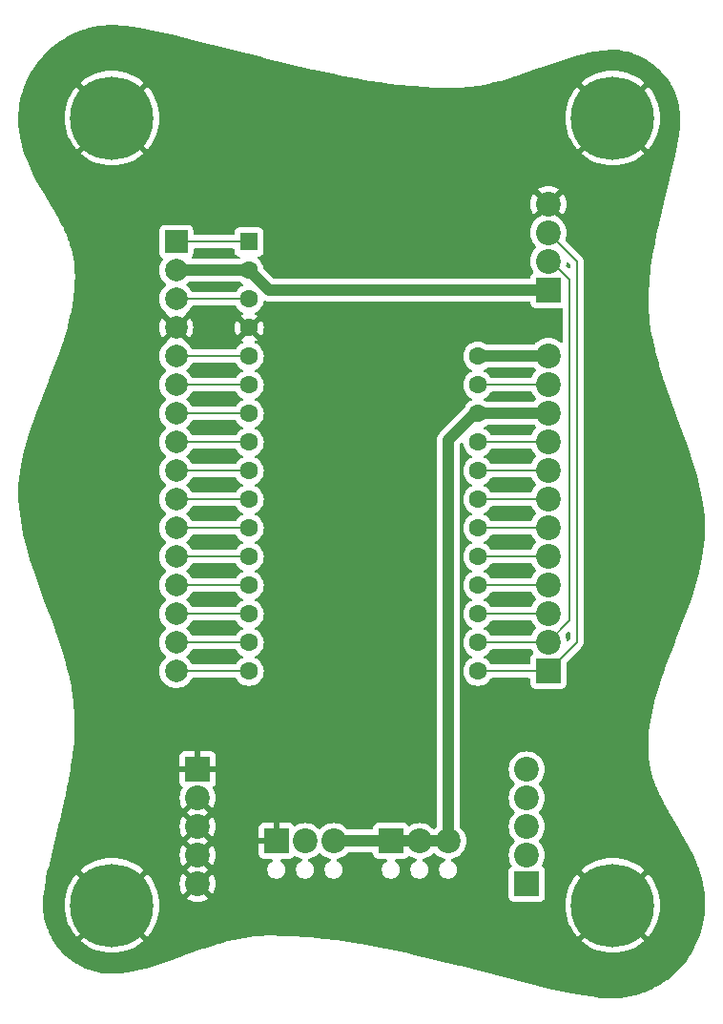
<source format=gbr>
%TF.GenerationSoftware,KiCad,Pcbnew,8.0.2*%
%TF.CreationDate,2024-07-30T13:24:05-06:00*%
%TF.ProjectId,PhotonBreakout,50686f74-6f6e-4427-9265-616b6f75742e,rev?*%
%TF.SameCoordinates,Original*%
%TF.FileFunction,Copper,L1,Top*%
%TF.FilePolarity,Positive*%
%FSLAX46Y46*%
G04 Gerber Fmt 4.6, Leading zero omitted, Abs format (unit mm)*
G04 Created by KiCad (PCBNEW 8.0.2) date 2024-07-30 13:24:05*
%MOMM*%
%LPD*%
G01*
G04 APERTURE LIST*
%TA.AperFunction,ComponentPad*%
%ADD10R,2.200000X2.200000*%
%TD*%
%TA.AperFunction,ComponentPad*%
%ADD11C,2.200000*%
%TD*%
%TA.AperFunction,ComponentPad*%
%ADD12R,2.000000X2.000000*%
%TD*%
%TA.AperFunction,ComponentPad*%
%ADD13C,2.000000*%
%TD*%
%TA.AperFunction,ComponentPad*%
%ADD14C,0.800000*%
%TD*%
%TA.AperFunction,ComponentPad*%
%ADD15C,7.400000*%
%TD*%
%TA.AperFunction,ComponentPad*%
%ADD16C,1.600000*%
%TD*%
%TA.AperFunction,ComponentPad*%
%ADD17R,1.600000X1.600000*%
%TD*%
%TA.AperFunction,Conductor*%
%ADD18C,0.200000*%
%TD*%
%TA.AperFunction,Conductor*%
%ADD19C,1.000000*%
%TD*%
G04 APERTURE END LIST*
D10*
%TO.P,J7,1,Pin_1*%
%TO.N,+5V*%
X140335000Y-130175000D03*
D11*
%TO.P,J7,2,Pin_2*%
X142875000Y-130175000D03*
%TO.P,J7,3,Pin_3*%
X145415000Y-130175000D03*
%TD*%
D12*
%TO.P,J4,1,Pin_1*%
%TO.N,Net-(A1-~{RESET})*%
X121285000Y-77005768D03*
D13*
%TO.P,J4,2,Pin_2*%
%TO.N,+3V3*%
X121285000Y-79545768D03*
%TO.P,J4,3,Pin_3*%
%TO.N,Net-(A1-MODE)*%
X121285000Y-82085768D03*
%TO.P,J4,4,Pin_4*%
%TO.N,GND*%
X121285000Y-84625768D03*
%TO.P,J4,5,Pin_5*%
%TO.N,Net-(A1-A0)*%
X121285000Y-87165768D03*
%TO.P,J4,6,Pin_6*%
%TO.N,Net-(A1-A1)*%
X121285000Y-89705768D03*
%TO.P,J4,7,Pin_7*%
%TO.N,Net-(A1-A2)*%
X121285000Y-92245768D03*
%TO.P,J4,8,Pin_8*%
%TO.N,Net-(A1-A5)*%
X121285000Y-94785768D03*
%TO.P,J4,9,Pin_9*%
%TO.N,Net-(A1-D19_S4)*%
X121285000Y-97325768D03*
%TO.P,J4,10,Pin_10*%
%TO.N,Net-(A1-D18_S3)*%
X121285000Y-99865768D03*
%TO.P,J4,11,Pin_11*%
%TO.N,Net-(A1-SCK)*%
X121285000Y-102405768D03*
%TO.P,J4,12,Pin_12*%
%TO.N,Net-(A1-MOSI)*%
X121285000Y-104945768D03*
%TO.P,J4,13,Pin_13*%
%TO.N,Net-(A1-MISO)*%
X121285000Y-107485768D03*
%TO.P,J4,14,Pin_14*%
%TO.N,Net-(A1-RX)*%
X121285000Y-110025768D03*
%TO.P,J4,15,Pin_15*%
%TO.N,Net-(A1-TX)*%
X121285000Y-112565768D03*
%TO.P,J4,16,Pin_16*%
%TO.N,Net-(A1-NC)*%
X121285000Y-115105768D03*
%TD*%
D11*
%TO.P,J5,5,Pin_5*%
%TO.N,+3V3*%
X152400000Y-123825000D03*
%TO.P,J5,4,Pin_4*%
X152400000Y-126365000D03*
%TO.P,J5,3,Pin_3*%
X152400000Y-128905000D03*
%TO.P,J5,2,Pin_2*%
X152400000Y-131445000D03*
D10*
%TO.P,J5,1,Pin_1*%
X152400000Y-133985000D03*
%TD*%
D14*
%TO.P,H3,1,1*%
%TO.N,GND*%
X112795000Y-135890000D03*
X113607779Y-133927779D03*
X113607779Y-137852221D03*
X115570000Y-133115000D03*
D15*
X115570000Y-135890000D03*
D14*
X115570000Y-138665000D03*
X117532221Y-133927779D03*
X117532221Y-137852221D03*
X118345000Y-135890000D03*
%TD*%
D10*
%TO.P,J3,1,Pin_1*%
%TO.N,Net-(A1-SDA_A3)*%
X154305000Y-115072162D03*
D11*
%TO.P,J3,2,Pin_2*%
%TO.N,Net-(A1-SCL_A4)*%
X154305000Y-112532162D03*
%TO.P,J3,3,Pin_3*%
%TO.N,Net-(A1-D2)*%
X154305000Y-109992162D03*
%TO.P,J3,4,Pin_4*%
%TO.N,Net-(A1-D3)*%
X154305000Y-107452162D03*
%TO.P,J3,5,Pin_5*%
%TO.N,Net-(A1-D4)*%
X154305000Y-104912162D03*
%TO.P,J3,6,Pin_6*%
%TO.N,Net-(A1-D5)*%
X154305000Y-102372162D03*
%TO.P,J3,7,Pin_7*%
%TO.N,Net-(A1-D6)*%
X154305000Y-99832162D03*
%TO.P,J3,8,Pin_8*%
%TO.N,Net-(A1-D7)*%
X154305000Y-97292162D03*
%TO.P,J3,9,Pin_9*%
%TO.N,Net-(A1-D10)*%
X154305000Y-94752162D03*
%TO.P,J3,10,Pin_10*%
%TO.N,+5V*%
X154305000Y-92212162D03*
%TO.P,J3,11,Pin_11*%
%TO.N,Net-(A1-EN)*%
X154305000Y-89672162D03*
%TO.P,J3,12,Pin_12*%
%TO.N,+BATT*%
X154305000Y-87132162D03*
%TD*%
%TO.P,J2,3,Pin_3*%
%TO.N,+5V*%
X135255000Y-130175000D03*
%TO.P,J2,2,Pin_2*%
%TO.N,Net-(A1-D2)*%
X132715000Y-130175000D03*
D10*
%TO.P,J2,1,Pin_1*%
%TO.N,GND*%
X130175000Y-130175000D03*
%TD*%
%TO.P,J6,1,Pin_1*%
%TO.N,GND*%
X123190000Y-123825000D03*
D11*
%TO.P,J6,2,Pin_2*%
X123190000Y-126365000D03*
%TO.P,J6,3,Pin_3*%
X123190000Y-128905000D03*
%TO.P,J6,4,Pin_4*%
X123190000Y-131445000D03*
%TO.P,J6,5,Pin_5*%
X123190000Y-133985000D03*
%TD*%
D14*
%TO.P,H2,1,1*%
%TO.N,GND*%
X157245000Y-66040000D03*
X158057779Y-64077779D03*
X158057779Y-68002221D03*
X160020000Y-63265000D03*
D15*
X160020000Y-66040000D03*
D14*
X160020000Y-68815000D03*
X161982221Y-64077779D03*
X161982221Y-68002221D03*
X162795000Y-66040000D03*
%TD*%
%TO.P,H1,1,1*%
%TO.N,GND*%
X112795000Y-66040000D03*
X113607779Y-64077779D03*
X113607779Y-68002221D03*
X115570000Y-63265000D03*
D15*
X115570000Y-66040000D03*
D14*
X115570000Y-68815000D03*
X117532221Y-64077779D03*
X117532221Y-68002221D03*
X118345000Y-66040000D03*
%TD*%
D10*
%TO.P,J1,1,Pin_1*%
%TO.N,+3V3*%
X154305000Y-81280000D03*
D11*
%TO.P,J1,2,Pin_2*%
%TO.N,Net-(A1-SCL_A4)*%
X154305000Y-78740000D03*
%TO.P,J1,3,Pin_3*%
%TO.N,Net-(A1-SDA_A3)*%
X154305000Y-76200000D03*
%TO.P,J1,4,Pin_4*%
%TO.N,GND*%
X154305000Y-73660000D03*
%TD*%
D14*
%TO.P,H4,1,1*%
%TO.N,GND*%
X157245000Y-135890000D03*
X158057779Y-133927779D03*
X158057779Y-137852221D03*
X160020000Y-133115000D03*
D15*
X160020000Y-135890000D03*
D14*
X160020000Y-138665000D03*
X161982221Y-133927779D03*
X161982221Y-137852221D03*
X162795000Y-135890000D03*
%TD*%
D16*
%TO.P,A1,28,VBAT*%
%TO.N,+BATT*%
X148062500Y-87170000D03*
%TO.P,A1,27,EN*%
%TO.N,Net-(A1-EN)*%
X148062500Y-89710000D03*
%TO.P,A1,26,USB*%
%TO.N,+5V*%
X148062500Y-92250000D03*
%TO.P,A1,25,D10*%
%TO.N,Net-(A1-D10)*%
X148062500Y-94790000D03*
%TO.P,A1,24,D7*%
%TO.N,Net-(A1-D7)*%
X148062500Y-97330000D03*
%TO.P,A1,23,D6*%
%TO.N,Net-(A1-D6)*%
X148062500Y-99870000D03*
%TO.P,A1,22,D5*%
%TO.N,Net-(A1-D5)*%
X148062500Y-102410000D03*
%TO.P,A1,21,D4*%
%TO.N,Net-(A1-D4)*%
X148062500Y-104950000D03*
%TO.P,A1,20,D3*%
%TO.N,Net-(A1-D3)*%
X148062500Y-107490000D03*
%TO.P,A1,19,D2*%
%TO.N,Net-(A1-D2)*%
X148062500Y-110030000D03*
%TO.P,A1,18,SCL_A4*%
%TO.N,Net-(A1-SCL_A4)*%
X148062500Y-112570000D03*
%TO.P,A1,17,SDA_A3*%
%TO.N,Net-(A1-SDA_A3)*%
X148062500Y-115110000D03*
%TO.P,A1,16,NC*%
%TO.N,Net-(A1-NC)*%
X127742500Y-115110000D03*
%TO.P,A1,15,TX*%
%TO.N,Net-(A1-TX)*%
X127742500Y-112570000D03*
%TO.P,A1,14,RX*%
%TO.N,Net-(A1-RX)*%
X127742500Y-110030000D03*
%TO.P,A1,13,MISO*%
%TO.N,Net-(A1-MISO)*%
X127742500Y-107490000D03*
%TO.P,A1,12,MOSI*%
%TO.N,Net-(A1-MOSI)*%
X127742500Y-104950000D03*
%TO.P,A1,11,SCK*%
%TO.N,Net-(A1-SCK)*%
X127742500Y-102410000D03*
%TO.P,A1,10,D18_S3*%
%TO.N,Net-(A1-D18_S3)*%
X127742500Y-99870000D03*
%TO.P,A1,9,D19_S4*%
%TO.N,Net-(A1-D19_S4)*%
X127742500Y-97330000D03*
%TO.P,A1,8,A5*%
%TO.N,Net-(A1-A5)*%
X127742500Y-94790000D03*
%TO.P,A1,7,A2*%
%TO.N,Net-(A1-A2)*%
X127742500Y-92250000D03*
%TO.P,A1,6,A1*%
%TO.N,Net-(A1-A1)*%
X127742500Y-89710000D03*
%TO.P,A1,5,A0*%
%TO.N,Net-(A1-A0)*%
X127742500Y-87170000D03*
%TO.P,A1,4,GND*%
%TO.N,GND*%
X127742500Y-84630000D03*
%TO.P,A1,3,MODE*%
%TO.N,Net-(A1-MODE)*%
X127742500Y-82090000D03*
%TO.P,A1,2,3V3*%
%TO.N,+3V3*%
X127742500Y-79550000D03*
D17*
%TO.P,A1,1,~{RESET}*%
%TO.N,Net-(A1-~{RESET})*%
X127742500Y-77010000D03*
%TD*%
D18*
%TO.N,+BATT*%
X148100338Y-87132162D02*
X148062500Y-87170000D01*
D19*
X154305000Y-87132162D02*
X148100338Y-87132162D01*
%TO.N,+3V3*%
X129472500Y-81280000D02*
X127742500Y-79550000D01*
X154305000Y-81280000D02*
X129472500Y-81280000D01*
%TO.N,+5V*%
X142875000Y-130175000D02*
X140335000Y-130175000D01*
X145415000Y-130175000D02*
X142875000Y-130175000D01*
D18*
%TO.N,Net-(A1-SDA_A3)*%
X156845000Y-112532162D02*
X154305000Y-115072162D01*
X156845000Y-78740000D02*
X156845000Y-112532162D01*
X154305000Y-76200000D02*
X156845000Y-78740000D01*
%TO.N,Net-(A1-SCL_A4)*%
X156210000Y-110627162D02*
X154305000Y-112532162D01*
X156210000Y-80385000D02*
X156210000Y-110627162D01*
X154565000Y-78740000D02*
X156210000Y-80385000D01*
X154305000Y-78740000D02*
X154565000Y-78740000D01*
D19*
%TO.N,+5V*%
X140335000Y-130175000D02*
X135255000Y-130175000D01*
X145415000Y-94615000D02*
X145415000Y-130175000D01*
D18*
X148062500Y-92250000D02*
X147780000Y-92250000D01*
D19*
X147780000Y-92250000D02*
X145415000Y-94615000D01*
D18*
%TO.N,Net-(A1-EN)*%
X154267162Y-89710000D02*
X154305000Y-89672162D01*
X148062500Y-89710000D02*
X154267162Y-89710000D01*
%TO.N,+5V*%
X154267162Y-92250000D02*
X154305000Y-92212162D01*
D19*
X148062500Y-92250000D02*
X154267162Y-92250000D01*
D18*
%TO.N,Net-(A1-D10)*%
X148100338Y-94752162D02*
X148062500Y-94790000D01*
X154305000Y-94752162D02*
X148100338Y-94752162D01*
%TO.N,Net-(A1-D7)*%
X154267162Y-97330000D02*
X154305000Y-97292162D01*
X148062500Y-97330000D02*
X154267162Y-97330000D01*
%TO.N,Net-(A1-D6)*%
X154267162Y-99870000D02*
X154305000Y-99832162D01*
X148062500Y-99870000D02*
X154267162Y-99870000D01*
%TO.N,Net-(A1-D5)*%
X154267162Y-102410000D02*
X154305000Y-102372162D01*
X148062500Y-102410000D02*
X154267162Y-102410000D01*
%TO.N,Net-(A1-D4)*%
X148062500Y-104950000D02*
X154267162Y-104950000D01*
X154267162Y-104950000D02*
X154305000Y-104912162D01*
%TO.N,Net-(A1-D3)*%
X154267162Y-107490000D02*
X154305000Y-107452162D01*
X148062500Y-107490000D02*
X154267162Y-107490000D01*
%TO.N,Net-(A1-D2)*%
X148062500Y-110030000D02*
X154267162Y-110030000D01*
X154267162Y-110030000D02*
X154305000Y-109992162D01*
%TO.N,Net-(A1-SCL_A4)*%
X148062500Y-112570000D02*
X154267162Y-112570000D01*
X154267162Y-112570000D02*
X154305000Y-112532162D01*
%TO.N,Net-(A1-SDA_A3)*%
X154267162Y-115110000D02*
X154305000Y-115072162D01*
X148062500Y-115110000D02*
X154267162Y-115110000D01*
%TO.N,Net-(A1-NC)*%
X127738268Y-115105768D02*
X127742500Y-115110000D01*
X121285000Y-115105768D02*
X127738268Y-115105768D01*
%TO.N,Net-(A1-TX)*%
X127738268Y-112565768D02*
X127742500Y-112570000D01*
X121285000Y-112565768D02*
X127738268Y-112565768D01*
%TO.N,Net-(A1-RX)*%
X127738268Y-110025768D02*
X127742500Y-110030000D01*
X121285000Y-110025768D02*
X127738268Y-110025768D01*
%TO.N,Net-(A1-MISO)*%
X121285000Y-107485768D02*
X127738268Y-107485768D01*
X127738268Y-107485768D02*
X127742500Y-107490000D01*
%TO.N,Net-(A1-MOSI)*%
X121289232Y-104950000D02*
X121285000Y-104945768D01*
X127742500Y-104950000D02*
X121289232Y-104950000D01*
%TO.N,Net-(A1-SCK)*%
X127738268Y-102405768D02*
X127742500Y-102410000D01*
X121285000Y-102405768D02*
X127738268Y-102405768D01*
%TO.N,Net-(A1-D18_S3)*%
X127738268Y-99865768D02*
X127742500Y-99870000D01*
X121285000Y-99865768D02*
X127738268Y-99865768D01*
%TO.N,Net-(A1-D19_S4)*%
X121289232Y-97330000D02*
X121285000Y-97325768D01*
X127742500Y-97330000D02*
X121289232Y-97330000D01*
%TO.N,Net-(A1-A5)*%
X127738268Y-94785768D02*
X127742500Y-94790000D01*
X121285000Y-94785768D02*
X127738268Y-94785768D01*
%TO.N,Net-(A1-A2)*%
X121289232Y-92250000D02*
X121285000Y-92245768D01*
X127742500Y-92250000D02*
X121289232Y-92250000D01*
%TO.N,Net-(A1-A1)*%
X127738268Y-89705768D02*
X127742500Y-89710000D01*
X121285000Y-89705768D02*
X127738268Y-89705768D01*
%TO.N,Net-(A1-A0)*%
X121289232Y-87170000D02*
X121285000Y-87165768D01*
X127742500Y-87170000D02*
X121289232Y-87170000D01*
%TO.N,Net-(A1-MODE)*%
X121289232Y-82090000D02*
X121285000Y-82085768D01*
X127742500Y-82090000D02*
X121289232Y-82090000D01*
%TO.N,+3V3*%
X121289232Y-79550000D02*
X121285000Y-79545768D01*
D19*
X127742500Y-79550000D02*
X121289232Y-79550000D01*
D18*
%TO.N,Net-(A1-~{RESET})*%
X121289232Y-77010000D02*
X121285000Y-77005768D01*
X127742500Y-77010000D02*
X121289232Y-77010000D01*
%TO.N,+BATT*%
X154267162Y-87170000D02*
X154305000Y-87132162D01*
%TD*%
%TA.AperFunction,Conductor*%
%TO.N,GND*%
G36*
X126577847Y-82710185D02*
G01*
X126612380Y-82743374D01*
X126676585Y-82835069D01*
X126742454Y-82929141D01*
X126903358Y-83090045D01*
X126903361Y-83090047D01*
X127089766Y-83220568D01*
X127148365Y-83247893D01*
X127200805Y-83294065D01*
X127219957Y-83361258D01*
X127199742Y-83428139D01*
X127148367Y-83472657D01*
X127090013Y-83499868D01*
X127090012Y-83499868D01*
X127017026Y-83550973D01*
X127017026Y-83550974D01*
X127696053Y-84230000D01*
X127689839Y-84230000D01*
X127588106Y-84257259D01*
X127496894Y-84309920D01*
X127422420Y-84384394D01*
X127369759Y-84475606D01*
X127342500Y-84577339D01*
X127342500Y-84583552D01*
X126663474Y-83904526D01*
X126663473Y-83904526D01*
X126612368Y-83977512D01*
X126612366Y-83977516D01*
X126516234Y-84183673D01*
X126516230Y-84183682D01*
X126457360Y-84403389D01*
X126457358Y-84403400D01*
X126437534Y-84629997D01*
X126437534Y-84630002D01*
X126457358Y-84856599D01*
X126457360Y-84856610D01*
X126516230Y-85076317D01*
X126516235Y-85076331D01*
X126612363Y-85282478D01*
X126663474Y-85355472D01*
X127342500Y-84676446D01*
X127342500Y-84682661D01*
X127369759Y-84784394D01*
X127422420Y-84875606D01*
X127496894Y-84950080D01*
X127588106Y-85002741D01*
X127689839Y-85030000D01*
X127696053Y-85030000D01*
X127017026Y-85709025D01*
X127090013Y-85760132D01*
X127090021Y-85760136D01*
X127148364Y-85787342D01*
X127200804Y-85833514D01*
X127219956Y-85900707D01*
X127199741Y-85967589D01*
X127148366Y-86012105D01*
X127089772Y-86039428D01*
X127089765Y-86039432D01*
X126903358Y-86169954D01*
X126742454Y-86330858D01*
X126672541Y-86430707D01*
X126612381Y-86516624D01*
X126557807Y-86560248D01*
X126510808Y-86569500D01*
X122742972Y-86569500D01*
X122675933Y-86549815D01*
X122630178Y-86497011D01*
X122629416Y-86495310D01*
X122609173Y-86449161D01*
X122473166Y-86240985D01*
X122407776Y-86169953D01*
X122304744Y-86058030D01*
X122201253Y-85977480D01*
X122160442Y-85920771D01*
X122153655Y-85871944D01*
X122155056Y-85849377D01*
X121496059Y-85190380D01*
X121516591Y-85184879D01*
X121653408Y-85105887D01*
X121765119Y-84994176D01*
X121844111Y-84857359D01*
X121849612Y-84836828D01*
X122508434Y-85495650D01*
X122608731Y-85342137D01*
X122708587Y-85114485D01*
X122769612Y-84873506D01*
X122769614Y-84873497D01*
X122790141Y-84625773D01*
X122790141Y-84625762D01*
X122769614Y-84378038D01*
X122769612Y-84378029D01*
X122708587Y-84137050D01*
X122608731Y-83909398D01*
X122508434Y-83755884D01*
X121849612Y-84414707D01*
X121844111Y-84394177D01*
X121765119Y-84257360D01*
X121653408Y-84145649D01*
X121516591Y-84066657D01*
X121496059Y-84061155D01*
X122155056Y-83402158D01*
X122153655Y-83379593D01*
X122169147Y-83311462D01*
X122201250Y-83274058D01*
X122304744Y-83193506D01*
X122473164Y-83010553D01*
X122609173Y-82802375D01*
X122616591Y-82785463D01*
X122625703Y-82764691D01*
X122670658Y-82711205D01*
X122737394Y-82690514D01*
X122739259Y-82690500D01*
X126510808Y-82690500D01*
X126577847Y-82710185D01*
G37*
%TD.AperFunction*%
%TA.AperFunction,Conductor*%
G36*
X115612769Y-57788887D02*
G01*
X116714457Y-57852263D01*
X116724367Y-57853234D01*
X118030451Y-58034649D01*
X118036574Y-58035657D01*
X119532253Y-58320812D01*
X119536044Y-58321598D01*
X120837201Y-58612863D01*
X121193090Y-58692529D01*
X121196525Y-58693349D01*
X123109184Y-59179135D01*
X128971129Y-60667978D01*
X128984027Y-60672079D01*
X128984526Y-60672199D01*
X128984528Y-60672200D01*
X129044841Y-60686709D01*
X129046295Y-60687069D01*
X129106313Y-60702313D01*
X129106314Y-60702312D01*
X129106811Y-60702439D01*
X129120126Y-60704819D01*
X133320112Y-61715190D01*
X133332647Y-61718916D01*
X133340006Y-61721532D01*
X133340007Y-61721532D01*
X133340009Y-61721533D01*
X133396755Y-61733668D01*
X133399736Y-61734345D01*
X133456110Y-61747907D01*
X133456118Y-61747906D01*
X133463865Y-61748724D01*
X133476780Y-61750780D01*
X135539071Y-62191797D01*
X135551766Y-62195225D01*
X135558761Y-62197519D01*
X135558768Y-62197522D01*
X135558774Y-62197523D01*
X135558777Y-62197524D01*
X135588292Y-62203074D01*
X135615935Y-62208272D01*
X135618866Y-62208860D01*
X135675801Y-62221037D01*
X135675809Y-62221036D01*
X135683138Y-62221623D01*
X135696178Y-62223364D01*
X137756730Y-62610886D01*
X137770193Y-62615066D01*
X137770361Y-62614495D01*
X137778162Y-62616782D01*
X137833522Y-62625391D01*
X137837309Y-62626041D01*
X137892435Y-62636409D01*
X137892441Y-62636408D01*
X137900552Y-62636855D01*
X137900519Y-62637452D01*
X137914611Y-62638001D01*
X139956175Y-62955503D01*
X139971264Y-62959604D01*
X139971327Y-62959357D01*
X139979200Y-62961329D01*
X139979213Y-62961334D01*
X140032384Y-62967453D01*
X140037185Y-62968102D01*
X140090095Y-62976331D01*
X140090096Y-62976330D01*
X140090098Y-62976331D01*
X140098221Y-62976521D01*
X140098215Y-62976775D01*
X140113846Y-62976828D01*
X142118177Y-63207509D01*
X142140492Y-63212517D01*
X142143196Y-63213054D01*
X142143199Y-63213054D01*
X142143202Y-63213055D01*
X142193517Y-63216333D01*
X142199614Y-63216882D01*
X142249733Y-63222651D01*
X142249740Y-63222649D01*
X142252531Y-63222604D01*
X142275353Y-63221665D01*
X144224213Y-63348651D01*
X144248651Y-63352726D01*
X144251737Y-63353564D01*
X144251735Y-63353564D01*
X144254981Y-63353574D01*
X144298355Y-63353720D01*
X144305995Y-63353980D01*
X144352521Y-63357013D01*
X144355655Y-63356388D01*
X144380306Y-63353995D01*
X146255517Y-63360299D01*
X146278527Y-63362534D01*
X146285806Y-63363935D01*
X146328156Y-63360892D01*
X146337421Y-63360575D01*
X146379301Y-63360717D01*
X146379873Y-63360719D01*
X146379874Y-63360719D01*
X146379874Y-63360718D01*
X146379876Y-63360719D01*
X146387047Y-63358822D01*
X146409849Y-63355023D01*
X147168830Y-63300500D01*
X147192602Y-63301078D01*
X147198288Y-63301767D01*
X147241993Y-63295545D01*
X147250555Y-63294629D01*
X147294574Y-63291468D01*
X147299979Y-63289595D01*
X147323092Y-63284000D01*
X148085330Y-63175498D01*
X148110567Y-63174505D01*
X148112525Y-63174628D01*
X148159431Y-63165160D01*
X148166475Y-63163948D01*
X148213857Y-63157204D01*
X148213862Y-63157202D01*
X148215656Y-63156437D01*
X148239782Y-63148941D01*
X149001389Y-62995215D01*
X149019460Y-62993556D01*
X149026370Y-62992756D01*
X149026380Y-62992757D01*
X149076141Y-62980265D01*
X149081768Y-62978992D01*
X149132047Y-62968844D01*
X149132053Y-62968840D01*
X149138635Y-62966586D01*
X149155655Y-62960304D01*
X149914877Y-62769721D01*
X149929810Y-62767719D01*
X149929753Y-62767344D01*
X149937776Y-62766116D01*
X149937787Y-62766116D01*
X149990103Y-62750922D01*
X149994428Y-62749752D01*
X150047250Y-62736493D01*
X150047252Y-62736491D01*
X150054805Y-62733503D01*
X150054944Y-62733855D01*
X150068851Y-62728053D01*
X150823674Y-62508850D01*
X150836789Y-62506663D01*
X150836650Y-62505890D01*
X150844631Y-62504444D01*
X150844641Y-62504444D01*
X150899275Y-62486942D01*
X150902410Y-62485985D01*
X150957570Y-62469967D01*
X150957576Y-62469962D01*
X150965019Y-62466698D01*
X150965337Y-62467424D01*
X150977431Y-62461907D01*
X151727911Y-62221508D01*
X151740764Y-62218139D01*
X151747234Y-62216808D01*
X151747242Y-62216808D01*
X151802587Y-62197622D01*
X151805244Y-62196736D01*
X151861010Y-62178874D01*
X151861023Y-62178865D01*
X151866971Y-62176059D01*
X151879272Y-62171040D01*
X153504257Y-61607759D01*
X153507967Y-61606733D01*
X153513463Y-61604806D01*
X153513466Y-61604806D01*
X153574675Y-61583350D01*
X153636269Y-61562000D01*
X153636271Y-61561998D01*
X153641794Y-61560084D01*
X153645335Y-61558582D01*
X155294589Y-60980479D01*
X155296765Y-60979740D01*
X156124328Y-60707696D01*
X156127387Y-60706734D01*
X156931707Y-60465532D01*
X156936194Y-60464277D01*
X157712695Y-60263067D01*
X157718862Y-60261637D01*
X158463448Y-60108904D01*
X158471619Y-60107513D01*
X159179983Y-60011067D01*
X159190523Y-60010088D01*
X159868297Y-59976240D01*
X159877609Y-59976127D01*
X160181048Y-59983801D01*
X160187292Y-59984117D01*
X160482792Y-60006593D01*
X160494073Y-60007452D01*
X160500306Y-60008085D01*
X160802391Y-60046483D01*
X160808547Y-60047423D01*
X161105715Y-60100507D01*
X161111763Y-60101744D01*
X161403606Y-60169121D01*
X161409580Y-60170658D01*
X161695846Y-60251968D01*
X161701660Y-60253777D01*
X161981927Y-60348632D01*
X161987661Y-60350732D01*
X162261588Y-60458762D01*
X162267185Y-60461129D01*
X162534448Y-60581981D01*
X162539893Y-60584605D01*
X162590461Y-60610509D01*
X162800101Y-60717900D01*
X162805366Y-60720761D01*
X163005001Y-60835568D01*
X163058148Y-60866132D01*
X163063262Y-60869239D01*
X163308214Y-61026300D01*
X163313150Y-61029635D01*
X163549922Y-61198029D01*
X163554679Y-61201587D01*
X163782875Y-61380937D01*
X163787443Y-61384707D01*
X164006607Y-61574571D01*
X164010985Y-61578550D01*
X164067642Y-61632572D01*
X164191617Y-61750783D01*
X164220809Y-61778617D01*
X164224985Y-61782794D01*
X164331063Y-61894065D01*
X164425007Y-61992607D01*
X164428986Y-61996985D01*
X164618883Y-62216224D01*
X164622653Y-62220793D01*
X164801956Y-62448971D01*
X164805512Y-62453726D01*
X164973889Y-62690513D01*
X164977225Y-62695451D01*
X165134306Y-62940479D01*
X165137412Y-62945592D01*
X165282769Y-63198395D01*
X165285639Y-63203678D01*
X165418941Y-63463948D01*
X165421546Y-63469356D01*
X165542427Y-63736735D01*
X165544773Y-63742282D01*
X165652810Y-64016280D01*
X165654905Y-64022002D01*
X165749773Y-64302364D01*
X165751598Y-64308235D01*
X165832893Y-64594502D01*
X165834433Y-64600489D01*
X165901810Y-64892403D01*
X165903055Y-64898489D01*
X165956136Y-65195697D01*
X165957079Y-65201866D01*
X165995486Y-65504094D01*
X165996118Y-65510323D01*
X166019453Y-65817166D01*
X166019770Y-65823434D01*
X166027462Y-66127592D01*
X166027359Y-66136678D01*
X165995533Y-66799081D01*
X165994776Y-66808043D01*
X165903451Y-67561869D01*
X165902569Y-67567905D01*
X165758339Y-68409367D01*
X165757578Y-68413403D01*
X165569719Y-69326638D01*
X165568819Y-69330670D01*
X164569888Y-73480981D01*
X164567005Y-73490402D01*
X164552275Y-73554133D01*
X164552018Y-73555222D01*
X164536670Y-73618994D01*
X164535041Y-73628708D01*
X164037645Y-75780964D01*
X164034017Y-75793576D01*
X164031562Y-75800673D01*
X164019906Y-75857547D01*
X164019247Y-75860571D01*
X164006157Y-75917210D01*
X164005435Y-75924701D01*
X164003484Y-75937682D01*
X163794770Y-76956130D01*
X163791457Y-76968836D01*
X163789194Y-76975947D01*
X163778947Y-77033146D01*
X163778366Y-77036169D01*
X163766695Y-77093125D01*
X163766164Y-77100570D01*
X163764536Y-77113600D01*
X163582096Y-78132107D01*
X163578022Y-78145656D01*
X163578583Y-78145815D01*
X163576367Y-78153628D01*
X163568267Y-78208953D01*
X163567633Y-78212848D01*
X163557766Y-78267938D01*
X163557390Y-78276059D01*
X163556808Y-78276032D01*
X163556375Y-78290176D01*
X163408133Y-79302702D01*
X163404160Y-79317865D01*
X163404399Y-79317923D01*
X163402494Y-79325829D01*
X163396867Y-79378970D01*
X163396250Y-79383870D01*
X163388511Y-79436735D01*
X163388511Y-79436737D01*
X163388511Y-79436739D01*
X163388393Y-79444867D01*
X163388147Y-79444863D01*
X163388233Y-79460537D01*
X163282439Y-80459810D01*
X163277700Y-80481858D01*
X163277133Y-80484856D01*
X163274299Y-80535262D01*
X163273806Y-80541352D01*
X163268491Y-80591557D01*
X163268567Y-80594549D01*
X163269699Y-80617123D01*
X163214690Y-81595870D01*
X163210804Y-81620464D01*
X163210077Y-81623224D01*
X163210076Y-81623229D01*
X163210285Y-81670190D01*
X163210091Y-81677695D01*
X163207456Y-81724592D01*
X163207456Y-81724604D01*
X163208039Y-81727396D01*
X163210649Y-81752154D01*
X163214881Y-82703542D01*
X163212809Y-82726675D01*
X163211509Y-82733691D01*
X163211509Y-82733696D01*
X163214863Y-82776280D01*
X163215245Y-82785463D01*
X163215435Y-82828193D01*
X163217311Y-82835069D01*
X163221298Y-82857959D01*
X163312426Y-84014711D01*
X163312044Y-84038200D01*
X163311327Y-84044617D01*
X163311327Y-84044622D01*
X163317840Y-84087531D01*
X163318861Y-84096398D01*
X163322269Y-84139661D01*
X163322270Y-84139667D01*
X163324423Y-84145745D01*
X163330132Y-84168532D01*
X163503333Y-85309784D01*
X163504583Y-85334568D01*
X163504429Y-85337642D01*
X163514263Y-85383357D01*
X163515632Y-85390826D01*
X163522646Y-85437044D01*
X163523879Y-85439862D01*
X163531498Y-85463476D01*
X163773557Y-86588709D01*
X163776108Y-86612660D01*
X163776329Y-86614330D01*
X163789337Y-86662812D01*
X163790799Y-86668866D01*
X163801356Y-86717938D01*
X163801936Y-86719564D01*
X163810586Y-86742006D01*
X164108736Y-87853178D01*
X164111076Y-87868568D01*
X164111342Y-87868523D01*
X164112719Y-87876521D01*
X164112721Y-87876527D01*
X164128650Y-87927761D01*
X164129996Y-87932412D01*
X164143892Y-87984198D01*
X164147004Y-87991705D01*
X164146754Y-87991808D01*
X164152995Y-88006060D01*
X164494704Y-89105086D01*
X164497194Y-89118373D01*
X164497903Y-89118230D01*
X164499510Y-89126194D01*
X164517966Y-89180071D01*
X164519065Y-89183436D01*
X164535986Y-89237856D01*
X164539392Y-89245237D01*
X164538732Y-89245541D01*
X164544568Y-89257735D01*
X164918351Y-90348920D01*
X164922021Y-90361897D01*
X164923228Y-90367266D01*
X164923231Y-90367273D01*
X164943598Y-90422711D01*
X164944469Y-90425165D01*
X164963613Y-90481051D01*
X164966061Y-90485980D01*
X164971396Y-90498374D01*
X165846134Y-92879323D01*
X165846328Y-92879855D01*
X166730893Y-95321924D01*
X166732071Y-95325330D01*
X167131608Y-96537243D01*
X167132841Y-96541202D01*
X167488135Y-97753865D01*
X167489563Y-97759175D01*
X167787212Y-98972011D01*
X167788665Y-98978731D01*
X168016248Y-100193445D01*
X168017496Y-100201594D01*
X168163579Y-101426391D01*
X168164212Y-101433368D01*
X168201942Y-102039058D01*
X168202154Y-102044134D01*
X168215162Y-102656569D01*
X168215153Y-102662217D01*
X168200303Y-103272859D01*
X168200027Y-103278647D01*
X168157204Y-103880322D01*
X168156390Y-103888198D01*
X167990716Y-105108697D01*
X167989146Y-105117740D01*
X167732261Y-106329180D01*
X167730490Y-106336446D01*
X167396184Y-107547807D01*
X167394511Y-107553357D01*
X166998035Y-108765886D01*
X166996673Y-108769826D01*
X166554132Y-109983501D01*
X166553020Y-109986436D01*
X165617535Y-112363308D01*
X165614312Y-112370208D01*
X165590153Y-112432871D01*
X165589840Y-112433676D01*
X165565087Y-112496566D01*
X165562785Y-112503854D01*
X164669333Y-114821200D01*
X164662416Y-114834463D01*
X164662775Y-114834642D01*
X164659146Y-114841916D01*
X164641347Y-114893563D01*
X164639813Y-114897767D01*
X164620175Y-114948702D01*
X164618266Y-114956604D01*
X164617876Y-114956509D01*
X164614623Y-114971112D01*
X164236263Y-116069065D01*
X164229443Y-116083475D01*
X164229615Y-116083553D01*
X164226289Y-116090970D01*
X164211104Y-116141748D01*
X164209539Y-116146615D01*
X164192270Y-116196729D01*
X164190649Y-116204690D01*
X164190464Y-116204652D01*
X164187606Y-116220331D01*
X163856589Y-117327287D01*
X163846765Y-117350921D01*
X163846259Y-117351851D01*
X163846256Y-117351860D01*
X163834864Y-117399285D01*
X163833098Y-117405841D01*
X163819132Y-117452551D01*
X163819132Y-117452553D01*
X163819102Y-117453599D01*
X163815725Y-117478972D01*
X163546640Y-118599317D01*
X163538852Y-118621894D01*
X163536590Y-118626843D01*
X163536589Y-118626844D01*
X163529208Y-118670646D01*
X163527504Y-118678996D01*
X163517133Y-118722176D01*
X163517275Y-118727607D01*
X163515593Y-118751440D01*
X163325356Y-119880349D01*
X163318758Y-119904405D01*
X163317769Y-119906965D01*
X163317766Y-119906976D01*
X163312751Y-119953791D01*
X163311733Y-119961184D01*
X163303914Y-120007584D01*
X163303914Y-120007593D01*
X163304174Y-120010325D01*
X163304026Y-120035270D01*
X163250614Y-120533961D01*
X163247076Y-120550142D01*
X163247132Y-120550153D01*
X163245573Y-120558128D01*
X163242347Y-120609994D01*
X163241881Y-120615496D01*
X163236347Y-120667175D01*
X163236544Y-120675305D01*
X163236486Y-120675306D01*
X163237256Y-120691857D01*
X163206346Y-121188907D01*
X163203001Y-121208500D01*
X163202218Y-121213852D01*
X163201483Y-121264839D01*
X163201257Y-121270742D01*
X163198093Y-121321647D01*
X163198467Y-121327086D01*
X163200303Y-121346842D01*
X163193075Y-121848549D01*
X163190140Y-121872887D01*
X163190016Y-121874192D01*
X163191825Y-121924271D01*
X163191893Y-121930529D01*
X163191172Y-121980634D01*
X163191330Y-121981977D01*
X163194787Y-122006212D01*
X163213132Y-122513805D01*
X163211430Y-122539234D01*
X163211202Y-122540563D01*
X163211202Y-122540566D01*
X163211202Y-122540569D01*
X163212633Y-122556087D01*
X163215650Y-122588819D01*
X163216092Y-122595717D01*
X163217844Y-122644160D01*
X163218240Y-122645449D01*
X163223176Y-122670454D01*
X163251335Y-122975867D01*
X163251087Y-123001063D01*
X163250855Y-123003124D01*
X163250856Y-123003133D01*
X163257990Y-123050331D01*
X163258859Y-123057475D01*
X163263244Y-123105025D01*
X163263245Y-123105030D01*
X163263963Y-123106973D01*
X163270247Y-123131389D01*
X163315193Y-123428675D01*
X163316390Y-123454188D01*
X163316322Y-123455380D01*
X163316323Y-123455384D01*
X163316323Y-123455387D01*
X163322969Y-123487292D01*
X163326236Y-123502976D01*
X163327447Y-123509723D01*
X163334716Y-123557800D01*
X163334718Y-123557806D01*
X163335190Y-123558887D01*
X163342952Y-123583234D01*
X163403052Y-123871768D01*
X163405656Y-123897596D01*
X163405655Y-123897712D01*
X163405655Y-123897716D01*
X163418293Y-123945755D01*
X163419767Y-123952013D01*
X163429903Y-124000670D01*
X163429955Y-124000773D01*
X163439156Y-124025056D01*
X163502310Y-124265110D01*
X163512952Y-124305560D01*
X163516014Y-124325764D01*
X163516866Y-124330599D01*
X163532161Y-124379138D01*
X163533812Y-124384854D01*
X163546765Y-124434088D01*
X163548641Y-124438675D01*
X163556808Y-124457357D01*
X163587217Y-124553859D01*
X163642913Y-124730607D01*
X163646116Y-124746711D01*
X163646201Y-124746693D01*
X163647960Y-124754626D01*
X163665821Y-124803700D01*
X163667566Y-124808842D01*
X163683254Y-124858630D01*
X163686691Y-124866002D01*
X163686609Y-124866039D01*
X163693871Y-124880768D01*
X163792839Y-125152689D01*
X163799033Y-125177299D01*
X163799269Y-125178930D01*
X163818287Y-125223194D01*
X163820878Y-125229731D01*
X163837349Y-125274984D01*
X163838293Y-125276332D01*
X163850643Y-125298499D01*
X164134905Y-125960093D01*
X164142393Y-125983869D01*
X164142956Y-125986588D01*
X164142959Y-125986594D01*
X164164098Y-126028610D01*
X164167256Y-126035388D01*
X164180256Y-126065643D01*
X164185836Y-126078629D01*
X164187552Y-126080805D01*
X164200945Y-126101845D01*
X164526228Y-126748370D01*
X164531842Y-126763452D01*
X164531988Y-126763395D01*
X164534983Y-126770952D01*
X164560667Y-126817061D01*
X164563109Y-126821671D01*
X164586802Y-126868764D01*
X164591373Y-126875487D01*
X164591242Y-126875576D01*
X164600565Y-126888687D01*
X164952691Y-127520838D01*
X164957818Y-127533245D01*
X164958502Y-127532952D01*
X164961708Y-127540421D01*
X164990884Y-127589504D01*
X164992620Y-127592519D01*
X164997298Y-127600916D01*
X165020427Y-127642438D01*
X165020428Y-127642439D01*
X165020430Y-127642442D01*
X165025274Y-127648960D01*
X165024674Y-127649405D01*
X165032835Y-127660076D01*
X165893793Y-129108427D01*
X165894111Y-129108965D01*
X166197052Y-129625000D01*
X166340453Y-129869272D01*
X166342006Y-129871997D01*
X166766340Y-130638588D01*
X166768722Y-130643108D01*
X167159297Y-131422892D01*
X167162269Y-131429271D01*
X167509564Y-132233630D01*
X167511959Y-132239596D01*
X167547713Y-132335827D01*
X167661716Y-132642669D01*
X167661927Y-132643235D01*
X167663522Y-132647802D01*
X167792223Y-133040819D01*
X167799566Y-133063244D01*
X167801098Y-133068284D01*
X167920080Y-133491654D01*
X167921480Y-133497107D01*
X168022060Y-133929462D01*
X168023267Y-133935280D01*
X168104035Y-134377525D01*
X168104997Y-134383651D01*
X168164560Y-134837019D01*
X168165229Y-134843381D01*
X168202098Y-135308882D01*
X168202442Y-135315399D01*
X168215100Y-135794753D01*
X168215103Y-135801161D01*
X168204394Y-136224625D01*
X168204077Y-136230892D01*
X168172295Y-136648830D01*
X168171663Y-136655059D01*
X168119348Y-137066748D01*
X168118406Y-137072917D01*
X168046090Y-137477853D01*
X168044845Y-137483940D01*
X167953039Y-137881707D01*
X167951499Y-137887694D01*
X167840724Y-138277781D01*
X167838898Y-138283651D01*
X167709659Y-138665599D01*
X167707558Y-138671339D01*
X167560359Y-139044662D01*
X167557992Y-139050260D01*
X167393327Y-139414488D01*
X167390703Y-139419933D01*
X167209108Y-139774487D01*
X167206239Y-139779770D01*
X167008201Y-140124189D01*
X167005094Y-140129303D01*
X166791121Y-140463064D01*
X166787785Y-140468002D01*
X166558409Y-140790558D01*
X166554852Y-140795314D01*
X166310592Y-141106138D01*
X166306821Y-141110708D01*
X166048173Y-141409300D01*
X166044194Y-141413678D01*
X165771731Y-141699455D01*
X165767550Y-141703636D01*
X165481752Y-141976119D01*
X165477374Y-141980098D01*
X165178782Y-142238747D01*
X165174212Y-142242518D01*
X164863384Y-142486781D01*
X164858627Y-142490338D01*
X164536086Y-142719703D01*
X164531149Y-142723039D01*
X164197380Y-142937017D01*
X164192266Y-142940124D01*
X163847835Y-143138169D01*
X163842551Y-143141039D01*
X163487985Y-143322637D01*
X163482542Y-143325259D01*
X163118354Y-143489909D01*
X163112755Y-143492277D01*
X162739421Y-143639479D01*
X162733681Y-143641580D01*
X162351727Y-143770822D01*
X162345856Y-143772648D01*
X161955765Y-143883422D01*
X161949779Y-143884962D01*
X161552017Y-143976767D01*
X161545930Y-143978012D01*
X161140989Y-144050328D01*
X161134820Y-144051270D01*
X160723150Y-144103582D01*
X160716921Y-144104214D01*
X160298973Y-144135996D01*
X160292706Y-144136313D01*
X159878937Y-144146777D01*
X159868680Y-144146612D01*
X158767049Y-144083234D01*
X158757110Y-144082260D01*
X157451068Y-143900836D01*
X157444904Y-143899821D01*
X155949269Y-143614649D01*
X155945405Y-143613848D01*
X154288366Y-143242885D01*
X154284928Y-143242063D01*
X146510364Y-141267268D01*
X146497450Y-141263162D01*
X146436705Y-141248546D01*
X146435188Y-141248171D01*
X146374694Y-141232806D01*
X146361382Y-141230425D01*
X142161375Y-140219957D01*
X142148851Y-140216236D01*
X142141487Y-140213618D01*
X142093788Y-140203417D01*
X142084796Y-140201493D01*
X142081763Y-140200804D01*
X142025385Y-140187241D01*
X142025384Y-140187241D01*
X142025380Y-140187240D01*
X142017601Y-140186418D01*
X142004700Y-140184363D01*
X141587157Y-140095064D01*
X139942424Y-139743307D01*
X139929733Y-139739880D01*
X139922729Y-139737584D01*
X139922725Y-139737583D01*
X139898212Y-139732972D01*
X139865550Y-139726828D01*
X139862543Y-139726223D01*
X139805689Y-139714064D01*
X139798323Y-139713475D01*
X139785299Y-139711734D01*
X137724759Y-139324178D01*
X137711289Y-139319997D01*
X137711122Y-139320568D01*
X137703330Y-139318283D01*
X137647959Y-139309671D01*
X137644097Y-139309007D01*
X137589057Y-139298655D01*
X137589056Y-139298655D01*
X137580941Y-139298208D01*
X137580973Y-139297615D01*
X137566884Y-139297061D01*
X135525308Y-138979526D01*
X135510219Y-138975426D01*
X135510158Y-138975673D01*
X135502272Y-138973697D01*
X135449158Y-138967583D01*
X135444284Y-138966924D01*
X135391396Y-138958698D01*
X135383274Y-138958509D01*
X135383279Y-138958255D01*
X135367635Y-138958200D01*
X133648984Y-138760376D01*
X133363303Y-138727492D01*
X133340976Y-138722482D01*
X133338279Y-138721947D01*
X133287979Y-138718669D01*
X133281867Y-138718119D01*
X133231760Y-138712352D01*
X133231755Y-138712352D01*
X133231754Y-138712352D01*
X133229013Y-138712397D01*
X133206144Y-138713336D01*
X131257259Y-138586332D01*
X131232831Y-138582261D01*
X131229743Y-138581423D01*
X131229741Y-138581422D01*
X131229737Y-138581422D01*
X131183149Y-138581265D01*
X131175508Y-138581004D01*
X131128965Y-138577972D01*
X131128958Y-138577972D01*
X131125805Y-138578601D01*
X131101158Y-138580990D01*
X129225964Y-138574678D01*
X129202956Y-138572446D01*
X129195670Y-138571044D01*
X129195660Y-138571043D01*
X129153342Y-138574084D01*
X129144040Y-138574402D01*
X129101607Y-138574259D01*
X129101598Y-138574260D01*
X129094417Y-138576158D01*
X129071625Y-138579954D01*
X128312635Y-138634482D01*
X128288869Y-138633905D01*
X128283180Y-138633217D01*
X128283177Y-138633217D01*
X128239503Y-138639435D01*
X128230914Y-138640354D01*
X128186902Y-138643516D01*
X128181482Y-138645394D01*
X128158372Y-138650986D01*
X127396137Y-138759503D01*
X127370908Y-138760498D01*
X127368945Y-138760375D01*
X127368942Y-138760375D01*
X127322026Y-138769844D01*
X127314978Y-138771056D01*
X127267614Y-138777801D01*
X127267607Y-138777803D01*
X127265803Y-138778573D01*
X127241691Y-138786063D01*
X126480068Y-138939812D01*
X126461915Y-138941482D01*
X126455077Y-138942273D01*
X126405345Y-138954758D01*
X126399693Y-138956038D01*
X126349414Y-138966188D01*
X126342930Y-138968410D01*
X126325800Y-138974729D01*
X125566582Y-139165342D01*
X125551647Y-139167347D01*
X125551705Y-139167721D01*
X125543669Y-139168950D01*
X125491365Y-139184141D01*
X125486977Y-139185328D01*
X125434211Y-139198575D01*
X125426657Y-139201566D01*
X125426518Y-139201214D01*
X125412611Y-139207015D01*
X124657780Y-139426255D01*
X124644671Y-139428452D01*
X124644810Y-139429215D01*
X124636811Y-139430663D01*
X124582204Y-139448158D01*
X124578962Y-139449148D01*
X124523891Y-139465144D01*
X124516445Y-139468412D01*
X124516131Y-139467698D01*
X124504035Y-139473202D01*
X123753537Y-139713642D01*
X123740688Y-139717011D01*
X123734209Y-139718343D01*
X123678932Y-139737507D01*
X123676150Y-139738435D01*
X123620447Y-139756281D01*
X123614464Y-139759105D01*
X123602166Y-139764122D01*
X121977167Y-140327497D01*
X121973465Y-140328522D01*
X121906731Y-140351917D01*
X121906580Y-140351969D01*
X121874456Y-140363107D01*
X121839710Y-140375153D01*
X121836156Y-140376658D01*
X120186949Y-140954838D01*
X120184654Y-140955618D01*
X119357168Y-141227681D01*
X119354063Y-141228657D01*
X118549716Y-141469907D01*
X118545201Y-141471168D01*
X117768778Y-141672389D01*
X117762589Y-141673825D01*
X117018036Y-141826574D01*
X117009847Y-141827970D01*
X116301483Y-141924431D01*
X116290937Y-141925411D01*
X115613042Y-141959267D01*
X115603781Y-141959383D01*
X115312415Y-141952152D01*
X115306280Y-141951847D01*
X115009150Y-141929715D01*
X115003060Y-141929110D01*
X114708445Y-141892476D01*
X114702412Y-141891575D01*
X114410772Y-141840640D01*
X114404810Y-141839447D01*
X114116657Y-141774420D01*
X114110772Y-141772940D01*
X113826599Y-141694020D01*
X113820807Y-141692258D01*
X113541098Y-141599652D01*
X113535403Y-141597611D01*
X113260694Y-141491533D01*
X113255110Y-141489219D01*
X113005818Y-141378709D01*
X112985864Y-141369864D01*
X112980400Y-141367280D01*
X112717119Y-141234852D01*
X112711780Y-141232001D01*
X112455001Y-141086730D01*
X112449799Y-141083617D01*
X112200006Y-140925704D01*
X112194952Y-140922333D01*
X111952611Y-140751964D01*
X111947714Y-140748339D01*
X111815980Y-140645702D01*
X111713308Y-140565707D01*
X111708635Y-140561877D01*
X111482684Y-140367205D01*
X111478158Y-140363107D01*
X111308337Y-140201496D01*
X111261134Y-140156575D01*
X111256793Y-140152233D01*
X111050300Y-139935252D01*
X111046184Y-139930708D01*
X110955420Y-139825363D01*
X110851504Y-139704753D01*
X110847658Y-139700059D01*
X110665056Y-139465695D01*
X110661434Y-139460804D01*
X110645061Y-139437515D01*
X110555185Y-139309671D01*
X110491056Y-139218451D01*
X110487684Y-139213395D01*
X110381016Y-139044662D01*
X110329768Y-138963595D01*
X110326662Y-138958404D01*
X110326547Y-138958200D01*
X110181380Y-138701597D01*
X110178546Y-138696290D01*
X110046123Y-138432997D01*
X110043538Y-138427529D01*
X109978468Y-138280727D01*
X109924181Y-138158252D01*
X109921872Y-138152679D01*
X109914711Y-138134132D01*
X109815785Y-137877906D01*
X109813749Y-137872222D01*
X109769982Y-137740000D01*
X109721147Y-137592465D01*
X109719385Y-137586671D01*
X109709974Y-137552774D01*
X109640460Y-137302397D01*
X109638993Y-137296561D01*
X109573956Y-137008281D01*
X109572765Y-137002324D01*
X109556404Y-136908608D01*
X109521827Y-136710542D01*
X109520928Y-136704518D01*
X109484291Y-136409737D01*
X109483686Y-136403649D01*
X109461548Y-136106271D01*
X109461247Y-136100204D01*
X109456034Y-135890000D01*
X111364935Y-135890000D01*
X111385185Y-136302176D01*
X111445735Y-136710373D01*
X111546007Y-137110676D01*
X111685019Y-137499189D01*
X111685027Y-137499209D01*
X111861466Y-137872257D01*
X112073614Y-138226206D01*
X112319445Y-138557670D01*
X112428476Y-138677967D01*
X112428477Y-138677967D01*
X114097060Y-137009384D01*
X114176112Y-137112407D01*
X114347593Y-137283888D01*
X114450614Y-137362938D01*
X112782031Y-139031521D01*
X112782031Y-139031522D01*
X112902329Y-139140554D01*
X113233793Y-139386385D01*
X113587742Y-139598533D01*
X113960790Y-139774972D01*
X113960810Y-139774980D01*
X114349323Y-139913992D01*
X114749626Y-140014264D01*
X115157823Y-140074814D01*
X115570000Y-140095064D01*
X115982176Y-140074814D01*
X116390373Y-140014264D01*
X116790676Y-139913992D01*
X117179189Y-139774980D01*
X117179209Y-139774972D01*
X117552257Y-139598533D01*
X117906206Y-139386385D01*
X118237664Y-139140558D01*
X118357967Y-139031521D01*
X116689385Y-137362938D01*
X116792407Y-137283888D01*
X116963888Y-137112407D01*
X117042938Y-137009385D01*
X118711521Y-138677967D01*
X118820558Y-138557664D01*
X119066385Y-138226206D01*
X119278533Y-137872257D01*
X119454972Y-137499209D01*
X119454980Y-137499189D01*
X119593992Y-137110676D01*
X119694264Y-136710373D01*
X119754814Y-136302176D01*
X119775064Y-135890000D01*
X155814935Y-135890000D01*
X155835185Y-136302176D01*
X155895735Y-136710373D01*
X155996007Y-137110676D01*
X156135019Y-137499189D01*
X156135027Y-137499209D01*
X156311466Y-137872257D01*
X156523614Y-138226206D01*
X156769445Y-138557670D01*
X156878476Y-138677967D01*
X156878477Y-138677967D01*
X158547060Y-137009384D01*
X158626112Y-137112407D01*
X158797593Y-137283888D01*
X158900614Y-137362938D01*
X157232031Y-139031521D01*
X157232031Y-139031522D01*
X157352329Y-139140554D01*
X157683793Y-139386385D01*
X158037742Y-139598533D01*
X158410790Y-139774972D01*
X158410810Y-139774980D01*
X158799323Y-139913992D01*
X159199626Y-140014264D01*
X159607823Y-140074814D01*
X160020000Y-140095064D01*
X160432176Y-140074814D01*
X160840373Y-140014264D01*
X161240676Y-139913992D01*
X161629189Y-139774980D01*
X161629209Y-139774972D01*
X162002257Y-139598533D01*
X162356206Y-139386385D01*
X162687664Y-139140558D01*
X162807967Y-139031521D01*
X161139385Y-137362938D01*
X161242407Y-137283888D01*
X161413888Y-137112407D01*
X161492938Y-137009385D01*
X163161521Y-138677967D01*
X163270558Y-138557664D01*
X163516385Y-138226206D01*
X163728533Y-137872257D01*
X163904972Y-137499209D01*
X163904980Y-137499189D01*
X164043992Y-137110676D01*
X164144264Y-136710373D01*
X164204814Y-136302176D01*
X164225064Y-135890000D01*
X164204814Y-135477823D01*
X164144264Y-135069626D01*
X164043992Y-134669323D01*
X163904980Y-134280810D01*
X163904972Y-134280790D01*
X163728533Y-133907742D01*
X163516385Y-133553793D01*
X163270554Y-133222329D01*
X163161522Y-133102031D01*
X163161521Y-133102031D01*
X161492938Y-134770614D01*
X161413888Y-134667593D01*
X161242407Y-134496112D01*
X161139384Y-134417059D01*
X162807967Y-132748477D01*
X162807967Y-132748476D01*
X162687670Y-132639445D01*
X162356206Y-132393614D01*
X162002257Y-132181466D01*
X161629209Y-132005027D01*
X161629189Y-132005019D01*
X161240676Y-131866007D01*
X160840373Y-131765735D01*
X160432176Y-131705185D01*
X160020000Y-131684935D01*
X159607823Y-131705185D01*
X159199626Y-131765735D01*
X158799323Y-131866007D01*
X158410810Y-132005019D01*
X158410790Y-132005027D01*
X158037742Y-132181466D01*
X157683793Y-132393614D01*
X157352341Y-132639437D01*
X157232031Y-132748477D01*
X158900614Y-134417060D01*
X158797593Y-134496112D01*
X158626112Y-134667593D01*
X158547060Y-134770614D01*
X156878477Y-133102031D01*
X156769437Y-133222341D01*
X156523614Y-133553793D01*
X156311466Y-133907742D01*
X156135027Y-134280790D01*
X156135019Y-134280810D01*
X155996007Y-134669323D01*
X155895735Y-135069626D01*
X155835185Y-135477823D01*
X155814935Y-135890000D01*
X119775064Y-135890000D01*
X119754814Y-135477823D01*
X119694264Y-135069626D01*
X119593992Y-134669323D01*
X119454980Y-134280810D01*
X119454972Y-134280790D01*
X119278533Y-133907742D01*
X119066385Y-133553793D01*
X118820554Y-133222329D01*
X118711522Y-133102031D01*
X118711521Y-133102031D01*
X117042938Y-134770614D01*
X116963888Y-134667593D01*
X116792407Y-134496112D01*
X116689384Y-134417059D01*
X118357967Y-132748477D01*
X118357967Y-132748476D01*
X118237670Y-132639445D01*
X117906206Y-132393614D01*
X117552257Y-132181466D01*
X117179209Y-132005027D01*
X117179189Y-132005019D01*
X116790676Y-131866007D01*
X116390373Y-131765735D01*
X115982176Y-131705185D01*
X115570000Y-131684935D01*
X115157823Y-131705185D01*
X114749626Y-131765735D01*
X114349323Y-131866007D01*
X113960810Y-132005019D01*
X113960790Y-132005027D01*
X113587742Y-132181466D01*
X113233793Y-132393614D01*
X112902341Y-132639437D01*
X112782031Y-132748477D01*
X114450614Y-134417060D01*
X114347593Y-134496112D01*
X114176112Y-134667593D01*
X114097060Y-134770614D01*
X112428477Y-133102031D01*
X112319437Y-133222341D01*
X112073614Y-133553793D01*
X111861466Y-133907742D01*
X111685027Y-134280790D01*
X111685019Y-134280810D01*
X111546007Y-134669323D01*
X111445735Y-135069626D01*
X111385185Y-135477823D01*
X111364935Y-135890000D01*
X109456034Y-135890000D01*
X109454000Y-135807962D01*
X109454104Y-135798985D01*
X109485941Y-135136394D01*
X109486693Y-135127486D01*
X109578024Y-134373581D01*
X109578897Y-134367602D01*
X109723137Y-133526061D01*
X109723895Y-133522042D01*
X109730683Y-133489043D01*
X109911767Y-132608711D01*
X109912644Y-132604785D01*
X110911588Y-128454256D01*
X110914471Y-128444841D01*
X110915020Y-128442462D01*
X110915022Y-128442460D01*
X110929278Y-128380764D01*
X110929454Y-128380019D01*
X110944233Y-128318620D01*
X110944232Y-128318616D01*
X110944808Y-128316227D01*
X110946434Y-128306527D01*
X111395111Y-126365000D01*
X121585052Y-126365000D01*
X121604812Y-126616072D01*
X121663603Y-126860956D01*
X121759980Y-127093631D01*
X121891568Y-127308362D01*
X121892266Y-127309179D01*
X122666212Y-126535233D01*
X122677482Y-126577292D01*
X122749890Y-126702708D01*
X122852292Y-126805110D01*
X122977708Y-126877518D01*
X123019765Y-126888787D01*
X122273553Y-127635000D01*
X123019765Y-128381212D01*
X122977708Y-128392482D01*
X122852292Y-128464890D01*
X122749890Y-128567292D01*
X122677482Y-128692708D01*
X122666212Y-128734765D01*
X121892266Y-127960819D01*
X121891567Y-127961637D01*
X121759980Y-128176368D01*
X121663603Y-128409043D01*
X121604812Y-128653927D01*
X121585052Y-128905000D01*
X121604812Y-129156072D01*
X121663603Y-129400956D01*
X121759980Y-129633631D01*
X121891568Y-129848362D01*
X121892266Y-129849179D01*
X122666212Y-129075234D01*
X122677482Y-129117292D01*
X122749890Y-129242708D01*
X122852292Y-129345110D01*
X122977708Y-129417518D01*
X123019765Y-129428787D01*
X122273553Y-130175000D01*
X123019765Y-130921212D01*
X122977708Y-130932482D01*
X122852292Y-131004890D01*
X122749890Y-131107292D01*
X122677482Y-131232708D01*
X122666212Y-131274765D01*
X121892266Y-130500819D01*
X121891567Y-130501637D01*
X121759980Y-130716368D01*
X121663603Y-130949043D01*
X121604812Y-131193927D01*
X121585052Y-131445000D01*
X121604812Y-131696072D01*
X121663603Y-131940956D01*
X121759980Y-132173631D01*
X121891568Y-132388362D01*
X121892266Y-132389179D01*
X122666212Y-131615234D01*
X122677482Y-131657292D01*
X122749890Y-131782708D01*
X122852292Y-131885110D01*
X122977708Y-131957518D01*
X123019765Y-131968787D01*
X122273553Y-132715000D01*
X123019765Y-133461212D01*
X122977708Y-133472482D01*
X122852292Y-133544890D01*
X122749890Y-133647292D01*
X122677482Y-133772708D01*
X122666212Y-133814765D01*
X121892266Y-133040819D01*
X121891567Y-133041637D01*
X121759980Y-133256368D01*
X121663603Y-133489043D01*
X121604812Y-133733927D01*
X121585052Y-133985000D01*
X121604812Y-134236072D01*
X121663603Y-134480956D01*
X121759980Y-134713631D01*
X121891568Y-134928362D01*
X121892266Y-134929179D01*
X122666212Y-134155234D01*
X122677482Y-134197292D01*
X122749890Y-134322708D01*
X122852292Y-134425110D01*
X122977708Y-134497518D01*
X123019765Y-134508787D01*
X122245819Y-135282732D01*
X122245819Y-135282733D01*
X122246634Y-135283429D01*
X122461368Y-135415019D01*
X122694043Y-135511396D01*
X122938927Y-135570187D01*
X123190000Y-135589947D01*
X123441072Y-135570187D01*
X123685956Y-135511396D01*
X123918631Y-135415019D01*
X124133361Y-135283432D01*
X124133363Y-135283430D01*
X124134180Y-135282732D01*
X123360234Y-134508787D01*
X123402292Y-134497518D01*
X123527708Y-134425110D01*
X123630110Y-134322708D01*
X123702518Y-134197292D01*
X123713787Y-134155235D01*
X124487732Y-134929180D01*
X124488430Y-134928363D01*
X124488432Y-134928361D01*
X124620019Y-134713631D01*
X124716396Y-134480956D01*
X124775187Y-134236072D01*
X124794947Y-133985000D01*
X124775187Y-133733927D01*
X124716396Y-133489043D01*
X124620019Y-133256368D01*
X124488429Y-133041634D01*
X124487733Y-133040819D01*
X124487732Y-133040819D01*
X123713787Y-133814764D01*
X123702518Y-133772708D01*
X123630110Y-133647292D01*
X123527708Y-133544890D01*
X123402292Y-133472482D01*
X123360234Y-133461212D01*
X124106447Y-132715000D01*
X123360234Y-131968787D01*
X123402292Y-131957518D01*
X123527708Y-131885110D01*
X123630110Y-131782708D01*
X123702518Y-131657292D01*
X123713787Y-131615235D01*
X124487732Y-132389180D01*
X124488430Y-132388363D01*
X124488432Y-132388361D01*
X124620019Y-132173631D01*
X124716396Y-131940956D01*
X124775187Y-131696072D01*
X124794947Y-131445000D01*
X124775187Y-131193927D01*
X124716396Y-130949043D01*
X124620019Y-130716368D01*
X124488429Y-130501634D01*
X124487733Y-130500819D01*
X124487732Y-130500819D01*
X123713787Y-131274764D01*
X123702518Y-131232708D01*
X123630110Y-131107292D01*
X123527708Y-131004890D01*
X123402292Y-130932482D01*
X123360234Y-130921212D01*
X124106447Y-130175000D01*
X123360234Y-129428787D01*
X123402292Y-129417518D01*
X123527708Y-129345110D01*
X123630110Y-129242708D01*
X123702518Y-129117292D01*
X123713787Y-129075235D01*
X124487732Y-129849180D01*
X124488430Y-129848363D01*
X124488432Y-129848361D01*
X124620019Y-129633631D01*
X124716396Y-129400956D01*
X124775187Y-129156072D01*
X124794947Y-128905000D01*
X124775187Y-128653927D01*
X124716396Y-128409043D01*
X124620019Y-128176368D01*
X124488429Y-127961634D01*
X124487733Y-127960819D01*
X124487732Y-127960819D01*
X123713787Y-128734764D01*
X123702518Y-128692708D01*
X123630110Y-128567292D01*
X123527708Y-128464890D01*
X123402292Y-128392482D01*
X123360234Y-128381212D01*
X124106447Y-127635000D01*
X123360234Y-126888787D01*
X123402292Y-126877518D01*
X123527708Y-126805110D01*
X123630110Y-126702708D01*
X123702518Y-126577292D01*
X123713787Y-126535235D01*
X124487732Y-127309180D01*
X124488430Y-127308363D01*
X124488432Y-127308361D01*
X124620019Y-127093631D01*
X124716396Y-126860956D01*
X124775187Y-126616072D01*
X124794947Y-126365000D01*
X124775187Y-126113927D01*
X124716396Y-125869043D01*
X124620019Y-125636368D01*
X124538815Y-125503856D01*
X124520570Y-125436410D01*
X124541686Y-125369808D01*
X124570231Y-125339799D01*
X124647190Y-125282186D01*
X124733350Y-125167093D01*
X124733354Y-125167086D01*
X124783596Y-125032379D01*
X124783598Y-125032372D01*
X124789999Y-124972844D01*
X124790000Y-124972827D01*
X124790000Y-124075000D01*
X123680748Y-124075000D01*
X123702518Y-124037292D01*
X123740000Y-123897409D01*
X123740000Y-123752591D01*
X123702518Y-123612708D01*
X123680748Y-123575000D01*
X124790000Y-123575000D01*
X124790000Y-122677172D01*
X124789999Y-122677155D01*
X124783598Y-122617627D01*
X124783596Y-122617620D01*
X124733354Y-122482913D01*
X124733350Y-122482906D01*
X124647190Y-122367812D01*
X124647187Y-122367809D01*
X124532093Y-122281649D01*
X124532086Y-122281645D01*
X124397379Y-122231403D01*
X124397372Y-122231401D01*
X124337844Y-122225000D01*
X123440000Y-122225000D01*
X123440000Y-123334252D01*
X123402292Y-123312482D01*
X123262409Y-123275000D01*
X123117591Y-123275000D01*
X122977708Y-123312482D01*
X122940000Y-123334252D01*
X122940000Y-122225000D01*
X122042155Y-122225000D01*
X121982627Y-122231401D01*
X121982620Y-122231403D01*
X121847913Y-122281645D01*
X121847906Y-122281649D01*
X121732812Y-122367809D01*
X121732809Y-122367812D01*
X121646649Y-122482906D01*
X121646645Y-122482913D01*
X121596403Y-122617620D01*
X121596401Y-122617627D01*
X121590000Y-122677155D01*
X121590000Y-123575000D01*
X122699252Y-123575000D01*
X122677482Y-123612708D01*
X122640000Y-123752591D01*
X122640000Y-123897409D01*
X122677482Y-124037292D01*
X122699252Y-124075000D01*
X121590000Y-124075000D01*
X121590000Y-124972844D01*
X121596401Y-125032372D01*
X121596403Y-125032379D01*
X121646645Y-125167086D01*
X121646649Y-125167093D01*
X121732809Y-125282187D01*
X121809769Y-125339800D01*
X121851639Y-125395734D01*
X121856623Y-125465425D01*
X121841185Y-125503855D01*
X121759979Y-125636370D01*
X121663603Y-125869043D01*
X121604812Y-126113927D01*
X121585052Y-126365000D01*
X111395111Y-126365000D01*
X111443830Y-126154183D01*
X111447460Y-126141569D01*
X111449918Y-126134465D01*
X111461583Y-126077535D01*
X111462232Y-126074552D01*
X111475318Y-126017934D01*
X111475317Y-126017928D01*
X111476038Y-126010464D01*
X111477990Y-125997470D01*
X111480220Y-125986588D01*
X111686709Y-124978952D01*
X111690025Y-124966243D01*
X111692280Y-124959155D01*
X111692283Y-124959151D01*
X111702543Y-124901866D01*
X111703092Y-124899008D01*
X111714781Y-124841972D01*
X111714781Y-124841969D01*
X111715311Y-124834539D01*
X111716940Y-124821491D01*
X111736613Y-124711660D01*
X111899379Y-123802964D01*
X111903458Y-123789411D01*
X111902894Y-123789251D01*
X111905108Y-123781440D01*
X111905111Y-123781435D01*
X111913229Y-123725983D01*
X111913836Y-123722253D01*
X111923712Y-123667121D01*
X111923711Y-123667113D01*
X111924088Y-123659002D01*
X111924671Y-123659029D01*
X111925102Y-123644884D01*
X111937692Y-123558887D01*
X112073342Y-122632328D01*
X112077317Y-122617170D01*
X112077077Y-122617112D01*
X112078982Y-122609204D01*
X112084605Y-122556087D01*
X112085224Y-122551175D01*
X112086973Y-122539234D01*
X112092967Y-122498293D01*
X112092967Y-122498292D01*
X112093084Y-122490170D01*
X112093330Y-122490173D01*
X112093243Y-122474492D01*
X112199038Y-121475188D01*
X112203777Y-121453150D01*
X112204343Y-121450157D01*
X112204342Y-121450157D01*
X112204344Y-121450154D01*
X112207177Y-121399732D01*
X112207667Y-121393683D01*
X112212986Y-121343448D01*
X112212984Y-121343440D01*
X112212908Y-121340422D01*
X112211777Y-121317884D01*
X112266786Y-120339112D01*
X112270677Y-120314507D01*
X112271401Y-120311760D01*
X112271191Y-120264777D01*
X112271386Y-120257288D01*
X112274022Y-120210397D01*
X112274021Y-120210395D01*
X112274022Y-120210392D01*
X112273440Y-120207601D01*
X112270827Y-120182828D01*
X112266594Y-119231435D01*
X112268669Y-119208298D01*
X112269968Y-119201291D01*
X112266611Y-119158687D01*
X112266230Y-119149527D01*
X112266041Y-119106791D01*
X112264163Y-119099906D01*
X112260178Y-119077027D01*
X112169051Y-117920276D01*
X112169434Y-117896776D01*
X112170150Y-117890367D01*
X112163635Y-117847445D01*
X112162615Y-117838578D01*
X112159208Y-117795327D01*
X112159208Y-117795325D01*
X112157053Y-117789243D01*
X112151344Y-117766453D01*
X111978143Y-116625216D01*
X111976894Y-116600417D01*
X111977047Y-116597359D01*
X111967211Y-116551641D01*
X111965848Y-116544206D01*
X111958830Y-116497956D01*
X111957601Y-116495147D01*
X111949976Y-116471525D01*
X111707919Y-115346317D01*
X111705374Y-115322413D01*
X111705148Y-115320701D01*
X111705148Y-115320693D01*
X111692128Y-115272172D01*
X111690675Y-115266154D01*
X111680119Y-115217082D01*
X111679536Y-115215449D01*
X111670890Y-115193020D01*
X111372741Y-114081881D01*
X111370402Y-114066492D01*
X111370135Y-114066539D01*
X111368756Y-114058537D01*
X111368756Y-114058529D01*
X111352837Y-114007334D01*
X111351483Y-114002657D01*
X111350241Y-113998029D01*
X111337586Y-113950861D01*
X111334473Y-113943352D01*
X111334721Y-113943248D01*
X111328478Y-113928988D01*
X111271723Y-113746455D01*
X110986773Y-112830008D01*
X110984293Y-112816716D01*
X110983574Y-112816862D01*
X110981968Y-112808903D01*
X110981967Y-112808899D01*
X110963482Y-112754940D01*
X110962416Y-112751673D01*
X110945491Y-112697238D01*
X110945489Y-112697235D01*
X110942087Y-112689861D01*
X110942752Y-112689553D01*
X110936907Y-112677360D01*
X110612674Y-111730861D01*
X110563124Y-111586216D01*
X110559452Y-111573231D01*
X110558245Y-111567862D01*
X110537902Y-111512495D01*
X110536986Y-111509914D01*
X110517861Y-111454083D01*
X110515408Y-111449143D01*
X110510076Y-111436757D01*
X110171290Y-110514649D01*
X109635223Y-109055583D01*
X108750575Y-106613382D01*
X108749403Y-106609992D01*
X108733245Y-106560983D01*
X108349852Y-105398076D01*
X108348623Y-105394127D01*
X108284917Y-105176697D01*
X107993345Y-104181558D01*
X107991919Y-104176257D01*
X107694256Y-102963398D01*
X107692814Y-102956728D01*
X107465226Y-101742006D01*
X107463983Y-101733891D01*
X107317898Y-100509088D01*
X107317266Y-100502118D01*
X107315296Y-100470500D01*
X107279535Y-99896435D01*
X107279324Y-99891361D01*
X107278781Y-99865773D01*
X107266316Y-99278891D01*
X107266324Y-99273317D01*
X107281175Y-98662618D01*
X107281451Y-98656850D01*
X107324276Y-98055147D01*
X107325085Y-98047326D01*
X107490765Y-96826777D01*
X107492328Y-96817778D01*
X107749216Y-95606313D01*
X107750987Y-95599049D01*
X107809706Y-95386282D01*
X108085295Y-94387678D01*
X108086968Y-94382131D01*
X108106249Y-94323164D01*
X108483455Y-93169566D01*
X108484783Y-93165725D01*
X108927362Y-91951944D01*
X108928437Y-91949108D01*
X109863931Y-89572214D01*
X109867152Y-89565320D01*
X109868478Y-89561879D01*
X109868481Y-89561876D01*
X109891400Y-89502427D01*
X109891666Y-89501747D01*
X109898923Y-89483308D01*
X109915051Y-89442332D01*
X109915051Y-89442329D01*
X109916397Y-89438910D01*
X109918697Y-89431627D01*
X109983517Y-89263504D01*
X110812144Y-87114292D01*
X110819061Y-87101035D01*
X110818701Y-87100856D01*
X110822326Y-87093588D01*
X110822330Y-87093583D01*
X110840118Y-87041960D01*
X110841656Y-87037746D01*
X110861302Y-86986793D01*
X110863211Y-86978892D01*
X110863603Y-86978986D01*
X110866854Y-86964376D01*
X110874113Y-86943313D01*
X111245209Y-85866437D01*
X111252030Y-85852029D01*
X111251857Y-85851952D01*
X111255179Y-85844539D01*
X111255185Y-85844530D01*
X111270384Y-85793701D01*
X111271921Y-85788922D01*
X111289203Y-85738775D01*
X111289203Y-85738768D01*
X111290826Y-85730809D01*
X111291010Y-85730846D01*
X111293870Y-85715162D01*
X111295705Y-85709025D01*
X111624886Y-84608207D01*
X111634726Y-84584548D01*
X111635217Y-84583645D01*
X111646611Y-84536202D01*
X111648363Y-84529696D01*
X111662343Y-84482951D01*
X111662372Y-84481911D01*
X111665749Y-84456522D01*
X111934836Y-83336173D01*
X111942630Y-83313588D01*
X111944887Y-83308652D01*
X111952267Y-83264854D01*
X111953967Y-83256520D01*
X111964343Y-83213325D01*
X111964201Y-83207892D01*
X111965883Y-83184053D01*
X112156120Y-82055143D01*
X112162720Y-82031088D01*
X112163707Y-82028533D01*
X112168722Y-81981707D01*
X112169738Y-81974332D01*
X112177561Y-81927913D01*
X112177561Y-81927912D01*
X112177562Y-81927907D01*
X112177302Y-81925174D01*
X112177449Y-81900225D01*
X112183747Y-81841420D01*
X112230860Y-81401543D01*
X112234402Y-81385355D01*
X112234346Y-81385344D01*
X112235905Y-81377366D01*
X112236415Y-81369161D01*
X112239131Y-81325466D01*
X112239590Y-81320035D01*
X112245130Y-81268323D01*
X112245128Y-81268316D01*
X112244933Y-81260192D01*
X112244990Y-81260190D01*
X112244220Y-81243643D01*
X112260737Y-80978029D01*
X112275129Y-80746588D01*
X112278462Y-80727084D01*
X112279258Y-80721648D01*
X112279460Y-80707618D01*
X112279992Y-80670652D01*
X112280218Y-80664756D01*
X112283384Y-80613851D01*
X112283383Y-80613846D01*
X112283009Y-80608419D01*
X112281172Y-80588663D01*
X112288400Y-80086950D01*
X112291331Y-80062660D01*
X112291460Y-80061309D01*
X112291460Y-80061308D01*
X112289649Y-80011224D01*
X112289582Y-80004965D01*
X112290304Y-79954860D01*
X112290302Y-79954854D01*
X112290144Y-79953497D01*
X112286688Y-79929283D01*
X112281784Y-79793589D01*
X112272827Y-79545762D01*
X119779357Y-79545762D01*
X119779357Y-79545773D01*
X119799890Y-79793580D01*
X119799892Y-79793592D01*
X119860936Y-80034649D01*
X119960826Y-80262374D01*
X120096833Y-80470550D01*
X120096836Y-80470553D01*
X120265256Y-80653506D01*
X120348008Y-80717915D01*
X120388821Y-80774625D01*
X120392496Y-80844398D01*
X120357864Y-80905081D01*
X120348014Y-80913616D01*
X120289400Y-80959237D01*
X120265257Y-80978029D01*
X120096833Y-81160985D01*
X119960826Y-81369161D01*
X119860936Y-81596886D01*
X119799892Y-81837943D01*
X119799890Y-81837955D01*
X119779357Y-82085762D01*
X119779357Y-82085773D01*
X119799890Y-82333580D01*
X119799892Y-82333592D01*
X119860936Y-82574649D01*
X119960826Y-82802374D01*
X120096833Y-83010550D01*
X120096836Y-83010553D01*
X120265256Y-83193506D01*
X120265259Y-83193508D01*
X120265262Y-83193511D01*
X120368743Y-83274054D01*
X120409556Y-83330764D01*
X120416343Y-83379591D01*
X120414941Y-83402157D01*
X121073940Y-84061155D01*
X121053409Y-84066657D01*
X120916592Y-84145649D01*
X120804881Y-84257360D01*
X120725889Y-84394177D01*
X120720387Y-84414707D01*
X120061564Y-83755884D01*
X119961267Y-83909400D01*
X119861412Y-84137050D01*
X119800387Y-84378029D01*
X119800385Y-84378038D01*
X119779859Y-84625762D01*
X119779859Y-84625773D01*
X119800385Y-84873497D01*
X119800387Y-84873506D01*
X119861412Y-85114485D01*
X119961266Y-85342132D01*
X120061564Y-85495650D01*
X120720387Y-84836827D01*
X120725889Y-84857359D01*
X120804881Y-84994176D01*
X120916592Y-85105887D01*
X121053409Y-85184879D01*
X121073940Y-85190380D01*
X120414942Y-85849377D01*
X120416343Y-85871945D01*
X120400850Y-85940075D01*
X120368744Y-85977481D01*
X120265258Y-86058028D01*
X120096833Y-86240985D01*
X119960826Y-86449161D01*
X119860936Y-86676886D01*
X119799892Y-86917943D01*
X119799890Y-86917955D01*
X119779357Y-87165762D01*
X119779357Y-87165773D01*
X119799890Y-87413580D01*
X119799892Y-87413592D01*
X119860936Y-87654649D01*
X119960826Y-87882374D01*
X120096833Y-88090550D01*
X120096836Y-88090553D01*
X120265256Y-88273506D01*
X120348008Y-88337915D01*
X120388821Y-88394625D01*
X120392496Y-88464398D01*
X120357864Y-88525081D01*
X120348014Y-88533616D01*
X120289400Y-88579237D01*
X120265257Y-88598029D01*
X120096833Y-88780985D01*
X119960826Y-88989161D01*
X119860936Y-89216886D01*
X119799892Y-89457943D01*
X119799890Y-89457955D01*
X119779357Y-89705762D01*
X119779357Y-89705773D01*
X119799890Y-89953580D01*
X119799892Y-89953592D01*
X119860936Y-90194649D01*
X119960826Y-90422374D01*
X120096833Y-90630550D01*
X120096836Y-90630553D01*
X120265256Y-90813506D01*
X120348008Y-90877915D01*
X120388821Y-90934625D01*
X120392496Y-91004398D01*
X120357864Y-91065081D01*
X120348014Y-91073616D01*
X120289400Y-91119237D01*
X120265257Y-91138029D01*
X120096833Y-91320985D01*
X119960826Y-91529161D01*
X119860936Y-91756886D01*
X119799892Y-91997943D01*
X119799890Y-91997955D01*
X119779357Y-92245762D01*
X119779357Y-92245773D01*
X119799890Y-92493580D01*
X119799892Y-92493592D01*
X119860936Y-92734649D01*
X119960826Y-92962374D01*
X120096833Y-93170550D01*
X120096836Y-93170553D01*
X120265256Y-93353506D01*
X120348008Y-93417915D01*
X120388821Y-93474625D01*
X120392496Y-93544398D01*
X120357864Y-93605081D01*
X120348014Y-93613616D01*
X120289400Y-93659237D01*
X120265257Y-93678029D01*
X120096833Y-93860985D01*
X119960826Y-94069161D01*
X119860936Y-94296886D01*
X119799892Y-94537943D01*
X119799890Y-94537955D01*
X119779357Y-94785762D01*
X119779357Y-94785773D01*
X119799890Y-95033580D01*
X119799892Y-95033592D01*
X119860936Y-95274649D01*
X119960826Y-95502374D01*
X120096833Y-95710550D01*
X120096836Y-95710553D01*
X120265256Y-95893506D01*
X120348008Y-95957915D01*
X120388821Y-96014625D01*
X120392496Y-96084398D01*
X120357864Y-96145081D01*
X120348014Y-96153616D01*
X120315051Y-96179273D01*
X120265257Y-96218029D01*
X120096833Y-96400985D01*
X119960826Y-96609161D01*
X119860936Y-96836886D01*
X119799892Y-97077943D01*
X119799890Y-97077955D01*
X119779357Y-97325762D01*
X119779357Y-97325773D01*
X119799890Y-97573580D01*
X119799892Y-97573592D01*
X119860936Y-97814649D01*
X119960826Y-98042374D01*
X120096833Y-98250550D01*
X120096836Y-98250553D01*
X120265256Y-98433506D01*
X120348008Y-98497915D01*
X120388821Y-98554625D01*
X120392496Y-98624398D01*
X120357864Y-98685081D01*
X120348014Y-98693616D01*
X120323600Y-98712619D01*
X120265257Y-98758029D01*
X120096833Y-98940985D01*
X119960826Y-99149161D01*
X119860936Y-99376886D01*
X119799892Y-99617943D01*
X119799890Y-99617955D01*
X119779357Y-99865762D01*
X119779357Y-99865773D01*
X119799890Y-100113580D01*
X119799892Y-100113592D01*
X119860936Y-100354649D01*
X119960826Y-100582374D01*
X120096833Y-100790550D01*
X120096836Y-100790553D01*
X120265256Y-100973506D01*
X120348008Y-101037915D01*
X120388821Y-101094625D01*
X120392496Y-101164398D01*
X120357864Y-101225081D01*
X120348014Y-101233616D01*
X120295923Y-101274161D01*
X120265257Y-101298029D01*
X120096833Y-101480985D01*
X119960826Y-101689161D01*
X119860936Y-101916886D01*
X119799892Y-102157943D01*
X119799890Y-102157955D01*
X119779357Y-102405762D01*
X119779357Y-102405773D01*
X119799890Y-102653580D01*
X119799892Y-102653592D01*
X119860936Y-102894649D01*
X119960826Y-103122374D01*
X120096833Y-103330550D01*
X120096836Y-103330553D01*
X120265256Y-103513506D01*
X120348008Y-103577915D01*
X120388821Y-103634625D01*
X120392496Y-103704398D01*
X120357864Y-103765081D01*
X120348014Y-103773616D01*
X120289400Y-103819237D01*
X120265257Y-103838029D01*
X120096833Y-104020985D01*
X119960826Y-104229161D01*
X119860936Y-104456886D01*
X119799892Y-104697943D01*
X119799890Y-104697955D01*
X119779357Y-104945762D01*
X119779357Y-104945773D01*
X119799890Y-105193580D01*
X119799892Y-105193592D01*
X119860936Y-105434649D01*
X119960826Y-105662374D01*
X120096833Y-105870550D01*
X120096836Y-105870553D01*
X120265256Y-106053506D01*
X120348008Y-106117915D01*
X120388821Y-106174625D01*
X120392496Y-106244398D01*
X120357864Y-106305081D01*
X120348014Y-106313616D01*
X120323310Y-106332845D01*
X120265257Y-106378029D01*
X120096833Y-106560985D01*
X119960826Y-106769161D01*
X119860936Y-106996886D01*
X119799892Y-107237943D01*
X119799890Y-107237955D01*
X119779357Y-107485762D01*
X119779357Y-107485773D01*
X119799890Y-107733580D01*
X119799892Y-107733592D01*
X119860936Y-107974649D01*
X119960826Y-108202374D01*
X120096833Y-108410550D01*
X120096836Y-108410553D01*
X120265256Y-108593506D01*
X120348008Y-108657915D01*
X120388821Y-108714625D01*
X120392496Y-108784398D01*
X120357864Y-108845081D01*
X120348014Y-108853616D01*
X120289400Y-108899237D01*
X120265257Y-108918029D01*
X120096833Y-109100985D01*
X119960826Y-109309161D01*
X119860936Y-109536886D01*
X119799892Y-109777943D01*
X119799890Y-109777955D01*
X119779357Y-110025762D01*
X119779357Y-110025773D01*
X119799890Y-110273580D01*
X119799892Y-110273592D01*
X119860936Y-110514649D01*
X119960826Y-110742374D01*
X120096833Y-110950550D01*
X120096836Y-110950553D01*
X120265256Y-111133506D01*
X120348008Y-111197915D01*
X120388821Y-111254625D01*
X120392496Y-111324398D01*
X120357864Y-111385081D01*
X120348014Y-111393616D01*
X120292588Y-111436757D01*
X120265257Y-111458029D01*
X120096833Y-111640985D01*
X119960826Y-111849161D01*
X119860936Y-112076886D01*
X119799892Y-112317943D01*
X119799890Y-112317955D01*
X119779357Y-112565762D01*
X119779357Y-112565773D01*
X119799890Y-112813580D01*
X119799892Y-112813592D01*
X119860936Y-113054649D01*
X119960826Y-113282374D01*
X120096833Y-113490550D01*
X120096836Y-113490553D01*
X120265256Y-113673506D01*
X120348008Y-113737915D01*
X120388821Y-113794625D01*
X120392496Y-113864398D01*
X120357864Y-113925081D01*
X120348014Y-113933616D01*
X120289400Y-113979237D01*
X120265257Y-113998029D01*
X120096833Y-114180985D01*
X119960826Y-114389161D01*
X119860936Y-114616886D01*
X119799892Y-114857943D01*
X119799890Y-114857955D01*
X119779357Y-115105762D01*
X119779357Y-115105773D01*
X119799890Y-115353580D01*
X119799892Y-115353592D01*
X119860936Y-115594649D01*
X119960826Y-115822374D01*
X120096833Y-116030550D01*
X120096836Y-116030553D01*
X120265256Y-116213506D01*
X120461491Y-116366242D01*
X120680190Y-116484596D01*
X120915386Y-116565339D01*
X121160665Y-116606268D01*
X121409335Y-116606268D01*
X121654614Y-116565339D01*
X121889810Y-116484596D01*
X122108509Y-116366242D01*
X122304744Y-116213506D01*
X122473164Y-116030553D01*
X122609173Y-115822375D01*
X122627560Y-115780457D01*
X122672517Y-115726972D01*
X122739253Y-115706282D01*
X122741116Y-115706268D01*
X126507844Y-115706268D01*
X126574883Y-115725953D01*
X126609419Y-115759145D01*
X126742454Y-115949141D01*
X126903358Y-116110045D01*
X126903361Y-116110047D01*
X127089766Y-116240568D01*
X127296004Y-116336739D01*
X127515808Y-116395635D01*
X127677730Y-116409801D01*
X127742498Y-116415468D01*
X127742500Y-116415468D01*
X127742502Y-116415468D01*
X127799173Y-116410509D01*
X127969192Y-116395635D01*
X128188996Y-116336739D01*
X128395234Y-116240568D01*
X128581639Y-116110047D01*
X128742547Y-115949139D01*
X128873068Y-115762734D01*
X128969239Y-115556496D01*
X129028135Y-115336692D01*
X129047968Y-115110000D01*
X129028135Y-114883308D01*
X128969239Y-114663504D01*
X128873068Y-114457266D01*
X128742547Y-114270861D01*
X128742545Y-114270858D01*
X128581641Y-114109954D01*
X128395234Y-113979432D01*
X128395228Y-113979429D01*
X128337225Y-113952382D01*
X128284785Y-113906210D01*
X128265633Y-113839017D01*
X128285848Y-113772135D01*
X128337225Y-113727618D01*
X128395234Y-113700568D01*
X128581639Y-113570047D01*
X128742547Y-113409139D01*
X128873068Y-113222734D01*
X128969239Y-113016496D01*
X129028135Y-112796692D01*
X129047968Y-112570000D01*
X129028135Y-112343308D01*
X128969239Y-112123504D01*
X128873068Y-111917266D01*
X128742547Y-111730861D01*
X128742545Y-111730858D01*
X128581641Y-111569954D01*
X128395234Y-111439432D01*
X128395228Y-111439429D01*
X128337225Y-111412382D01*
X128284785Y-111366210D01*
X128265633Y-111299017D01*
X128285848Y-111232135D01*
X128337225Y-111187618D01*
X128395234Y-111160568D01*
X128581639Y-111030047D01*
X128742547Y-110869139D01*
X128873068Y-110682734D01*
X128969239Y-110476496D01*
X129028135Y-110256692D01*
X129047968Y-110030000D01*
X129028135Y-109803308D01*
X128969239Y-109583504D01*
X128873068Y-109377266D01*
X128742547Y-109190861D01*
X128742545Y-109190858D01*
X128581641Y-109029954D01*
X128395234Y-108899432D01*
X128395228Y-108899429D01*
X128337225Y-108872382D01*
X128284785Y-108826210D01*
X128265633Y-108759017D01*
X128285848Y-108692135D01*
X128337225Y-108647618D01*
X128395234Y-108620568D01*
X128581639Y-108490047D01*
X128742547Y-108329139D01*
X128873068Y-108142734D01*
X128969239Y-107936496D01*
X129028135Y-107716692D01*
X129047968Y-107490000D01*
X129028135Y-107263308D01*
X128969239Y-107043504D01*
X128873068Y-106837266D01*
X128742547Y-106650861D01*
X128742545Y-106650858D01*
X128581641Y-106489954D01*
X128395234Y-106359432D01*
X128395228Y-106359429D01*
X128367538Y-106346517D01*
X128337224Y-106332381D01*
X128284785Y-106286210D01*
X128265633Y-106219017D01*
X128285848Y-106152135D01*
X128337225Y-106107618D01*
X128395234Y-106080568D01*
X128581639Y-105950047D01*
X128742547Y-105789139D01*
X128873068Y-105602734D01*
X128969239Y-105396496D01*
X129028135Y-105176692D01*
X129047968Y-104950000D01*
X129028135Y-104723308D01*
X128969239Y-104503504D01*
X128873068Y-104297266D01*
X128742547Y-104110861D01*
X128742545Y-104110858D01*
X128581641Y-103949954D01*
X128395234Y-103819432D01*
X128395228Y-103819429D01*
X128337225Y-103792382D01*
X128284785Y-103746210D01*
X128265633Y-103679017D01*
X128285848Y-103612135D01*
X128337225Y-103567618D01*
X128395234Y-103540568D01*
X128581639Y-103410047D01*
X128742547Y-103249139D01*
X128873068Y-103062734D01*
X128969239Y-102856496D01*
X129028135Y-102636692D01*
X129047968Y-102410000D01*
X129028135Y-102183308D01*
X128969239Y-101963504D01*
X128873068Y-101757266D01*
X128742547Y-101570861D01*
X128742545Y-101570858D01*
X128581641Y-101409954D01*
X128395234Y-101279432D01*
X128395228Y-101279429D01*
X128337225Y-101252382D01*
X128284785Y-101206210D01*
X128265633Y-101139017D01*
X128285848Y-101072135D01*
X128337225Y-101027618D01*
X128395234Y-101000568D01*
X128581639Y-100870047D01*
X128742547Y-100709139D01*
X128873068Y-100522734D01*
X128969239Y-100316496D01*
X129028135Y-100096692D01*
X129047968Y-99870000D01*
X129028135Y-99643308D01*
X128969239Y-99423504D01*
X128873068Y-99217266D01*
X128742547Y-99030861D01*
X128742545Y-99030858D01*
X128581641Y-98869954D01*
X128395234Y-98739432D01*
X128395228Y-98739429D01*
X128367538Y-98726517D01*
X128337224Y-98712381D01*
X128284785Y-98666210D01*
X128265633Y-98599017D01*
X128285848Y-98532135D01*
X128337225Y-98487618D01*
X128395234Y-98460568D01*
X128581639Y-98330047D01*
X128742547Y-98169139D01*
X128873068Y-97982734D01*
X128969239Y-97776496D01*
X129028135Y-97556692D01*
X129047968Y-97330000D01*
X129028135Y-97103308D01*
X128969239Y-96883504D01*
X128873068Y-96677266D01*
X128742547Y-96490861D01*
X128742545Y-96490858D01*
X128581641Y-96329954D01*
X128395234Y-96199432D01*
X128395228Y-96199429D01*
X128337225Y-96172382D01*
X128284785Y-96126210D01*
X128265633Y-96059017D01*
X128285848Y-95992135D01*
X128337225Y-95947618D01*
X128395234Y-95920568D01*
X128581639Y-95790047D01*
X128742547Y-95629139D01*
X128873068Y-95442734D01*
X128969239Y-95236496D01*
X129028135Y-95016692D01*
X129047968Y-94790000D01*
X129028135Y-94563308D01*
X128969239Y-94343504D01*
X128873068Y-94137266D01*
X128742547Y-93950861D01*
X128742545Y-93950858D01*
X128581641Y-93789954D01*
X128395234Y-93659432D01*
X128395228Y-93659429D01*
X128337225Y-93632382D01*
X128284785Y-93586210D01*
X128265633Y-93519017D01*
X128285848Y-93452135D01*
X128337225Y-93407618D01*
X128395234Y-93380568D01*
X128581639Y-93250047D01*
X128742547Y-93089139D01*
X128873068Y-92902734D01*
X128969239Y-92696496D01*
X129028135Y-92476692D01*
X129047968Y-92250000D01*
X129028135Y-92023308D01*
X128969239Y-91803504D01*
X128873068Y-91597266D01*
X128742547Y-91410861D01*
X128742545Y-91410858D01*
X128581641Y-91249954D01*
X128395234Y-91119432D01*
X128395228Y-91119429D01*
X128337225Y-91092382D01*
X128284785Y-91046210D01*
X128265633Y-90979017D01*
X128285848Y-90912135D01*
X128337225Y-90867618D01*
X128395234Y-90840568D01*
X128581639Y-90710047D01*
X128742547Y-90549139D01*
X128873068Y-90362734D01*
X128969239Y-90156496D01*
X129028135Y-89936692D01*
X129047968Y-89710000D01*
X129028135Y-89483308D01*
X128969239Y-89263504D01*
X128873068Y-89057266D01*
X128742547Y-88870861D01*
X128742545Y-88870858D01*
X128581641Y-88709954D01*
X128395234Y-88579432D01*
X128395228Y-88579429D01*
X128337225Y-88552382D01*
X128284785Y-88506210D01*
X128265633Y-88439017D01*
X128285848Y-88372135D01*
X128337225Y-88327618D01*
X128395234Y-88300568D01*
X128581639Y-88170047D01*
X128742547Y-88009139D01*
X128873068Y-87822734D01*
X128969239Y-87616496D01*
X129028135Y-87396692D01*
X129047968Y-87170000D01*
X129028135Y-86943308D01*
X128969239Y-86723504D01*
X128873068Y-86517266D01*
X128742547Y-86330861D01*
X128742545Y-86330858D01*
X128581641Y-86169954D01*
X128421795Y-86058030D01*
X128395234Y-86039432D01*
X128336632Y-86012105D01*
X128284194Y-85965933D01*
X128265043Y-85898739D01*
X128285259Y-85831858D01*
X128336635Y-85787341D01*
X128394982Y-85760133D01*
X128467971Y-85709024D01*
X127788947Y-85030000D01*
X127795161Y-85030000D01*
X127896894Y-85002741D01*
X127988106Y-84950080D01*
X128062580Y-84875606D01*
X128115241Y-84784394D01*
X128142500Y-84682661D01*
X128142500Y-84676447D01*
X128821524Y-85355471D01*
X128872636Y-85282478D01*
X128968764Y-85076331D01*
X128968769Y-85076317D01*
X129027639Y-84856610D01*
X129027641Y-84856599D01*
X129047466Y-84630002D01*
X129047466Y-84629997D01*
X129027641Y-84403400D01*
X129027639Y-84403389D01*
X128968769Y-84183682D01*
X128968764Y-84183668D01*
X128872636Y-83977521D01*
X128872632Y-83977513D01*
X128821525Y-83904526D01*
X128142500Y-84583551D01*
X128142500Y-84577339D01*
X128115241Y-84475606D01*
X128062580Y-84384394D01*
X127988106Y-84309920D01*
X127896894Y-84257259D01*
X127795161Y-84230000D01*
X127788948Y-84230000D01*
X128467972Y-83550974D01*
X128394980Y-83499864D01*
X128336634Y-83472657D01*
X128284195Y-83426484D01*
X128265043Y-83359291D01*
X128285259Y-83292410D01*
X128336634Y-83247893D01*
X128395234Y-83220568D01*
X128581639Y-83090047D01*
X128742547Y-82929139D01*
X128873068Y-82742734D01*
X128969239Y-82536496D01*
X129024936Y-82328628D01*
X129061299Y-82268971D01*
X129124146Y-82238441D01*
X129174528Y-82241668D01*
X129174689Y-82240863D01*
X129373954Y-82280499D01*
X129373957Y-82280500D01*
X129373959Y-82280500D01*
X152580501Y-82280500D01*
X152647540Y-82300185D01*
X152693295Y-82352989D01*
X152704501Y-82404500D01*
X152704501Y-82427876D01*
X152710908Y-82487483D01*
X152761202Y-82622328D01*
X152761206Y-82622335D01*
X152847452Y-82737544D01*
X152847455Y-82737547D01*
X152962664Y-82823793D01*
X152962671Y-82823797D01*
X153097517Y-82874091D01*
X153097516Y-82874091D01*
X153104444Y-82874835D01*
X153157127Y-82880500D01*
X155452872Y-82880499D01*
X155457588Y-82879992D01*
X155472245Y-82878417D01*
X155541004Y-82890822D01*
X155592142Y-82938432D01*
X155609500Y-83001706D01*
X155609500Y-85872536D01*
X155589815Y-85939575D01*
X155537011Y-85985330D01*
X155467853Y-85995274D01*
X155404969Y-85966827D01*
X155293875Y-85871944D01*
X155248659Y-85833326D01*
X155248657Y-85833324D01*
X155248655Y-85833323D01*
X155248653Y-85833322D01*
X155033859Y-85701695D01*
X154801110Y-85605288D01*
X154556151Y-85546479D01*
X154305000Y-85526713D01*
X154053848Y-85546479D01*
X153808889Y-85605288D01*
X153576140Y-85701695D01*
X153361346Y-85833322D01*
X153361343Y-85833323D01*
X153169776Y-85996937D01*
X153156822Y-86012105D01*
X153091835Y-86088194D01*
X153033331Y-86126387D01*
X152997547Y-86131662D01*
X148886049Y-86131662D01*
X148819010Y-86111977D01*
X148814939Y-86109245D01*
X148715234Y-86039432D01*
X148715232Y-86039431D01*
X148508997Y-85943261D01*
X148508988Y-85943258D01*
X148289197Y-85884366D01*
X148289193Y-85884365D01*
X148289192Y-85884365D01*
X148289191Y-85884364D01*
X148289186Y-85884364D01*
X148062502Y-85864532D01*
X148062498Y-85864532D01*
X147835813Y-85884364D01*
X147835802Y-85884366D01*
X147616011Y-85943258D01*
X147616002Y-85943261D01*
X147409767Y-86039431D01*
X147409765Y-86039432D01*
X147223358Y-86169954D01*
X147062454Y-86330858D01*
X146931932Y-86517265D01*
X146931931Y-86517267D01*
X146835761Y-86723502D01*
X146835758Y-86723511D01*
X146776866Y-86943302D01*
X146776864Y-86943313D01*
X146757032Y-87169998D01*
X146757032Y-87170001D01*
X146776864Y-87396686D01*
X146776866Y-87396697D01*
X146835758Y-87616488D01*
X146835761Y-87616497D01*
X146931931Y-87822732D01*
X146931932Y-87822734D01*
X147062454Y-88009141D01*
X147223358Y-88170045D01*
X147223361Y-88170047D01*
X147409766Y-88300568D01*
X147467775Y-88327618D01*
X147520214Y-88373791D01*
X147539366Y-88440984D01*
X147519150Y-88507865D01*
X147467775Y-88552382D01*
X147409767Y-88579431D01*
X147409765Y-88579432D01*
X147223358Y-88709954D01*
X147062454Y-88870858D01*
X146931932Y-89057265D01*
X146931931Y-89057267D01*
X146835761Y-89263502D01*
X146835758Y-89263511D01*
X146776866Y-89483302D01*
X146776864Y-89483313D01*
X146757032Y-89709998D01*
X146757032Y-89710001D01*
X146776864Y-89936686D01*
X146776866Y-89936697D01*
X146835758Y-90156488D01*
X146835761Y-90156497D01*
X146931931Y-90362732D01*
X146931932Y-90362734D01*
X147062454Y-90549141D01*
X147223358Y-90710045D01*
X147223361Y-90710047D01*
X147409766Y-90840568D01*
X147467775Y-90867618D01*
X147520214Y-90913791D01*
X147539366Y-90980984D01*
X147519150Y-91047865D01*
X147467775Y-91092382D01*
X147409767Y-91119431D01*
X147409765Y-91119432D01*
X147223358Y-91249954D01*
X147062454Y-91410858D01*
X146931931Y-91597266D01*
X146866132Y-91738372D01*
X146841431Y-91773647D01*
X145774540Y-92840539D01*
X144777221Y-93837858D01*
X144777218Y-93837861D01*
X144707538Y-93907540D01*
X144637859Y-93977219D01*
X144528371Y-94141080D01*
X144528364Y-94141093D01*
X144493117Y-94226190D01*
X144493117Y-94226191D01*
X144452949Y-94323163D01*
X144452947Y-94323171D01*
X144433724Y-94419812D01*
X144414500Y-94516455D01*
X144414500Y-128867545D01*
X144394815Y-128934584D01*
X144371032Y-128961835D01*
X144279776Y-129039776D01*
X144239290Y-129087179D01*
X144180783Y-129125372D01*
X144110915Y-129125870D01*
X144051869Y-129088516D01*
X144050710Y-129087179D01*
X144047998Y-129084004D01*
X144010224Y-129039776D01*
X143852422Y-128905000D01*
X143818656Y-128876161D01*
X143818653Y-128876160D01*
X143603859Y-128744533D01*
X143371110Y-128648126D01*
X143126151Y-128589317D01*
X142875000Y-128569551D01*
X142623848Y-128589317D01*
X142378889Y-128648126D01*
X142146140Y-128744533D01*
X142013983Y-128825520D01*
X141946537Y-128843765D01*
X141879935Y-128822649D01*
X141849927Y-128794104D01*
X141792547Y-128717455D01*
X141792544Y-128717452D01*
X141677335Y-128631206D01*
X141677328Y-128631202D01*
X141542482Y-128580908D01*
X141542483Y-128580908D01*
X141482883Y-128574501D01*
X141482881Y-128574500D01*
X141482873Y-128574500D01*
X141482864Y-128574500D01*
X139187129Y-128574500D01*
X139187123Y-128574501D01*
X139127516Y-128580908D01*
X138992671Y-128631202D01*
X138992664Y-128631206D01*
X138877455Y-128717452D01*
X138877452Y-128717455D01*
X138791206Y-128832664D01*
X138791202Y-128832671D01*
X138740908Y-128967517D01*
X138734501Y-129027116D01*
X138734500Y-129027135D01*
X138734500Y-129050500D01*
X138714815Y-129117539D01*
X138662011Y-129163294D01*
X138610500Y-129174500D01*
X136562453Y-129174500D01*
X136495414Y-129154815D01*
X136468166Y-129131034D01*
X136390224Y-129039776D01*
X136317202Y-128977409D01*
X136198656Y-128876161D01*
X136198653Y-128876160D01*
X135983859Y-128744533D01*
X135751110Y-128648126D01*
X135506151Y-128589317D01*
X135255000Y-128569551D01*
X135003848Y-128589317D01*
X134758889Y-128648126D01*
X134526140Y-128744533D01*
X134311346Y-128876160D01*
X134311343Y-128876161D01*
X134119776Y-129039776D01*
X134079290Y-129087179D01*
X134020783Y-129125372D01*
X133950915Y-129125870D01*
X133891869Y-129088516D01*
X133890710Y-129087179D01*
X133850224Y-129039776D01*
X133692422Y-128905000D01*
X133658656Y-128876161D01*
X133658653Y-128876160D01*
X133443859Y-128744533D01*
X133211110Y-128648126D01*
X132966151Y-128589317D01*
X132715000Y-128569551D01*
X132463848Y-128589317D01*
X132218889Y-128648126D01*
X131986145Y-128744531D01*
X131853555Y-128825783D01*
X131786109Y-128844027D01*
X131719506Y-128822910D01*
X131689499Y-128794366D01*
X131632190Y-128717812D01*
X131632187Y-128717809D01*
X131517093Y-128631649D01*
X131517086Y-128631645D01*
X131382379Y-128581403D01*
X131382372Y-128581401D01*
X131322844Y-128575000D01*
X130425000Y-128575000D01*
X130425000Y-129684252D01*
X130387292Y-129662482D01*
X130247409Y-129625000D01*
X130102591Y-129625000D01*
X129962708Y-129662482D01*
X129925000Y-129684252D01*
X129925000Y-128575000D01*
X129027155Y-128575000D01*
X128967627Y-128581401D01*
X128967620Y-128581403D01*
X128832913Y-128631645D01*
X128832906Y-128631649D01*
X128717812Y-128717809D01*
X128717809Y-128717812D01*
X128631649Y-128832906D01*
X128631645Y-128832913D01*
X128581403Y-128967620D01*
X128581401Y-128967627D01*
X128575000Y-129027155D01*
X128575000Y-129925000D01*
X129684252Y-129925000D01*
X129662482Y-129962708D01*
X129625000Y-130102591D01*
X129625000Y-130247409D01*
X129662482Y-130387292D01*
X129684252Y-130425000D01*
X128575000Y-130425000D01*
X128575000Y-131322844D01*
X128581401Y-131382372D01*
X128581403Y-131382379D01*
X128631645Y-131517086D01*
X128631649Y-131517093D01*
X128717809Y-131632187D01*
X128717812Y-131632190D01*
X128832906Y-131718350D01*
X128832913Y-131718354D01*
X128967620Y-131768596D01*
X128967627Y-131768598D01*
X129027155Y-131774999D01*
X129027172Y-131775000D01*
X129732218Y-131775000D01*
X129799257Y-131794685D01*
X129845012Y-131847489D01*
X129854956Y-131916647D01*
X129825931Y-131980203D01*
X129799999Y-132000894D01*
X129800886Y-132002221D01*
X129664711Y-132093210D01*
X129664707Y-132093213D01*
X129553213Y-132204707D01*
X129553210Y-132204711D01*
X129465609Y-132335814D01*
X129465602Y-132335827D01*
X129405264Y-132481498D01*
X129405261Y-132481510D01*
X129374500Y-132636153D01*
X129374500Y-132793846D01*
X129405261Y-132948489D01*
X129405264Y-132948501D01*
X129465602Y-133094172D01*
X129465609Y-133094185D01*
X129553210Y-133225288D01*
X129553213Y-133225292D01*
X129664707Y-133336786D01*
X129664711Y-133336789D01*
X129795814Y-133424390D01*
X129795827Y-133424397D01*
X129941498Y-133484735D01*
X129941503Y-133484737D01*
X130096153Y-133515499D01*
X130096156Y-133515500D01*
X130096158Y-133515500D01*
X130253844Y-133515500D01*
X130253845Y-133515499D01*
X130408497Y-133484737D01*
X130554179Y-133424394D01*
X130685289Y-133336789D01*
X130796789Y-133225289D01*
X130884394Y-133094179D01*
X130944737Y-132948497D01*
X130975500Y-132793842D01*
X130975500Y-132636158D01*
X130975500Y-132636155D01*
X130975499Y-132636153D01*
X130970051Y-132608764D01*
X130944737Y-132481503D01*
X130927573Y-132440064D01*
X130884397Y-132335827D01*
X130884390Y-132335814D01*
X130796789Y-132204711D01*
X130796786Y-132204707D01*
X130685292Y-132093213D01*
X130685288Y-132093210D01*
X130549114Y-132002221D01*
X130550695Y-131999854D01*
X130509526Y-131959470D01*
X130494019Y-131891343D01*
X130517805Y-131825647D01*
X130573334Y-131783240D01*
X130617782Y-131775000D01*
X131322828Y-131775000D01*
X131322844Y-131774999D01*
X131382372Y-131768598D01*
X131382379Y-131768596D01*
X131517086Y-131718354D01*
X131517093Y-131718350D01*
X131632186Y-131632190D01*
X131689498Y-131555633D01*
X131745432Y-131513762D01*
X131815124Y-131508778D01*
X131853555Y-131524217D01*
X131986140Y-131605466D01*
X132051523Y-131632548D01*
X132218889Y-131701873D01*
X132386043Y-131742003D01*
X132446634Y-131776792D01*
X132478799Y-131838818D01*
X132472323Y-131908387D01*
X132429264Y-131963411D01*
X132404550Y-131977137D01*
X132335820Y-132005606D01*
X132335814Y-132005609D01*
X132204711Y-132093210D01*
X132204707Y-132093213D01*
X132093213Y-132204707D01*
X132093210Y-132204711D01*
X132005609Y-132335814D01*
X132005602Y-132335827D01*
X131945264Y-132481498D01*
X131945261Y-132481510D01*
X131914500Y-132636153D01*
X131914500Y-132793846D01*
X131945261Y-132948489D01*
X131945264Y-132948501D01*
X132005602Y-133094172D01*
X132005609Y-133094185D01*
X132093210Y-133225288D01*
X132093213Y-133225292D01*
X132204707Y-133336786D01*
X132204711Y-133336789D01*
X132335814Y-133424390D01*
X132335827Y-133424397D01*
X132481498Y-133484735D01*
X132481503Y-133484737D01*
X132636153Y-133515499D01*
X132636156Y-133515500D01*
X132636158Y-133515500D01*
X132793844Y-133515500D01*
X132793845Y-133515499D01*
X132948497Y-133484737D01*
X133094179Y-133424394D01*
X133225289Y-133336789D01*
X133336789Y-133225289D01*
X133424394Y-133094179D01*
X133484737Y-132948497D01*
X133515500Y-132793842D01*
X133515500Y-132636158D01*
X133515500Y-132636155D01*
X133515499Y-132636153D01*
X133510051Y-132608764D01*
X133484737Y-132481503D01*
X133467573Y-132440064D01*
X133424397Y-132335827D01*
X133424390Y-132335814D01*
X133336789Y-132204711D01*
X133336786Y-132204707D01*
X133225292Y-132093213D01*
X133225288Y-132093210D01*
X133094185Y-132005609D01*
X133094175Y-132005604D01*
X133025450Y-131977137D01*
X132971047Y-131933296D01*
X132948982Y-131867001D01*
X132966261Y-131799302D01*
X133017399Y-131751692D01*
X133043950Y-131742004D01*
X133211111Y-131701873D01*
X133443859Y-131605466D01*
X133658659Y-131473836D01*
X133850224Y-131310224D01*
X133890710Y-131262819D01*
X133949216Y-131224627D01*
X134019084Y-131224128D01*
X134078130Y-131261482D01*
X134079235Y-131262756D01*
X134110617Y-131299500D01*
X134119776Y-131310224D01*
X134311343Y-131473838D01*
X134311346Y-131473839D01*
X134526140Y-131605466D01*
X134591523Y-131632548D01*
X134758889Y-131701873D01*
X134926043Y-131742003D01*
X134986634Y-131776792D01*
X135018799Y-131838818D01*
X135012323Y-131908387D01*
X134969264Y-131963411D01*
X134944550Y-131977137D01*
X134875820Y-132005606D01*
X134875814Y-132005609D01*
X134744711Y-132093210D01*
X134744707Y-132093213D01*
X134633213Y-132204707D01*
X134633210Y-132204711D01*
X134545609Y-132335814D01*
X134545602Y-132335827D01*
X134485264Y-132481498D01*
X134485261Y-132481510D01*
X134454500Y-132636153D01*
X134454500Y-132793846D01*
X134485261Y-132948489D01*
X134485264Y-132948501D01*
X134545602Y-133094172D01*
X134545609Y-133094185D01*
X134633210Y-133225288D01*
X134633213Y-133225292D01*
X134744707Y-133336786D01*
X134744711Y-133336789D01*
X134875814Y-133424390D01*
X134875827Y-133424397D01*
X135021498Y-133484735D01*
X135021503Y-133484737D01*
X135176153Y-133515499D01*
X135176156Y-133515500D01*
X135176158Y-133515500D01*
X135333844Y-133515500D01*
X135333845Y-133515499D01*
X135488497Y-133484737D01*
X135634179Y-133424394D01*
X135765289Y-133336789D01*
X135876789Y-133225289D01*
X135964394Y-133094179D01*
X136024737Y-132948497D01*
X136055500Y-132793842D01*
X136055500Y-132636158D01*
X136055500Y-132636155D01*
X136055499Y-132636153D01*
X136050051Y-132608764D01*
X136024737Y-132481503D01*
X136007573Y-132440064D01*
X135964397Y-132335827D01*
X135964390Y-132335814D01*
X135876789Y-132204711D01*
X135876786Y-132204707D01*
X135765292Y-132093213D01*
X135765288Y-132093210D01*
X135634185Y-132005609D01*
X135634175Y-132005604D01*
X135565450Y-131977137D01*
X135511047Y-131933296D01*
X135488982Y-131867001D01*
X135506261Y-131799302D01*
X135557399Y-131751692D01*
X135583950Y-131742004D01*
X135751111Y-131701873D01*
X135983859Y-131605466D01*
X136198659Y-131473836D01*
X136390224Y-131310224D01*
X136468164Y-131218967D01*
X136526669Y-131180775D01*
X136562453Y-131175500D01*
X138610501Y-131175500D01*
X138677540Y-131195185D01*
X138723295Y-131247989D01*
X138734501Y-131299500D01*
X138734501Y-131322876D01*
X138740908Y-131382483D01*
X138791202Y-131517328D01*
X138791206Y-131517335D01*
X138877452Y-131632544D01*
X138877455Y-131632547D01*
X138992664Y-131718793D01*
X138992671Y-131718797D01*
X139127517Y-131769091D01*
X139127516Y-131769091D01*
X139134444Y-131769835D01*
X139187127Y-131775500D01*
X139891427Y-131775499D01*
X139958464Y-131795183D01*
X140004219Y-131847987D01*
X140014163Y-131917146D01*
X139985138Y-131980702D01*
X139960316Y-132002601D01*
X139824711Y-132093210D01*
X139824707Y-132093213D01*
X139713213Y-132204707D01*
X139713210Y-132204711D01*
X139625609Y-132335814D01*
X139625602Y-132335827D01*
X139565264Y-132481498D01*
X139565261Y-132481510D01*
X139534500Y-132636153D01*
X139534500Y-132793846D01*
X139565261Y-132948489D01*
X139565264Y-132948501D01*
X139625602Y-133094172D01*
X139625609Y-133094185D01*
X139713210Y-133225288D01*
X139713213Y-133225292D01*
X139824707Y-133336786D01*
X139824711Y-133336789D01*
X139955814Y-133424390D01*
X139955827Y-133424397D01*
X140101498Y-133484735D01*
X140101503Y-133484737D01*
X140256153Y-133515499D01*
X140256156Y-133515500D01*
X140256158Y-133515500D01*
X140413844Y-133515500D01*
X140413845Y-133515499D01*
X140568497Y-133484737D01*
X140714179Y-133424394D01*
X140845289Y-133336789D01*
X140956789Y-133225289D01*
X141044394Y-133094179D01*
X141104737Y-132948497D01*
X141135500Y-132793842D01*
X141135500Y-132636158D01*
X141135500Y-132636155D01*
X141135499Y-132636153D01*
X141130051Y-132608764D01*
X141104737Y-132481503D01*
X141087573Y-132440064D01*
X141044397Y-132335827D01*
X141044390Y-132335814D01*
X140956789Y-132204711D01*
X140956786Y-132204707D01*
X140845292Y-132093213D01*
X140845288Y-132093210D01*
X140709683Y-132002601D01*
X140664878Y-131948989D01*
X140656171Y-131879664D01*
X140686326Y-131816636D01*
X140745769Y-131779917D01*
X140778571Y-131775499D01*
X141482872Y-131775499D01*
X141542483Y-131769091D01*
X141677331Y-131718796D01*
X141792546Y-131632546D01*
X141849928Y-131555893D01*
X141905860Y-131514024D01*
X141975552Y-131509040D01*
X142013983Y-131524479D01*
X142146140Y-131605466D01*
X142211523Y-131632548D01*
X142378889Y-131701873D01*
X142546043Y-131742003D01*
X142606634Y-131776792D01*
X142638799Y-131838818D01*
X142632323Y-131908387D01*
X142589264Y-131963411D01*
X142564550Y-131977137D01*
X142495820Y-132005606D01*
X142495814Y-132005609D01*
X142364711Y-132093210D01*
X142364707Y-132093213D01*
X142253213Y-132204707D01*
X142253210Y-132204711D01*
X142165609Y-132335814D01*
X142165602Y-132335827D01*
X142105264Y-132481498D01*
X142105261Y-132481510D01*
X142074500Y-132636153D01*
X142074500Y-132793846D01*
X142105261Y-132948489D01*
X142105264Y-132948501D01*
X142165602Y-133094172D01*
X142165609Y-133094185D01*
X142253210Y-133225288D01*
X142253213Y-133225292D01*
X142364707Y-133336786D01*
X142364711Y-133336789D01*
X142495814Y-133424390D01*
X142495827Y-133424397D01*
X142641498Y-133484735D01*
X142641503Y-133484737D01*
X142796153Y-133515499D01*
X142796156Y-133515500D01*
X142796158Y-133515500D01*
X142953844Y-133515500D01*
X142953845Y-133515499D01*
X143108497Y-133484737D01*
X143254179Y-133424394D01*
X143385289Y-133336789D01*
X143496789Y-133225289D01*
X143584394Y-133094179D01*
X143644737Y-132948497D01*
X143675500Y-132793842D01*
X143675500Y-132636158D01*
X143675500Y-132636155D01*
X143675499Y-132636153D01*
X143670051Y-132608764D01*
X143644737Y-132481503D01*
X143627573Y-132440064D01*
X143584397Y-132335827D01*
X143584390Y-132335814D01*
X143496789Y-132204711D01*
X143496786Y-132204707D01*
X143385292Y-132093213D01*
X143385288Y-132093210D01*
X143254185Y-132005609D01*
X143254175Y-132005604D01*
X143185450Y-131977137D01*
X143131047Y-131933296D01*
X143108982Y-131867001D01*
X143126261Y-131799302D01*
X143177399Y-131751692D01*
X143203950Y-131742004D01*
X143371111Y-131701873D01*
X143603859Y-131605466D01*
X143818659Y-131473836D01*
X144010224Y-131310224D01*
X144050711Y-131262819D01*
X144109216Y-131224627D01*
X144179084Y-131224128D01*
X144238130Y-131261482D01*
X144239229Y-131262749D01*
X144270617Y-131299500D01*
X144279776Y-131310224D01*
X144471343Y-131473838D01*
X144471346Y-131473839D01*
X144686140Y-131605466D01*
X144751523Y-131632548D01*
X144918889Y-131701873D01*
X145086043Y-131742003D01*
X145146634Y-131776792D01*
X145178799Y-131838818D01*
X145172323Y-131908387D01*
X145129264Y-131963411D01*
X145104550Y-131977137D01*
X145035820Y-132005606D01*
X145035814Y-132005609D01*
X144904711Y-132093210D01*
X144904707Y-132093213D01*
X144793213Y-132204707D01*
X144793210Y-132204711D01*
X144705609Y-132335814D01*
X144705602Y-132335827D01*
X144645264Y-132481498D01*
X144645261Y-132481510D01*
X144614500Y-132636153D01*
X144614500Y-132793846D01*
X144645261Y-132948489D01*
X144645264Y-132948501D01*
X144705602Y-133094172D01*
X144705609Y-133094185D01*
X144793210Y-133225288D01*
X144793213Y-133225292D01*
X144904707Y-133336786D01*
X144904711Y-133336789D01*
X145035814Y-133424390D01*
X145035827Y-133424397D01*
X145181498Y-133484735D01*
X145181503Y-133484737D01*
X145336153Y-133515499D01*
X145336156Y-133515500D01*
X145336158Y-133515500D01*
X145493844Y-133515500D01*
X145493845Y-133515499D01*
X145648497Y-133484737D01*
X145794179Y-133424394D01*
X145925289Y-133336789D01*
X146036789Y-133225289D01*
X146124394Y-133094179D01*
X146184737Y-132948497D01*
X146215500Y-132793842D01*
X146215500Y-132636158D01*
X146215500Y-132636155D01*
X146215499Y-132636153D01*
X146210051Y-132608764D01*
X146184737Y-132481503D01*
X146167573Y-132440064D01*
X146124397Y-132335827D01*
X146124390Y-132335814D01*
X146036789Y-132204711D01*
X146036786Y-132204707D01*
X145925292Y-132093213D01*
X145925288Y-132093210D01*
X145794185Y-132005609D01*
X145794175Y-132005604D01*
X145725450Y-131977137D01*
X145671047Y-131933296D01*
X145648982Y-131867001D01*
X145666261Y-131799302D01*
X145717399Y-131751692D01*
X145743950Y-131742004D01*
X145911111Y-131701873D01*
X146143859Y-131605466D01*
X146358659Y-131473836D01*
X146550224Y-131310224D01*
X146713836Y-131118659D01*
X146845466Y-130903859D01*
X146941873Y-130671111D01*
X147000683Y-130426148D01*
X147020449Y-130175000D01*
X147000683Y-129923852D01*
X146941873Y-129678889D01*
X146845466Y-129446141D01*
X146845466Y-129446140D01*
X146713839Y-129231346D01*
X146713838Y-129231343D01*
X146655718Y-129163294D01*
X146550224Y-129039776D01*
X146465741Y-128967620D01*
X146458968Y-128961835D01*
X146420775Y-128903327D01*
X146415500Y-128867545D01*
X146415500Y-123825000D01*
X150794551Y-123825000D01*
X150814317Y-124076151D01*
X150873126Y-124321110D01*
X150969533Y-124553859D01*
X151101160Y-124768653D01*
X151101161Y-124768656D01*
X151146287Y-124821491D01*
X151264776Y-124960224D01*
X151312178Y-125000709D01*
X151312179Y-125000710D01*
X151350372Y-125059217D01*
X151350870Y-125129085D01*
X151313516Y-125188131D01*
X151312179Y-125189290D01*
X151264776Y-125229776D01*
X151101161Y-125421343D01*
X151101160Y-125421346D01*
X150969533Y-125636140D01*
X150873126Y-125868889D01*
X150814317Y-126113848D01*
X150794551Y-126365000D01*
X150814317Y-126616151D01*
X150873126Y-126861110D01*
X150969533Y-127093859D01*
X151101160Y-127308653D01*
X151101161Y-127308656D01*
X151101164Y-127308659D01*
X151264776Y-127500224D01*
X151311841Y-127540421D01*
X151312179Y-127540710D01*
X151350372Y-127599217D01*
X151350870Y-127669085D01*
X151313516Y-127728131D01*
X151312179Y-127729290D01*
X151264776Y-127769776D01*
X151101161Y-127961343D01*
X151101160Y-127961346D01*
X150969533Y-128176140D01*
X150873126Y-128408889D01*
X150814317Y-128653848D01*
X150794551Y-128905000D01*
X150814317Y-129156151D01*
X150873126Y-129401110D01*
X150969533Y-129633859D01*
X151101160Y-129848653D01*
X151101161Y-129848656D01*
X151156604Y-129913571D01*
X151264776Y-130040224D01*
X151312178Y-130080709D01*
X151312179Y-130080710D01*
X151350372Y-130139217D01*
X151350870Y-130209085D01*
X151313516Y-130268131D01*
X151312179Y-130269290D01*
X151264776Y-130309776D01*
X151101161Y-130501343D01*
X151101160Y-130501346D01*
X150969533Y-130716140D01*
X150873126Y-130948889D01*
X150814317Y-131193848D01*
X150794551Y-131445000D01*
X150814317Y-131696151D01*
X150873126Y-131941110D01*
X150969533Y-132173859D01*
X151050520Y-132306016D01*
X151068765Y-132373462D01*
X151047649Y-132440064D01*
X151019105Y-132470072D01*
X150942452Y-132527455D01*
X150856206Y-132642664D01*
X150856202Y-132642671D01*
X150805908Y-132777517D01*
X150804153Y-132793846D01*
X150799501Y-132837123D01*
X150799500Y-132837135D01*
X150799500Y-135132870D01*
X150799501Y-135132876D01*
X150805908Y-135192483D01*
X150856202Y-135327328D01*
X150856206Y-135327335D01*
X150942452Y-135442544D01*
X150942455Y-135442547D01*
X151057664Y-135528793D01*
X151057671Y-135528797D01*
X151192517Y-135579091D01*
X151192516Y-135579091D01*
X151199444Y-135579835D01*
X151252127Y-135585500D01*
X153547872Y-135585499D01*
X153607483Y-135579091D01*
X153742331Y-135528796D01*
X153857546Y-135442546D01*
X153943796Y-135327331D01*
X153994091Y-135192483D01*
X154000500Y-135132873D01*
X154000499Y-132837128D01*
X153994091Y-132777517D01*
X153992936Y-132774421D01*
X153943797Y-132642671D01*
X153943793Y-132642664D01*
X153857547Y-132527455D01*
X153780894Y-132470072D01*
X153739024Y-132414138D01*
X153734040Y-132344446D01*
X153749476Y-132306021D01*
X153830466Y-132173859D01*
X153926873Y-131941111D01*
X153985683Y-131696148D01*
X154005449Y-131445000D01*
X153985683Y-131193852D01*
X153926873Y-130948889D01*
X153830466Y-130716141D01*
X153830466Y-130716140D01*
X153699017Y-130501637D01*
X153698838Y-130501345D01*
X153698838Y-130501343D01*
X153535224Y-130309776D01*
X153487819Y-130269289D01*
X153449627Y-130210784D01*
X153449128Y-130140916D01*
X153486482Y-130081870D01*
X153487756Y-130080764D01*
X153535224Y-130040224D01*
X153698836Y-129848659D01*
X153830466Y-129633859D01*
X153926873Y-129401111D01*
X153985683Y-129156148D01*
X154005449Y-128905000D01*
X153985683Y-128653852D01*
X153926873Y-128408889D01*
X153915316Y-128380987D01*
X153830466Y-128176140D01*
X153699017Y-127961637D01*
X153698838Y-127961345D01*
X153698838Y-127961343D01*
X153535224Y-127769776D01*
X153487819Y-127729289D01*
X153449627Y-127670784D01*
X153449128Y-127600916D01*
X153486482Y-127541870D01*
X153487756Y-127540764D01*
X153535224Y-127500224D01*
X153698836Y-127308659D01*
X153830466Y-127093859D01*
X153926873Y-126861111D01*
X153985683Y-126616148D01*
X154005449Y-126365000D01*
X153985683Y-126113852D01*
X153926873Y-125868889D01*
X153830466Y-125636141D01*
X153830466Y-125636140D01*
X153698839Y-125421346D01*
X153698838Y-125421343D01*
X153535224Y-125229776D01*
X153527517Y-125223194D01*
X153487819Y-125189289D01*
X153449627Y-125130784D01*
X153449128Y-125060916D01*
X153486482Y-125001870D01*
X153487756Y-125000764D01*
X153535224Y-124960224D01*
X153698836Y-124768659D01*
X153830466Y-124553859D01*
X153926873Y-124321111D01*
X153985683Y-124076148D01*
X154005449Y-123825000D01*
X153985683Y-123573852D01*
X153926873Y-123328889D01*
X153830466Y-123096141D01*
X153830466Y-123096140D01*
X153698839Y-122881346D01*
X153698838Y-122881343D01*
X153661875Y-122838066D01*
X153535224Y-122689776D01*
X153408571Y-122581604D01*
X153343656Y-122526161D01*
X153343653Y-122526160D01*
X153128859Y-122394533D01*
X152896110Y-122298126D01*
X152651151Y-122239317D01*
X152400000Y-122219551D01*
X152148848Y-122239317D01*
X151903889Y-122298126D01*
X151671140Y-122394533D01*
X151456346Y-122526160D01*
X151456343Y-122526161D01*
X151264776Y-122689776D01*
X151101161Y-122881343D01*
X151101160Y-122881346D01*
X150969533Y-123096140D01*
X150873126Y-123328889D01*
X150814317Y-123573848D01*
X150794551Y-123825000D01*
X146415500Y-123825000D01*
X146415500Y-95080781D01*
X146435185Y-95013742D01*
X146451815Y-94993104D01*
X146560785Y-94884134D01*
X146622107Y-94850650D01*
X146691799Y-94855634D01*
X146747732Y-94897506D01*
X146771993Y-94961008D01*
X146776864Y-95016687D01*
X146776866Y-95016697D01*
X146835758Y-95236488D01*
X146835761Y-95236497D01*
X146931931Y-95442732D01*
X146931932Y-95442734D01*
X147062454Y-95629141D01*
X147223358Y-95790045D01*
X147223361Y-95790047D01*
X147409766Y-95920568D01*
X147467775Y-95947618D01*
X147520214Y-95993791D01*
X147539366Y-96060984D01*
X147519150Y-96127865D01*
X147467775Y-96172382D01*
X147409767Y-96199431D01*
X147409765Y-96199432D01*
X147223358Y-96329954D01*
X147062454Y-96490858D01*
X146931932Y-96677265D01*
X146931931Y-96677267D01*
X146835761Y-96883502D01*
X146835758Y-96883511D01*
X146776866Y-97103302D01*
X146776864Y-97103313D01*
X146757032Y-97329998D01*
X146757032Y-97330001D01*
X146776864Y-97556686D01*
X146776866Y-97556697D01*
X146835758Y-97776488D01*
X146835761Y-97776497D01*
X146931931Y-97982732D01*
X146931932Y-97982734D01*
X147062454Y-98169141D01*
X147223358Y-98330045D01*
X147223361Y-98330047D01*
X147409766Y-98460568D01*
X147467775Y-98487618D01*
X147520214Y-98533791D01*
X147539366Y-98600984D01*
X147519150Y-98667865D01*
X147467775Y-98712381D01*
X147450772Y-98720310D01*
X147409767Y-98739431D01*
X147409765Y-98739432D01*
X147223358Y-98869954D01*
X147062454Y-99030858D01*
X146931932Y-99217265D01*
X146931931Y-99217267D01*
X146835761Y-99423502D01*
X146835758Y-99423511D01*
X146776866Y-99643302D01*
X146776864Y-99643313D01*
X146757032Y-99869998D01*
X146757032Y-99870001D01*
X146776864Y-100096686D01*
X146776866Y-100096697D01*
X146835758Y-100316488D01*
X146835761Y-100316497D01*
X146931931Y-100522732D01*
X146931932Y-100522734D01*
X147062454Y-100709141D01*
X147223358Y-100870045D01*
X147223361Y-100870047D01*
X147409766Y-101000568D01*
X147467775Y-101027618D01*
X147520214Y-101073791D01*
X147539366Y-101140984D01*
X147519150Y-101207865D01*
X147467775Y-101252382D01*
X147409767Y-101279431D01*
X147409765Y-101279432D01*
X147223358Y-101409954D01*
X147062454Y-101570858D01*
X146931932Y-101757265D01*
X146931931Y-101757267D01*
X146835761Y-101963502D01*
X146835758Y-101963511D01*
X146776866Y-102183302D01*
X146776864Y-102183313D01*
X146757032Y-102409998D01*
X146757032Y-102410001D01*
X146776864Y-102636686D01*
X146776866Y-102636697D01*
X146835758Y-102856488D01*
X146835761Y-102856497D01*
X146931931Y-103062732D01*
X146931932Y-103062734D01*
X147062454Y-103249141D01*
X147223358Y-103410045D01*
X147223361Y-103410047D01*
X147409766Y-103540568D01*
X147467775Y-103567618D01*
X147520214Y-103613791D01*
X147539366Y-103680984D01*
X147519150Y-103747865D01*
X147467775Y-103792382D01*
X147409767Y-103819431D01*
X147409765Y-103819432D01*
X147223358Y-103949954D01*
X147062454Y-104110858D01*
X146931932Y-104297265D01*
X146931931Y-104297267D01*
X146835761Y-104503502D01*
X146835758Y-104503511D01*
X146776866Y-104723302D01*
X146776864Y-104723313D01*
X146757032Y-104949998D01*
X146757032Y-104950001D01*
X146776864Y-105176686D01*
X146776866Y-105176697D01*
X146835758Y-105396488D01*
X146835761Y-105396497D01*
X146931931Y-105602732D01*
X146931932Y-105602734D01*
X147062454Y-105789141D01*
X147223358Y-105950045D01*
X147223361Y-105950047D01*
X147409766Y-106080568D01*
X147467775Y-106107618D01*
X147520214Y-106153791D01*
X147539366Y-106220984D01*
X147519150Y-106287865D01*
X147467775Y-106332381D01*
X147450772Y-106340310D01*
X147409767Y-106359431D01*
X147409765Y-106359432D01*
X147223358Y-106489954D01*
X147062454Y-106650858D01*
X146931932Y-106837265D01*
X146931931Y-106837267D01*
X146835761Y-107043502D01*
X146835758Y-107043511D01*
X146776866Y-107263302D01*
X146776864Y-107263313D01*
X146757032Y-107489998D01*
X146757032Y-107490001D01*
X146776864Y-107716686D01*
X146776866Y-107716697D01*
X146835758Y-107936488D01*
X146835761Y-107936497D01*
X146931931Y-108142732D01*
X146931932Y-108142734D01*
X147062454Y-108329141D01*
X147223358Y-108490045D01*
X147223361Y-108490047D01*
X147409766Y-108620568D01*
X147467775Y-108647618D01*
X147520214Y-108693791D01*
X147539366Y-108760984D01*
X147519150Y-108827865D01*
X147467775Y-108872382D01*
X147409767Y-108899431D01*
X147409765Y-108899432D01*
X147223358Y-109029954D01*
X147062454Y-109190858D01*
X146931932Y-109377265D01*
X146931931Y-109377267D01*
X146835761Y-109583502D01*
X146835758Y-109583511D01*
X146776866Y-109803302D01*
X146776864Y-109803313D01*
X146757032Y-110029998D01*
X146757032Y-110030001D01*
X146776864Y-110256686D01*
X146776866Y-110256697D01*
X146835758Y-110476488D01*
X146835761Y-110476497D01*
X146931931Y-110682732D01*
X146931932Y-110682734D01*
X147062454Y-110869141D01*
X147223358Y-111030045D01*
X147223361Y-111030047D01*
X147409766Y-111160568D01*
X147467775Y-111187618D01*
X147520214Y-111233791D01*
X147539366Y-111300984D01*
X147519150Y-111367865D01*
X147467775Y-111412382D01*
X147409767Y-111439431D01*
X147409765Y-111439432D01*
X147223358Y-111569954D01*
X147062454Y-111730858D01*
X146931932Y-111917265D01*
X146931931Y-111917267D01*
X146835761Y-112123502D01*
X146835758Y-112123511D01*
X146776866Y-112343302D01*
X146776864Y-112343313D01*
X146757032Y-112569998D01*
X146757032Y-112570001D01*
X146776864Y-112796686D01*
X146776866Y-112796697D01*
X146835758Y-113016488D01*
X146835761Y-113016497D01*
X146931931Y-113222732D01*
X146931932Y-113222734D01*
X147062454Y-113409141D01*
X147223358Y-113570045D01*
X147223361Y-113570047D01*
X147409766Y-113700568D01*
X147467775Y-113727618D01*
X147520214Y-113773791D01*
X147539366Y-113840984D01*
X147519150Y-113907865D01*
X147467775Y-113952382D01*
X147409767Y-113979431D01*
X147409765Y-113979432D01*
X147223358Y-114109954D01*
X147062454Y-114270858D01*
X146931932Y-114457265D01*
X146931931Y-114457267D01*
X146835761Y-114663502D01*
X146835758Y-114663511D01*
X146776866Y-114883302D01*
X146776864Y-114883313D01*
X146757032Y-115109998D01*
X146757032Y-115110001D01*
X146776864Y-115336686D01*
X146776866Y-115336697D01*
X146835758Y-115556488D01*
X146835761Y-115556497D01*
X146931931Y-115762732D01*
X146931932Y-115762734D01*
X147062454Y-115949141D01*
X147223358Y-116110045D01*
X147223361Y-116110047D01*
X147409766Y-116240568D01*
X147616004Y-116336739D01*
X147835808Y-116395635D01*
X147997730Y-116409801D01*
X148062498Y-116415468D01*
X148062500Y-116415468D01*
X148062502Y-116415468D01*
X148119173Y-116410509D01*
X148289192Y-116395635D01*
X148508996Y-116336739D01*
X148715234Y-116240568D01*
X148901639Y-116110047D01*
X149062547Y-115949139D01*
X149192618Y-115763375D01*
X149247193Y-115719752D01*
X149294192Y-115710500D01*
X152580501Y-115710500D01*
X152647540Y-115730185D01*
X152693295Y-115782989D01*
X152704501Y-115834500D01*
X152704501Y-116220038D01*
X152710908Y-116279645D01*
X152761202Y-116414490D01*
X152761206Y-116414497D01*
X152847452Y-116529706D01*
X152847455Y-116529709D01*
X152962664Y-116615955D01*
X152962671Y-116615959D01*
X153097517Y-116666253D01*
X153097516Y-116666253D01*
X153104444Y-116666997D01*
X153157127Y-116672662D01*
X155452872Y-116672661D01*
X155512483Y-116666253D01*
X155647331Y-116615958D01*
X155762546Y-116529708D01*
X155848796Y-116414493D01*
X155899091Y-116279645D01*
X155905500Y-116220035D01*
X155905499Y-114372257D01*
X155925184Y-114305219D01*
X155941813Y-114284582D01*
X157203506Y-113022890D01*
X157203511Y-113022886D01*
X157213714Y-113012682D01*
X157213716Y-113012682D01*
X157325520Y-112900878D01*
X157404577Y-112763946D01*
X157445500Y-112611219D01*
X157445500Y-78660943D01*
X157404577Y-78508216D01*
X157386561Y-78477011D01*
X157325524Y-78371290D01*
X157325521Y-78371286D01*
X157325520Y-78371284D01*
X157213716Y-78259480D01*
X157213715Y-78259479D01*
X157209385Y-78255149D01*
X157209374Y-78255139D01*
X155837292Y-76883057D01*
X155803807Y-76821734D01*
X155808791Y-76752042D01*
X155810412Y-76747923D01*
X155831872Y-76696113D01*
X155831871Y-76696113D01*
X155831873Y-76696111D01*
X155890683Y-76451148D01*
X155910449Y-76200000D01*
X155890683Y-75948852D01*
X155831873Y-75703889D01*
X155735466Y-75471140D01*
X155603839Y-75256346D01*
X155603838Y-75256343D01*
X155566875Y-75213066D01*
X155440224Y-75064776D01*
X155313571Y-74956604D01*
X155248656Y-74901161D01*
X155248653Y-74901160D01*
X155116417Y-74820125D01*
X155093526Y-74802079D01*
X154475234Y-74183787D01*
X154517292Y-74172518D01*
X154642708Y-74100110D01*
X154745110Y-73997708D01*
X154817518Y-73872292D01*
X154828787Y-73830234D01*
X155602732Y-74604180D01*
X155603430Y-74603363D01*
X155603432Y-74603361D01*
X155735019Y-74388631D01*
X155831396Y-74155956D01*
X155890187Y-73911072D01*
X155909947Y-73660000D01*
X155890187Y-73408927D01*
X155831396Y-73164043D01*
X155735019Y-72931368D01*
X155603429Y-72716634D01*
X155602733Y-72715819D01*
X155602732Y-72715819D01*
X154828787Y-73489764D01*
X154817518Y-73447708D01*
X154745110Y-73322292D01*
X154642708Y-73219890D01*
X154517292Y-73147482D01*
X154475234Y-73136212D01*
X155249179Y-72362266D01*
X155248362Y-72361568D01*
X155033631Y-72229980D01*
X154800956Y-72133603D01*
X154556072Y-72074812D01*
X154305000Y-72055052D01*
X154053927Y-72074812D01*
X153809043Y-72133603D01*
X153576368Y-72229980D01*
X153361637Y-72361567D01*
X153360819Y-72362266D01*
X154134765Y-73136212D01*
X154092708Y-73147482D01*
X153967292Y-73219890D01*
X153864890Y-73322292D01*
X153792482Y-73447708D01*
X153781212Y-73489765D01*
X153007266Y-72715819D01*
X153006567Y-72716637D01*
X152874980Y-72931368D01*
X152778603Y-73164043D01*
X152719812Y-73408927D01*
X152700052Y-73660000D01*
X152719812Y-73911072D01*
X152778603Y-74155956D01*
X152874980Y-74388631D01*
X153006568Y-74603362D01*
X153007266Y-74604179D01*
X153781212Y-73830234D01*
X153792482Y-73872292D01*
X153864890Y-73997708D01*
X153967292Y-74100110D01*
X154092708Y-74172518D01*
X154134765Y-74183787D01*
X153516471Y-74802080D01*
X153493581Y-74820126D01*
X153361338Y-74901166D01*
X153169776Y-75064776D01*
X153006161Y-75256343D01*
X153006160Y-75256346D01*
X152874533Y-75471140D01*
X152778126Y-75703889D01*
X152719317Y-75948848D01*
X152699551Y-76200000D01*
X152719317Y-76451151D01*
X152778126Y-76696110D01*
X152874533Y-76928859D01*
X153006160Y-77143653D01*
X153006161Y-77143656D01*
X153044706Y-77188786D01*
X153169776Y-77335224D01*
X153217179Y-77375710D01*
X153255372Y-77434217D01*
X153255870Y-77504085D01*
X153218516Y-77563131D01*
X153217179Y-77564290D01*
X153169776Y-77604776D01*
X153006161Y-77796343D01*
X153006160Y-77796346D01*
X152874533Y-78011140D01*
X152778126Y-78243889D01*
X152719317Y-78488848D01*
X152699551Y-78740000D01*
X152719317Y-78991151D01*
X152778126Y-79236110D01*
X152874533Y-79468859D01*
X152955520Y-79601016D01*
X152973765Y-79668462D01*
X152952649Y-79735064D01*
X152924105Y-79765072D01*
X152847452Y-79822455D01*
X152761206Y-79937664D01*
X152761202Y-79937671D01*
X152710908Y-80072517D01*
X152704501Y-80132116D01*
X152704500Y-80132135D01*
X152704500Y-80155500D01*
X152684815Y-80222539D01*
X152632011Y-80268294D01*
X152580500Y-80279500D01*
X129938283Y-80279500D01*
X129871244Y-80259815D01*
X129850602Y-80243181D01*
X129069387Y-79461966D01*
X129035902Y-79400643D01*
X129033540Y-79385092D01*
X129028135Y-79323308D01*
X128969239Y-79103504D01*
X128873068Y-78897266D01*
X128742547Y-78710861D01*
X128742545Y-78710858D01*
X128581643Y-78549956D01*
X128557036Y-78532726D01*
X128513412Y-78478149D01*
X128506219Y-78408650D01*
X128537741Y-78346296D01*
X128597971Y-78310882D01*
X128614904Y-78307861D01*
X128649983Y-78304091D01*
X128784831Y-78253796D01*
X128900046Y-78167546D01*
X128986296Y-78052331D01*
X129036591Y-77917483D01*
X129043000Y-77857873D01*
X129042999Y-76162128D01*
X129036591Y-76102517D01*
X128986296Y-75967669D01*
X128986295Y-75967668D01*
X128986293Y-75967664D01*
X128900047Y-75852455D01*
X128900044Y-75852452D01*
X128784835Y-75766206D01*
X128784828Y-75766202D01*
X128649982Y-75715908D01*
X128649983Y-75715908D01*
X128590383Y-75709501D01*
X128590381Y-75709500D01*
X128590373Y-75709500D01*
X128590364Y-75709500D01*
X126894629Y-75709500D01*
X126894623Y-75709501D01*
X126835016Y-75715908D01*
X126700171Y-75766202D01*
X126700164Y-75766206D01*
X126584955Y-75852452D01*
X126584952Y-75852455D01*
X126498706Y-75967664D01*
X126498702Y-75967671D01*
X126448408Y-76102517D01*
X126442001Y-76162116D01*
X126442001Y-76162123D01*
X126442000Y-76162135D01*
X126442000Y-76285500D01*
X126422315Y-76352539D01*
X126369511Y-76398294D01*
X126318000Y-76409500D01*
X122909499Y-76409500D01*
X122842460Y-76389815D01*
X122796705Y-76337011D01*
X122785499Y-76285500D01*
X122785499Y-75957897D01*
X122785498Y-75957891D01*
X122785497Y-75957884D01*
X122779091Y-75898285D01*
X122762832Y-75854693D01*
X122728797Y-75763439D01*
X122728793Y-75763432D01*
X122642547Y-75648223D01*
X122642544Y-75648220D01*
X122527335Y-75561974D01*
X122527328Y-75561970D01*
X122392482Y-75511676D01*
X122392483Y-75511676D01*
X122332883Y-75505269D01*
X122332881Y-75505268D01*
X122332873Y-75505268D01*
X122332864Y-75505268D01*
X120237129Y-75505268D01*
X120237123Y-75505269D01*
X120177516Y-75511676D01*
X120042671Y-75561970D01*
X120042664Y-75561974D01*
X119927455Y-75648220D01*
X119927452Y-75648223D01*
X119841206Y-75763432D01*
X119841202Y-75763439D01*
X119790908Y-75898285D01*
X119785176Y-75951607D01*
X119784501Y-75957891D01*
X119784500Y-75957903D01*
X119784500Y-78053638D01*
X119784501Y-78053644D01*
X119790908Y-78113251D01*
X119841202Y-78248096D01*
X119841206Y-78248103D01*
X119927452Y-78363312D01*
X119927455Y-78363315D01*
X120042664Y-78449561D01*
X120047361Y-78452126D01*
X120096766Y-78501532D01*
X120111617Y-78569805D01*
X120091742Y-78628779D01*
X119960826Y-78829161D01*
X119860936Y-79056886D01*
X119799892Y-79297943D01*
X119799890Y-79297955D01*
X119779357Y-79545762D01*
X112272827Y-79545762D01*
X112268343Y-79421689D01*
X112270048Y-79396254D01*
X112270275Y-79394933D01*
X112265825Y-79346676D01*
X112265383Y-79339773D01*
X112263872Y-79297955D01*
X112263633Y-79291344D01*
X112263239Y-79290061D01*
X112258298Y-79265045D01*
X112230140Y-78959631D01*
X112230391Y-78934414D01*
X112230621Y-78932366D01*
X112223484Y-78885165D01*
X112222620Y-78878066D01*
X112218232Y-78830473D01*
X112217515Y-78828532D01*
X112211229Y-78804114D01*
X112166281Y-78506823D01*
X112165087Y-78481292D01*
X112165154Y-78480113D01*
X112155233Y-78432489D01*
X112154024Y-78425754D01*
X112146759Y-78377698D01*
X112146759Y-78377696D01*
X112146285Y-78376611D01*
X112138525Y-78352271D01*
X112078423Y-78063732D01*
X112075821Y-78037892D01*
X112075822Y-78037785D01*
X112063178Y-77989729D01*
X112061706Y-77983476D01*
X112051575Y-77934837D01*
X112051574Y-77934831D01*
X112051523Y-77934730D01*
X112042321Y-77910446D01*
X111968524Y-77629941D01*
X111965480Y-77609842D01*
X111964610Y-77604906D01*
X111964610Y-77604897D01*
X111949310Y-77556347D01*
X111947658Y-77550627D01*
X111934710Y-77501408D01*
X111932825Y-77496799D01*
X111924666Y-77478139D01*
X111838561Y-77204890D01*
X111835361Y-77188786D01*
X111835274Y-77188806D01*
X111833516Y-77180874D01*
X111819970Y-77143656D01*
X111815652Y-77131793D01*
X111813909Y-77126656D01*
X111805689Y-77100570D01*
X111798219Y-77076862D01*
X111798217Y-77076859D01*
X111794787Y-77069500D01*
X111794867Y-77069462D01*
X111787606Y-77054735D01*
X111688636Y-76782806D01*
X111682443Y-76758191D01*
X111682208Y-76756568D01*
X111663186Y-76712300D01*
X111660599Y-76705771D01*
X111657083Y-76696111D01*
X111644129Y-76660515D01*
X111643184Y-76659166D01*
X111630832Y-76636996D01*
X111533085Y-76409500D01*
X111346569Y-75975402D01*
X111339078Y-75951607D01*
X111338518Y-75948904D01*
X111317369Y-75906869D01*
X111314221Y-75900113D01*
X111295641Y-75856869D01*
X111293923Y-75854690D01*
X111280533Y-75833655D01*
X111079260Y-75433609D01*
X110955249Y-75187127D01*
X110949635Y-75172044D01*
X110949489Y-75172103D01*
X110946493Y-75164542D01*
X110920833Y-75118477D01*
X110918389Y-75113865D01*
X110894676Y-75066732D01*
X110890107Y-75060012D01*
X110890237Y-75059923D01*
X110880909Y-75046805D01*
X110528788Y-74414665D01*
X110523666Y-74402251D01*
X110522975Y-74402548D01*
X110519770Y-74395082D01*
X110519769Y-74395076D01*
X110490580Y-74345973D01*
X110488852Y-74342970D01*
X110461048Y-74293055D01*
X110456203Y-74286536D01*
X110456802Y-74286090D01*
X110448639Y-74275417D01*
X110125854Y-73732409D01*
X109587644Y-72826999D01*
X109587484Y-72826728D01*
X109141027Y-72066226D01*
X109139487Y-72063525D01*
X108715122Y-71296876D01*
X108712741Y-71292356D01*
X108322180Y-70512600D01*
X108319208Y-70506221D01*
X107971912Y-69701864D01*
X107969517Y-69695897D01*
X107833822Y-69330670D01*
X107819544Y-69292242D01*
X107817942Y-69287655D01*
X107776481Y-69161044D01*
X107681904Y-68872228D01*
X107680374Y-68867192D01*
X107561386Y-68443796D01*
X107560004Y-68438413D01*
X107459416Y-68006028D01*
X107458209Y-68000210D01*
X107417034Y-67774757D01*
X107377443Y-67557972D01*
X107376481Y-67551846D01*
X107338455Y-67262407D01*
X107316915Y-67098453D01*
X107316252Y-67092148D01*
X107279378Y-66626581D01*
X107279037Y-66620133D01*
X107266377Y-66140736D01*
X107266375Y-66134340D01*
X107267344Y-66096039D01*
X107268761Y-66040000D01*
X111364935Y-66040000D01*
X111385185Y-66452176D01*
X111445735Y-66860373D01*
X111546007Y-67260676D01*
X111685019Y-67649189D01*
X111685027Y-67649209D01*
X111861466Y-68022257D01*
X112073614Y-68376206D01*
X112319445Y-68707670D01*
X112428476Y-68827967D01*
X112428477Y-68827967D01*
X114097060Y-67159384D01*
X114176112Y-67262407D01*
X114347593Y-67433888D01*
X114450614Y-67512938D01*
X112782031Y-69181521D01*
X112782031Y-69181522D01*
X112902329Y-69290554D01*
X113233793Y-69536385D01*
X113587742Y-69748533D01*
X113960790Y-69924972D01*
X113960810Y-69924980D01*
X114349323Y-70063992D01*
X114749626Y-70164264D01*
X115157823Y-70224814D01*
X115570000Y-70245064D01*
X115982176Y-70224814D01*
X116390373Y-70164264D01*
X116790676Y-70063992D01*
X117179189Y-69924980D01*
X117179209Y-69924972D01*
X117552257Y-69748533D01*
X117906206Y-69536385D01*
X118237664Y-69290558D01*
X118357967Y-69181521D01*
X116689385Y-67512938D01*
X116792407Y-67433888D01*
X116963888Y-67262407D01*
X117042938Y-67159385D01*
X118711521Y-68827967D01*
X118820558Y-68707664D01*
X119066385Y-68376206D01*
X119278533Y-68022257D01*
X119454972Y-67649209D01*
X119454980Y-67649189D01*
X119593992Y-67260676D01*
X119694264Y-66860373D01*
X119754814Y-66452176D01*
X119775064Y-66040000D01*
X155814935Y-66040000D01*
X155835185Y-66452176D01*
X155895735Y-66860373D01*
X155996007Y-67260676D01*
X156135019Y-67649189D01*
X156135027Y-67649209D01*
X156311466Y-68022257D01*
X156523614Y-68376206D01*
X156769445Y-68707670D01*
X156878476Y-68827967D01*
X156878477Y-68827967D01*
X158547060Y-67159384D01*
X158626112Y-67262407D01*
X158797593Y-67433888D01*
X158900614Y-67512938D01*
X157232031Y-69181521D01*
X157232031Y-69181522D01*
X157352329Y-69290554D01*
X157683793Y-69536385D01*
X158037742Y-69748533D01*
X158410790Y-69924972D01*
X158410810Y-69924980D01*
X158799323Y-70063992D01*
X159199626Y-70164264D01*
X159607823Y-70224814D01*
X160020000Y-70245064D01*
X160432176Y-70224814D01*
X160840373Y-70164264D01*
X161240676Y-70063992D01*
X161629189Y-69924980D01*
X161629209Y-69924972D01*
X162002257Y-69748533D01*
X162356206Y-69536385D01*
X162687664Y-69290558D01*
X162807967Y-69181521D01*
X161139385Y-67512938D01*
X161242407Y-67433888D01*
X161413888Y-67262407D01*
X161492938Y-67159385D01*
X163161521Y-68827967D01*
X163270558Y-68707664D01*
X163516385Y-68376206D01*
X163728533Y-68022257D01*
X163904972Y-67649209D01*
X163904980Y-67649189D01*
X164043992Y-67260676D01*
X164144264Y-66860373D01*
X164204814Y-66452176D01*
X164225064Y-66040000D01*
X164204814Y-65627823D01*
X164144264Y-65219626D01*
X164043992Y-64819323D01*
X163904980Y-64430810D01*
X163904972Y-64430790D01*
X163728533Y-64057742D01*
X163516385Y-63703793D01*
X163270554Y-63372329D01*
X163161522Y-63252031D01*
X163161521Y-63252031D01*
X161492938Y-64920614D01*
X161413888Y-64817593D01*
X161242407Y-64646112D01*
X161139384Y-64567059D01*
X162807967Y-62898477D01*
X162807967Y-62898476D01*
X162687670Y-62789445D01*
X162356206Y-62543614D01*
X162002257Y-62331466D01*
X161629209Y-62155027D01*
X161629189Y-62155019D01*
X161240676Y-62016007D01*
X160840373Y-61915735D01*
X160432176Y-61855185D01*
X160020000Y-61834935D01*
X159607823Y-61855185D01*
X159199626Y-61915735D01*
X158799323Y-62016007D01*
X158410810Y-62155019D01*
X158410790Y-62155027D01*
X158037742Y-62331466D01*
X157683793Y-62543614D01*
X157352341Y-62789437D01*
X157232031Y-62898477D01*
X158900614Y-64567060D01*
X158797593Y-64646112D01*
X158626112Y-64817593D01*
X158547060Y-64920614D01*
X156878477Y-63252031D01*
X156769437Y-63372341D01*
X156523614Y-63703793D01*
X156311466Y-64057742D01*
X156135027Y-64430790D01*
X156135019Y-64430810D01*
X155996007Y-64819323D01*
X155895735Y-65219626D01*
X155835185Y-65627823D01*
X155814935Y-66040000D01*
X119775064Y-66040000D01*
X119754814Y-65627823D01*
X119694264Y-65219626D01*
X119593992Y-64819323D01*
X119454980Y-64430810D01*
X119454972Y-64430790D01*
X119278533Y-64057742D01*
X119066385Y-63703793D01*
X118820554Y-63372329D01*
X118711522Y-63252031D01*
X118711521Y-63252031D01*
X117042938Y-64920614D01*
X116963888Y-64817593D01*
X116792407Y-64646112D01*
X116689384Y-64567059D01*
X118357967Y-62898477D01*
X118357967Y-62898476D01*
X118237670Y-62789445D01*
X117906206Y-62543614D01*
X117552257Y-62331466D01*
X117179209Y-62155027D01*
X117179189Y-62155019D01*
X116790676Y-62016007D01*
X116390373Y-61915735D01*
X115982176Y-61855185D01*
X115570000Y-61834935D01*
X115157823Y-61855185D01*
X114749626Y-61915735D01*
X114349323Y-62016007D01*
X113960810Y-62155019D01*
X113960790Y-62155027D01*
X113587742Y-62331466D01*
X113233793Y-62543614D01*
X112902341Y-62789437D01*
X112782031Y-62898477D01*
X114450614Y-64567060D01*
X114347593Y-64646112D01*
X114176112Y-64817593D01*
X114097060Y-64920614D01*
X112428477Y-63252031D01*
X112319437Y-63372341D01*
X112073614Y-63703793D01*
X111861466Y-64057742D01*
X111685027Y-64430790D01*
X111685019Y-64430810D01*
X111546007Y-64819323D01*
X111445735Y-65219626D01*
X111385185Y-65627823D01*
X111364935Y-66040000D01*
X107268761Y-66040000D01*
X107277085Y-65710858D01*
X107277399Y-65704634D01*
X107309184Y-65286662D01*
X107309816Y-65280435D01*
X107315558Y-65235248D01*
X107362133Y-64868732D01*
X107363068Y-64862610D01*
X107435391Y-64457631D01*
X107436635Y-64451551D01*
X107453790Y-64377226D01*
X107528439Y-64053795D01*
X107529978Y-64047817D01*
X107537309Y-64022002D01*
X107640764Y-63657684D01*
X107642567Y-63651889D01*
X107771828Y-63269877D01*
X107773913Y-63264179D01*
X107921135Y-62890797D01*
X107923494Y-62885224D01*
X108088154Y-62521009D01*
X108090755Y-62515609D01*
X108272377Y-62161000D01*
X108275217Y-62155769D01*
X108473295Y-61811283D01*
X108476366Y-61806228D01*
X108690374Y-61472409D01*
X108693690Y-61467503D01*
X108752568Y-61384707D01*
X108923092Y-61144910D01*
X108926586Y-61140236D01*
X109170906Y-60829336D01*
X109174642Y-60824809D01*
X109433319Y-60526182D01*
X109437250Y-60521858D01*
X109709779Y-60236011D01*
X109713929Y-60231861D01*
X109999728Y-59959377D01*
X110004101Y-59955404D01*
X110067830Y-59900200D01*
X110302716Y-59696735D01*
X110307243Y-59692999D01*
X110618103Y-59448711D01*
X110622824Y-59445180D01*
X110945409Y-59215783D01*
X110950322Y-59212464D01*
X111284123Y-58998466D01*
X111289182Y-58995392D01*
X111633667Y-58797316D01*
X111638898Y-58794476D01*
X111993512Y-58612851D01*
X111998911Y-58610250D01*
X112363121Y-58445591D01*
X112368700Y-58443232D01*
X112742086Y-58296008D01*
X112747798Y-58293918D01*
X113129783Y-58164666D01*
X113135579Y-58162863D01*
X113525719Y-58052075D01*
X113531689Y-58050539D01*
X113929464Y-57958731D01*
X113935537Y-57957489D01*
X114340491Y-57885170D01*
X114346642Y-57884231D01*
X114758336Y-57831916D01*
X114764542Y-57831287D01*
X115182524Y-57799502D01*
X115188749Y-57799188D01*
X115602550Y-57788723D01*
X115612769Y-57788887D01*
G37*
%TD.AperFunction*%
%TD*%
%TA.AperFunction,NonConductor*%
G36*
X126385040Y-77630185D02*
G01*
X126430795Y-77682989D01*
X126442001Y-77734500D01*
X126442001Y-77857876D01*
X126448408Y-77917483D01*
X126498702Y-78052328D01*
X126498706Y-78052335D01*
X126584952Y-78167544D01*
X126584955Y-78167547D01*
X126700164Y-78253793D01*
X126700171Y-78253797D01*
X126835011Y-78304089D01*
X126835012Y-78304089D01*
X126835017Y-78304091D01*
X126835021Y-78304091D01*
X126838113Y-78304822D01*
X126840271Y-78306050D01*
X126842285Y-78306802D01*
X126842163Y-78307128D01*
X126898830Y-78339394D01*
X126931217Y-78401304D01*
X126924993Y-78470896D01*
X126882132Y-78526075D01*
X126816243Y-78549322D01*
X126809601Y-78549500D01*
X122750889Y-78549500D01*
X122683850Y-78529815D01*
X122638095Y-78477011D01*
X122628151Y-78407853D01*
X122651623Y-78351189D01*
X122728793Y-78248103D01*
X122728792Y-78248103D01*
X122728796Y-78248099D01*
X122779091Y-78113251D01*
X122785500Y-78053641D01*
X122785500Y-77734500D01*
X122805185Y-77667461D01*
X122857989Y-77621706D01*
X122909500Y-77610500D01*
X126318001Y-77610500D01*
X126385040Y-77630185D01*
G37*
%TD.AperFunction*%
%TA.AperFunction,NonConductor*%
G36*
X156106868Y-78851103D02*
G01*
X156208181Y-78952416D01*
X156241666Y-79013739D01*
X156244500Y-79040097D01*
X156244500Y-79270903D01*
X156224815Y-79337942D01*
X156172011Y-79383697D01*
X156102853Y-79393641D01*
X156039297Y-79364616D01*
X156032819Y-79358584D01*
X155896168Y-79221933D01*
X155862683Y-79160610D01*
X155863274Y-79105310D01*
X155890683Y-78991148D01*
X155895570Y-78929052D01*
X155920453Y-78863767D01*
X155976684Y-78822296D01*
X156046409Y-78817809D01*
X156106868Y-78851103D01*
G37*
%TD.AperFunction*%
%TA.AperFunction,NonConductor*%
G36*
X126931951Y-80570185D02*
G01*
X126936023Y-80572917D01*
X127089766Y-80680568D01*
X127147775Y-80707618D01*
X127200214Y-80753791D01*
X127219366Y-80820984D01*
X127199150Y-80887865D01*
X127147775Y-80932382D01*
X127089767Y-80959431D01*
X127089765Y-80959432D01*
X126903358Y-81089954D01*
X126742454Y-81250858D01*
X126690190Y-81325501D01*
X126612381Y-81436624D01*
X126557807Y-81480248D01*
X126510808Y-81489500D01*
X122742972Y-81489500D01*
X122675933Y-81469815D01*
X122630178Y-81417011D01*
X122629416Y-81415310D01*
X122609173Y-81369161D01*
X122473166Y-81160985D01*
X122407776Y-81089953D01*
X122304744Y-80978030D01*
X122221991Y-80913620D01*
X122181179Y-80856911D01*
X122177504Y-80787138D01*
X122212136Y-80726455D01*
X122221985Y-80717919D01*
X122304744Y-80653506D01*
X122362730Y-80590516D01*
X122422616Y-80554526D01*
X122453959Y-80550500D01*
X126864912Y-80550500D01*
X126931951Y-80570185D01*
G37*
%TD.AperFunction*%
%TA.AperFunction,NonConductor*%
G36*
X126577847Y-87790185D02*
G01*
X126612380Y-87823374D01*
X126687078Y-87930054D01*
X126742454Y-88009141D01*
X126903358Y-88170045D01*
X126903361Y-88170047D01*
X127089766Y-88300568D01*
X127147775Y-88327618D01*
X127200214Y-88373791D01*
X127219366Y-88440984D01*
X127199150Y-88507865D01*
X127147775Y-88552382D01*
X127089767Y-88579431D01*
X127089765Y-88579432D01*
X126903358Y-88709954D01*
X126742454Y-88870858D01*
X126659621Y-88989159D01*
X126615344Y-89052391D01*
X126560770Y-89096016D01*
X126513771Y-89105268D01*
X122741116Y-89105268D01*
X122674077Y-89085583D01*
X122628322Y-89032779D01*
X122627560Y-89031079D01*
X122609172Y-88989159D01*
X122473166Y-88780985D01*
X122424857Y-88728508D01*
X122304744Y-88598030D01*
X122221991Y-88533620D01*
X122181179Y-88476911D01*
X122177504Y-88407138D01*
X122212136Y-88346455D01*
X122221985Y-88337919D01*
X122304744Y-88273506D01*
X122473164Y-88090553D01*
X122609173Y-87882375D01*
X122625703Y-87844691D01*
X122670658Y-87791205D01*
X122737394Y-87770514D01*
X122739259Y-87770500D01*
X126510808Y-87770500D01*
X126577847Y-87790185D01*
G37*
%TD.AperFunction*%
%TA.AperFunction,NonConductor*%
G36*
X153064586Y-88152347D02*
G01*
X153091833Y-88176127D01*
X153169776Y-88267386D01*
X153217179Y-88307872D01*
X153255372Y-88366379D01*
X153255870Y-88436247D01*
X153218516Y-88495293D01*
X153217179Y-88496452D01*
X153169776Y-88536938D01*
X153006161Y-88728505D01*
X153006160Y-88728508D01*
X152874533Y-88943303D01*
X152874531Y-88943306D01*
X152837400Y-89032952D01*
X152793560Y-89087356D01*
X152727266Y-89109421D01*
X152722839Y-89109500D01*
X149294192Y-89109500D01*
X149227153Y-89089815D01*
X149192619Y-89056625D01*
X149062547Y-88870861D01*
X149062545Y-88870858D01*
X148901641Y-88709954D01*
X148715234Y-88579432D01*
X148715228Y-88579429D01*
X148657225Y-88552382D01*
X148604785Y-88506210D01*
X148585633Y-88439017D01*
X148605848Y-88372135D01*
X148657225Y-88327618D01*
X148715234Y-88300568D01*
X148901639Y-88170047D01*
X148901641Y-88170045D01*
X148902706Y-88168981D01*
X148903292Y-88168660D01*
X148905789Y-88166566D01*
X148906209Y-88167067D01*
X148964029Y-88135496D01*
X148990387Y-88132662D01*
X152997547Y-88132662D01*
X153064586Y-88152347D01*
G37*
%TD.AperFunction*%
%TA.AperFunction,NonConductor*%
G36*
X152821223Y-90330185D02*
G01*
X152866978Y-90382989D01*
X152868744Y-90387045D01*
X152874532Y-90401019D01*
X152874533Y-90401020D01*
X153006160Y-90615815D01*
X153006161Y-90615818D01*
X153018746Y-90630553D01*
X153169776Y-90807386D01*
X153217179Y-90847872D01*
X153255372Y-90906379D01*
X153255870Y-90976247D01*
X153218516Y-91035293D01*
X153217179Y-91036452D01*
X153169776Y-91076938D01*
X153059519Y-91206032D01*
X153001012Y-91244225D01*
X152965229Y-91249500D01*
X148940088Y-91249500D01*
X148873049Y-91229815D01*
X148868965Y-91227075D01*
X148838912Y-91206032D01*
X148715234Y-91119432D01*
X148657224Y-91092381D01*
X148604785Y-91046210D01*
X148585633Y-90979017D01*
X148605848Y-90912135D01*
X148657225Y-90867618D01*
X148715234Y-90840568D01*
X148901639Y-90710047D01*
X149062547Y-90549139D01*
X149192618Y-90363375D01*
X149247193Y-90319752D01*
X149294192Y-90310500D01*
X152754184Y-90310500D01*
X152821223Y-90330185D01*
G37*
%TD.AperFunction*%
%TA.AperFunction,NonConductor*%
G36*
X126574883Y-90325953D02*
G01*
X126609419Y-90359145D01*
X126742454Y-90549141D01*
X126903358Y-90710045D01*
X126903361Y-90710047D01*
X127089766Y-90840568D01*
X127147775Y-90867618D01*
X127200214Y-90913791D01*
X127219366Y-90980984D01*
X127199150Y-91047865D01*
X127147775Y-91092382D01*
X127089767Y-91119431D01*
X127089765Y-91119432D01*
X126903358Y-91249954D01*
X126742454Y-91410858D01*
X126665950Y-91520118D01*
X126612381Y-91596624D01*
X126557807Y-91640248D01*
X126510808Y-91649500D01*
X122742972Y-91649500D01*
X122675933Y-91629815D01*
X122630178Y-91577011D01*
X122629416Y-91575310D01*
X122609173Y-91529161D01*
X122473166Y-91320985D01*
X122389238Y-91229815D01*
X122304744Y-91138030D01*
X122221991Y-91073620D01*
X122181179Y-91016911D01*
X122177504Y-90947138D01*
X122212136Y-90886455D01*
X122221985Y-90877919D01*
X122304744Y-90813506D01*
X122473164Y-90630553D01*
X122609173Y-90422375D01*
X122627560Y-90380457D01*
X122672517Y-90326972D01*
X122739253Y-90306282D01*
X122741116Y-90306268D01*
X126507844Y-90306268D01*
X126574883Y-90325953D01*
G37*
%TD.AperFunction*%
%TA.AperFunction,NonConductor*%
G36*
X153096902Y-93270185D02*
G01*
X153124152Y-93293967D01*
X153169776Y-93347386D01*
X153217179Y-93387872D01*
X153255372Y-93446379D01*
X153255870Y-93516247D01*
X153218516Y-93575293D01*
X153217179Y-93576452D01*
X153169776Y-93616938D01*
X153006161Y-93808505D01*
X153006160Y-93808508D01*
X152874533Y-94023303D01*
X152874532Y-94023305D01*
X152853073Y-94075114D01*
X152809233Y-94129518D01*
X152742939Y-94151583D01*
X152738512Y-94151662D01*
X149267698Y-94151662D01*
X149200659Y-94131977D01*
X149166124Y-94098786D01*
X149062547Y-93950861D01*
X149062545Y-93950858D01*
X148901641Y-93789954D01*
X148715234Y-93659432D01*
X148715228Y-93659429D01*
X148657225Y-93632382D01*
X148604785Y-93586210D01*
X148585633Y-93519017D01*
X148605848Y-93452135D01*
X148657225Y-93407618D01*
X148715234Y-93380568D01*
X148868965Y-93272924D01*
X148935171Y-93250598D01*
X148940088Y-93250500D01*
X153029863Y-93250500D01*
X153096902Y-93270185D01*
G37*
%TD.AperFunction*%
%TA.AperFunction,NonConductor*%
G36*
X126577847Y-92870185D02*
G01*
X126612380Y-92903374D01*
X126653692Y-92962374D01*
X126742454Y-93089141D01*
X126903358Y-93250045D01*
X126903361Y-93250047D01*
X127089766Y-93380568D01*
X127147775Y-93407618D01*
X127200214Y-93453791D01*
X127219366Y-93520984D01*
X127199150Y-93587865D01*
X127147775Y-93632382D01*
X127089767Y-93659431D01*
X127089765Y-93659432D01*
X126903358Y-93789954D01*
X126742454Y-93950858D01*
X126677363Y-94043820D01*
X126615344Y-94132391D01*
X126560770Y-94176016D01*
X126513771Y-94185268D01*
X122741116Y-94185268D01*
X122674077Y-94165583D01*
X122628322Y-94112779D01*
X122627560Y-94111079D01*
X122609172Y-94069159D01*
X122473166Y-93860985D01*
X122424857Y-93808508D01*
X122304744Y-93678030D01*
X122221991Y-93613620D01*
X122181179Y-93556911D01*
X122177504Y-93487138D01*
X122212136Y-93426455D01*
X122221985Y-93417919D01*
X122304744Y-93353506D01*
X122473164Y-93170553D01*
X122609173Y-92962375D01*
X122625703Y-92924691D01*
X122670658Y-92871205D01*
X122737394Y-92850514D01*
X122739259Y-92850500D01*
X126510808Y-92850500D01*
X126577847Y-92870185D01*
G37*
%TD.AperFunction*%
%TA.AperFunction,NonConductor*%
G36*
X152805551Y-95372347D02*
G01*
X152851306Y-95425151D01*
X152853073Y-95429210D01*
X152874532Y-95481018D01*
X152874533Y-95481020D01*
X153006160Y-95695815D01*
X153006161Y-95695818D01*
X153018746Y-95710553D01*
X153169776Y-95887386D01*
X153217179Y-95927872D01*
X153255372Y-95986379D01*
X153255870Y-96056247D01*
X153218516Y-96115293D01*
X153217179Y-96116452D01*
X153169776Y-96156938D01*
X153006161Y-96348505D01*
X153006160Y-96348508D01*
X152874533Y-96563303D01*
X152874531Y-96563306D01*
X152837400Y-96652952D01*
X152793560Y-96707356D01*
X152727266Y-96729421D01*
X152722839Y-96729500D01*
X149294192Y-96729500D01*
X149227153Y-96709815D01*
X149192619Y-96676625D01*
X149062547Y-96490861D01*
X149062545Y-96490858D01*
X148901641Y-96329954D01*
X148715234Y-96199432D01*
X148715228Y-96199429D01*
X148657225Y-96172382D01*
X148604785Y-96126210D01*
X148585633Y-96059017D01*
X148605848Y-95992135D01*
X148657225Y-95947618D01*
X148715234Y-95920568D01*
X148901639Y-95790047D01*
X149062547Y-95629139D01*
X149193068Y-95442734D01*
X149199131Y-95429733D01*
X149201684Y-95424258D01*
X149247856Y-95371818D01*
X149314066Y-95352662D01*
X152738512Y-95352662D01*
X152805551Y-95372347D01*
G37*
%TD.AperFunction*%
%TA.AperFunction,NonConductor*%
G36*
X126574883Y-95405953D02*
G01*
X126609419Y-95439145D01*
X126742454Y-95629141D01*
X126903358Y-95790045D01*
X126903361Y-95790047D01*
X127089766Y-95920568D01*
X127147775Y-95947618D01*
X127200214Y-95993791D01*
X127219366Y-96060984D01*
X127199150Y-96127865D01*
X127147775Y-96172382D01*
X127089767Y-96199431D01*
X127089765Y-96199432D01*
X126903358Y-96329954D01*
X126742454Y-96490858D01*
X126665950Y-96600118D01*
X126612381Y-96676624D01*
X126557807Y-96720248D01*
X126510808Y-96729500D01*
X122742972Y-96729500D01*
X122675933Y-96709815D01*
X122630178Y-96657011D01*
X122629416Y-96655310D01*
X122609173Y-96609161D01*
X122473166Y-96400985D01*
X122424857Y-96348508D01*
X122304744Y-96218030D01*
X122221991Y-96153620D01*
X122181179Y-96096911D01*
X122177504Y-96027138D01*
X122212136Y-95966455D01*
X122221985Y-95957919D01*
X122304744Y-95893506D01*
X122473164Y-95710553D01*
X122609173Y-95502375D01*
X122627560Y-95460457D01*
X122672517Y-95406972D01*
X122739253Y-95386282D01*
X122741116Y-95386268D01*
X126507844Y-95386268D01*
X126574883Y-95405953D01*
G37*
%TD.AperFunction*%
%TA.AperFunction,NonConductor*%
G36*
X126577847Y-97950185D02*
G01*
X126612380Y-97983374D01*
X126653692Y-98042374D01*
X126742454Y-98169141D01*
X126903358Y-98330045D01*
X126903361Y-98330047D01*
X127089766Y-98460568D01*
X127147775Y-98487618D01*
X127200214Y-98533791D01*
X127219366Y-98600984D01*
X127199150Y-98667865D01*
X127147775Y-98712381D01*
X127130772Y-98720310D01*
X127089767Y-98739431D01*
X127089765Y-98739432D01*
X126903358Y-98869954D01*
X126742454Y-99030858D01*
X126659621Y-99149159D01*
X126615344Y-99212391D01*
X126560770Y-99256016D01*
X126513771Y-99265268D01*
X122741116Y-99265268D01*
X122674077Y-99245583D01*
X122628322Y-99192779D01*
X122627560Y-99191079D01*
X122609172Y-99149159D01*
X122473166Y-98940985D01*
X122424857Y-98888508D01*
X122304744Y-98758030D01*
X122221991Y-98693620D01*
X122181179Y-98636911D01*
X122177504Y-98567138D01*
X122212136Y-98506455D01*
X122221985Y-98497919D01*
X122304744Y-98433506D01*
X122473164Y-98250553D01*
X122609173Y-98042375D01*
X122625703Y-98004691D01*
X122670658Y-97951205D01*
X122737394Y-97930514D01*
X122739259Y-97930500D01*
X126510808Y-97930500D01*
X126577847Y-97950185D01*
G37*
%TD.AperFunction*%
%TA.AperFunction,NonConductor*%
G36*
X152821223Y-97950185D02*
G01*
X152866978Y-98002989D01*
X152868744Y-98007045D01*
X152874532Y-98021019D01*
X152874533Y-98021020D01*
X153006160Y-98235815D01*
X153006161Y-98235818D01*
X153018746Y-98250553D01*
X153169776Y-98427386D01*
X153217179Y-98467872D01*
X153255372Y-98526379D01*
X153255870Y-98596247D01*
X153218516Y-98655293D01*
X153217179Y-98656452D01*
X153169776Y-98696938D01*
X153006161Y-98888505D01*
X153006160Y-98888508D01*
X152874533Y-99103303D01*
X152874531Y-99103306D01*
X152837400Y-99192952D01*
X152793560Y-99247356D01*
X152727266Y-99269421D01*
X152722839Y-99269500D01*
X149294192Y-99269500D01*
X149227153Y-99249815D01*
X149192619Y-99216625D01*
X149062547Y-99030861D01*
X149062545Y-99030858D01*
X148901641Y-98869954D01*
X148715234Y-98739432D01*
X148715228Y-98739429D01*
X148687538Y-98726517D01*
X148657224Y-98712381D01*
X148604785Y-98666210D01*
X148585633Y-98599017D01*
X148605848Y-98532135D01*
X148657225Y-98487618D01*
X148715234Y-98460568D01*
X148901639Y-98330047D01*
X149062547Y-98169139D01*
X149192618Y-97983375D01*
X149247193Y-97939752D01*
X149294192Y-97930500D01*
X152754184Y-97930500D01*
X152821223Y-97950185D01*
G37*
%TD.AperFunction*%
%TA.AperFunction,NonConductor*%
G36*
X126574883Y-100485953D02*
G01*
X126609419Y-100519145D01*
X126742454Y-100709141D01*
X126903358Y-100870045D01*
X126903361Y-100870047D01*
X127089766Y-101000568D01*
X127147775Y-101027618D01*
X127200214Y-101073791D01*
X127219366Y-101140984D01*
X127199150Y-101207865D01*
X127147775Y-101252382D01*
X127089767Y-101279431D01*
X127089765Y-101279432D01*
X126903358Y-101409954D01*
X126742454Y-101570858D01*
X126659621Y-101689159D01*
X126615344Y-101752391D01*
X126560770Y-101796016D01*
X126513771Y-101805268D01*
X122741116Y-101805268D01*
X122674077Y-101785583D01*
X122628322Y-101732779D01*
X122627560Y-101731079D01*
X122609172Y-101689159D01*
X122473166Y-101480985D01*
X122424857Y-101428508D01*
X122304744Y-101298030D01*
X122221991Y-101233620D01*
X122181179Y-101176911D01*
X122177504Y-101107138D01*
X122212136Y-101046455D01*
X122221985Y-101037919D01*
X122304744Y-100973506D01*
X122473164Y-100790553D01*
X122609173Y-100582375D01*
X122627560Y-100540457D01*
X122672517Y-100486972D01*
X122739253Y-100466282D01*
X122741116Y-100466268D01*
X126507844Y-100466268D01*
X126574883Y-100485953D01*
G37*
%TD.AperFunction*%
%TA.AperFunction,NonConductor*%
G36*
X152821223Y-100490185D02*
G01*
X152866978Y-100542989D01*
X152868744Y-100547045D01*
X152874532Y-100561019D01*
X152874533Y-100561020D01*
X153006160Y-100775815D01*
X153006161Y-100775818D01*
X153018746Y-100790553D01*
X153169776Y-100967386D01*
X153217179Y-101007872D01*
X153255372Y-101066379D01*
X153255870Y-101136247D01*
X153218516Y-101195293D01*
X153217179Y-101196452D01*
X153169776Y-101236938D01*
X153006161Y-101428505D01*
X153006160Y-101428508D01*
X152874533Y-101643303D01*
X152874531Y-101643306D01*
X152837400Y-101732952D01*
X152793560Y-101787356D01*
X152727266Y-101809421D01*
X152722839Y-101809500D01*
X149294192Y-101809500D01*
X149227153Y-101789815D01*
X149192619Y-101756625D01*
X149062547Y-101570861D01*
X149062545Y-101570858D01*
X148901641Y-101409954D01*
X148715234Y-101279432D01*
X148715228Y-101279429D01*
X148657225Y-101252382D01*
X148604785Y-101206210D01*
X148585633Y-101139017D01*
X148605848Y-101072135D01*
X148657225Y-101027618D01*
X148715234Y-101000568D01*
X148901639Y-100870047D01*
X149062547Y-100709139D01*
X149192618Y-100523375D01*
X149247193Y-100479752D01*
X149294192Y-100470500D01*
X152754184Y-100470500D01*
X152821223Y-100490185D01*
G37*
%TD.AperFunction*%
%TA.AperFunction,NonConductor*%
G36*
X152821223Y-103030185D02*
G01*
X152866978Y-103082989D01*
X152868744Y-103087045D01*
X152874532Y-103101019D01*
X152874533Y-103101020D01*
X153006160Y-103315815D01*
X153006161Y-103315818D01*
X153018746Y-103330553D01*
X153169776Y-103507386D01*
X153217179Y-103547872D01*
X153255372Y-103606379D01*
X153255870Y-103676247D01*
X153218516Y-103735293D01*
X153217179Y-103736452D01*
X153169776Y-103776938D01*
X153006161Y-103968505D01*
X153006160Y-103968508D01*
X152874533Y-104183303D01*
X152874531Y-104183306D01*
X152837400Y-104272952D01*
X152793560Y-104327356D01*
X152727266Y-104349421D01*
X152722839Y-104349500D01*
X149294192Y-104349500D01*
X149227153Y-104329815D01*
X149192619Y-104296625D01*
X149062547Y-104110861D01*
X149062545Y-104110858D01*
X148901641Y-103949954D01*
X148715234Y-103819432D01*
X148715228Y-103819429D01*
X148657225Y-103792382D01*
X148604785Y-103746210D01*
X148585633Y-103679017D01*
X148605848Y-103612135D01*
X148657225Y-103567618D01*
X148715234Y-103540568D01*
X148901639Y-103410047D01*
X149062547Y-103249139D01*
X149192618Y-103063375D01*
X149247193Y-103019752D01*
X149294192Y-103010500D01*
X152754184Y-103010500D01*
X152821223Y-103030185D01*
G37*
%TD.AperFunction*%
%TA.AperFunction,NonConductor*%
G36*
X126574883Y-103025953D02*
G01*
X126609419Y-103059145D01*
X126742454Y-103249141D01*
X126903358Y-103410045D01*
X126903361Y-103410047D01*
X127089766Y-103540568D01*
X127147775Y-103567618D01*
X127200214Y-103613791D01*
X127219366Y-103680984D01*
X127199150Y-103747865D01*
X127147775Y-103792382D01*
X127089767Y-103819431D01*
X127089765Y-103819432D01*
X126903358Y-103949954D01*
X126742454Y-104110858D01*
X126691729Y-104183303D01*
X126612381Y-104296624D01*
X126557807Y-104340248D01*
X126510808Y-104349500D01*
X122742972Y-104349500D01*
X122675933Y-104329815D01*
X122630178Y-104277011D01*
X122629416Y-104275310D01*
X122609173Y-104229161D01*
X122473166Y-104020985D01*
X122424857Y-103968508D01*
X122304744Y-103838030D01*
X122221991Y-103773620D01*
X122181179Y-103716911D01*
X122177504Y-103647138D01*
X122212136Y-103586455D01*
X122221985Y-103577919D01*
X122304744Y-103513506D01*
X122473164Y-103330553D01*
X122609173Y-103122375D01*
X122627560Y-103080457D01*
X122672517Y-103026972D01*
X122739253Y-103006282D01*
X122741116Y-103006268D01*
X126507844Y-103006268D01*
X126574883Y-103025953D01*
G37*
%TD.AperFunction*%
%TA.AperFunction,NonConductor*%
G36*
X126577847Y-105570185D02*
G01*
X126612380Y-105603374D01*
X126653692Y-105662374D01*
X126742454Y-105789141D01*
X126903358Y-105950045D01*
X126903361Y-105950047D01*
X127089766Y-106080568D01*
X127147775Y-106107618D01*
X127200214Y-106153791D01*
X127219366Y-106220984D01*
X127199150Y-106287865D01*
X127147775Y-106332381D01*
X127130772Y-106340310D01*
X127089767Y-106359431D01*
X127089765Y-106359432D01*
X126903358Y-106489954D01*
X126742454Y-106650858D01*
X126659621Y-106769159D01*
X126615344Y-106832391D01*
X126560770Y-106876016D01*
X126513771Y-106885268D01*
X122741116Y-106885268D01*
X122674077Y-106865583D01*
X122628322Y-106812779D01*
X122627560Y-106811079D01*
X122609172Y-106769159D01*
X122473166Y-106560985D01*
X122424857Y-106508508D01*
X122304744Y-106378030D01*
X122221991Y-106313620D01*
X122181179Y-106256911D01*
X122177504Y-106187138D01*
X122212136Y-106126455D01*
X122221985Y-106117919D01*
X122304744Y-106053506D01*
X122473164Y-105870553D01*
X122609173Y-105662375D01*
X122625703Y-105624691D01*
X122670658Y-105571205D01*
X122737394Y-105550514D01*
X122739259Y-105550500D01*
X126510808Y-105550500D01*
X126577847Y-105570185D01*
G37*
%TD.AperFunction*%
%TA.AperFunction,NonConductor*%
G36*
X152821223Y-105570185D02*
G01*
X152866978Y-105622989D01*
X152868744Y-105627045D01*
X152874532Y-105641019D01*
X152874533Y-105641020D01*
X153006160Y-105855815D01*
X153006161Y-105855818D01*
X153018746Y-105870553D01*
X153169776Y-106047386D01*
X153217179Y-106087872D01*
X153255372Y-106146379D01*
X153255870Y-106216247D01*
X153218516Y-106275293D01*
X153217179Y-106276452D01*
X153169776Y-106316938D01*
X153006161Y-106508505D01*
X153006160Y-106508508D01*
X152874533Y-106723303D01*
X152874531Y-106723306D01*
X152837400Y-106812952D01*
X152793560Y-106867356D01*
X152727266Y-106889421D01*
X152722839Y-106889500D01*
X149294192Y-106889500D01*
X149227153Y-106869815D01*
X149192619Y-106836625D01*
X149062547Y-106650861D01*
X149062545Y-106650858D01*
X148901641Y-106489954D01*
X148715234Y-106359432D01*
X148715228Y-106359429D01*
X148687538Y-106346517D01*
X148657224Y-106332381D01*
X148604785Y-106286210D01*
X148585633Y-106219017D01*
X148605848Y-106152135D01*
X148657225Y-106107618D01*
X148715234Y-106080568D01*
X148901639Y-105950047D01*
X149062547Y-105789139D01*
X149192618Y-105603375D01*
X149247193Y-105559752D01*
X149294192Y-105550500D01*
X152754184Y-105550500D01*
X152821223Y-105570185D01*
G37*
%TD.AperFunction*%
%TA.AperFunction,NonConductor*%
G36*
X126574883Y-108105953D02*
G01*
X126609419Y-108139145D01*
X126742454Y-108329141D01*
X126903358Y-108490045D01*
X126903361Y-108490047D01*
X127089766Y-108620568D01*
X127147775Y-108647618D01*
X127200214Y-108693791D01*
X127219366Y-108760984D01*
X127199150Y-108827865D01*
X127147775Y-108872382D01*
X127089767Y-108899431D01*
X127089765Y-108899432D01*
X126903358Y-109029954D01*
X126742454Y-109190858D01*
X126659621Y-109309159D01*
X126615344Y-109372391D01*
X126560770Y-109416016D01*
X126513771Y-109425268D01*
X122741116Y-109425268D01*
X122674077Y-109405583D01*
X122628322Y-109352779D01*
X122627560Y-109351079D01*
X122609172Y-109309159D01*
X122473166Y-109100985D01*
X122424857Y-109048508D01*
X122304744Y-108918030D01*
X122221991Y-108853620D01*
X122181179Y-108796911D01*
X122177504Y-108727138D01*
X122212136Y-108666455D01*
X122221985Y-108657919D01*
X122304744Y-108593506D01*
X122473164Y-108410553D01*
X122609173Y-108202375D01*
X122627560Y-108160457D01*
X122672517Y-108106972D01*
X122739253Y-108086282D01*
X122741116Y-108086268D01*
X126507844Y-108086268D01*
X126574883Y-108105953D01*
G37*
%TD.AperFunction*%
%TA.AperFunction,NonConductor*%
G36*
X152821223Y-108110185D02*
G01*
X152866978Y-108162989D01*
X152868744Y-108167045D01*
X152874532Y-108181019D01*
X152874533Y-108181020D01*
X153006160Y-108395815D01*
X153006161Y-108395818D01*
X153018746Y-108410553D01*
X153169776Y-108587386D01*
X153217179Y-108627872D01*
X153255372Y-108686379D01*
X153255870Y-108756247D01*
X153218516Y-108815293D01*
X153217179Y-108816452D01*
X153169776Y-108856938D01*
X153006161Y-109048505D01*
X153006160Y-109048508D01*
X152874533Y-109263303D01*
X152874531Y-109263306D01*
X152837400Y-109352952D01*
X152793560Y-109407356D01*
X152727266Y-109429421D01*
X152722839Y-109429500D01*
X149294192Y-109429500D01*
X149227153Y-109409815D01*
X149192619Y-109376625D01*
X149062547Y-109190861D01*
X149062545Y-109190858D01*
X148901641Y-109029954D01*
X148715234Y-108899432D01*
X148715228Y-108899429D01*
X148657225Y-108872382D01*
X148604785Y-108826210D01*
X148585633Y-108759017D01*
X148605848Y-108692135D01*
X148657225Y-108647618D01*
X148715234Y-108620568D01*
X148901639Y-108490047D01*
X149062547Y-108329139D01*
X149192618Y-108143375D01*
X149247193Y-108099752D01*
X149294192Y-108090500D01*
X152754184Y-108090500D01*
X152821223Y-108110185D01*
G37*
%TD.AperFunction*%
%TA.AperFunction,NonConductor*%
G36*
X126574883Y-110645953D02*
G01*
X126609419Y-110679145D01*
X126742454Y-110869141D01*
X126903358Y-111030045D01*
X126903361Y-111030047D01*
X127089766Y-111160568D01*
X127147775Y-111187618D01*
X127200214Y-111233791D01*
X127219366Y-111300984D01*
X127199150Y-111367865D01*
X127147775Y-111412382D01*
X127089767Y-111439431D01*
X127089765Y-111439432D01*
X126903358Y-111569954D01*
X126742454Y-111730858D01*
X126661807Y-111846036D01*
X126615344Y-111912391D01*
X126560770Y-111956016D01*
X126513771Y-111965268D01*
X122741116Y-111965268D01*
X122674077Y-111945583D01*
X122628322Y-111892779D01*
X122627560Y-111891079D01*
X122609172Y-111849159D01*
X122473166Y-111640985D01*
X122424857Y-111588508D01*
X122304744Y-111458030D01*
X122221991Y-111393620D01*
X122181179Y-111336911D01*
X122177504Y-111267138D01*
X122212136Y-111206455D01*
X122221985Y-111197919D01*
X122304744Y-111133506D01*
X122473164Y-110950553D01*
X122609173Y-110742375D01*
X122627560Y-110700457D01*
X122672517Y-110646972D01*
X122739253Y-110626282D01*
X122741116Y-110626268D01*
X126507844Y-110626268D01*
X126574883Y-110645953D01*
G37*
%TD.AperFunction*%
%TA.AperFunction,NonConductor*%
G36*
X152821223Y-110650185D02*
G01*
X152866978Y-110702989D01*
X152868744Y-110707045D01*
X152874532Y-110721019D01*
X152874533Y-110721020D01*
X153006160Y-110935815D01*
X153006161Y-110935818D01*
X153018746Y-110950553D01*
X153169776Y-111127386D01*
X153217179Y-111167872D01*
X153255372Y-111226379D01*
X153255870Y-111296247D01*
X153218516Y-111355293D01*
X153217179Y-111356452D01*
X153169776Y-111396938D01*
X153006161Y-111588505D01*
X153006160Y-111588508D01*
X152874533Y-111803303D01*
X152874531Y-111803306D01*
X152837400Y-111892952D01*
X152793560Y-111947356D01*
X152727266Y-111969421D01*
X152722839Y-111969500D01*
X149294192Y-111969500D01*
X149227153Y-111949815D01*
X149192619Y-111916625D01*
X149062547Y-111730861D01*
X149062545Y-111730858D01*
X148901641Y-111569954D01*
X148715234Y-111439432D01*
X148715228Y-111439429D01*
X148657225Y-111412382D01*
X148604785Y-111366210D01*
X148585633Y-111299017D01*
X148605848Y-111232135D01*
X148657225Y-111187618D01*
X148715234Y-111160568D01*
X148901639Y-111030047D01*
X149062547Y-110869139D01*
X149192618Y-110683375D01*
X149247193Y-110639752D01*
X149294192Y-110630500D01*
X152754184Y-110630500D01*
X152821223Y-110650185D01*
G37*
%TD.AperFunction*%
%TA.AperFunction,NonConductor*%
G36*
X156163834Y-111625076D02*
G01*
X156219767Y-111666948D01*
X156244184Y-111732412D01*
X156244500Y-111741258D01*
X156244500Y-112232064D01*
X156224815Y-112299103D01*
X156208181Y-112319745D01*
X156106868Y-112421058D01*
X156045545Y-112454543D01*
X155975853Y-112449559D01*
X155919920Y-112407687D01*
X155895570Y-112343108D01*
X155890683Y-112281014D01*
X155831873Y-112036051D01*
X155810410Y-111984235D01*
X155802942Y-111914769D01*
X155834216Y-111852290D01*
X155837259Y-111849136D01*
X156032820Y-111653576D01*
X156094142Y-111620092D01*
X156163834Y-111625076D01*
G37*
%TD.AperFunction*%
%TA.AperFunction,NonConductor*%
G36*
X126574883Y-113185953D02*
G01*
X126609419Y-113219145D01*
X126742454Y-113409141D01*
X126903358Y-113570045D01*
X126903361Y-113570047D01*
X127089766Y-113700568D01*
X127147775Y-113727618D01*
X127200214Y-113773791D01*
X127219366Y-113840984D01*
X127199150Y-113907865D01*
X127147775Y-113952382D01*
X127089767Y-113979431D01*
X127089765Y-113979432D01*
X126903358Y-114109954D01*
X126742454Y-114270858D01*
X126671455Y-114372258D01*
X126615344Y-114452391D01*
X126560770Y-114496016D01*
X126513771Y-114505268D01*
X122741116Y-114505268D01*
X122674077Y-114485583D01*
X122628322Y-114432779D01*
X122627560Y-114431079D01*
X122609172Y-114389159D01*
X122473166Y-114180985D01*
X122407776Y-114109953D01*
X122304744Y-113998030D01*
X122221991Y-113933620D01*
X122181179Y-113876911D01*
X122177504Y-113807138D01*
X122212136Y-113746455D01*
X122221985Y-113737919D01*
X122304744Y-113673506D01*
X122473164Y-113490553D01*
X122609173Y-113282375D01*
X122627560Y-113240457D01*
X122672517Y-113186972D01*
X122739253Y-113166282D01*
X122741116Y-113166268D01*
X126507844Y-113166268D01*
X126574883Y-113185953D01*
G37*
%TD.AperFunction*%
%TA.AperFunction,NonConductor*%
G36*
X152821223Y-113190185D02*
G01*
X152866978Y-113242989D01*
X152868744Y-113247045D01*
X152874532Y-113261019D01*
X152874533Y-113261020D01*
X152955520Y-113393178D01*
X152973765Y-113460624D01*
X152952649Y-113527226D01*
X152924105Y-113557234D01*
X152847452Y-113614617D01*
X152761206Y-113729826D01*
X152761202Y-113729833D01*
X152710908Y-113864679D01*
X152704501Y-113924278D01*
X152704500Y-113924297D01*
X152704500Y-114385500D01*
X152684815Y-114452539D01*
X152632011Y-114498294D01*
X152580500Y-114509500D01*
X149294192Y-114509500D01*
X149227153Y-114489815D01*
X149192619Y-114456625D01*
X149062547Y-114270861D01*
X149062545Y-114270858D01*
X148901641Y-114109954D01*
X148715234Y-113979432D01*
X148715228Y-113979429D01*
X148657225Y-113952382D01*
X148604785Y-113906210D01*
X148585633Y-113839017D01*
X148605848Y-113772135D01*
X148657225Y-113727618D01*
X148715234Y-113700568D01*
X148901639Y-113570047D01*
X149062547Y-113409139D01*
X149192618Y-113223375D01*
X149247193Y-113179752D01*
X149294192Y-113170500D01*
X152754184Y-113170500D01*
X152821223Y-113190185D01*
G37*
%TD.AperFunction*%
M02*

</source>
